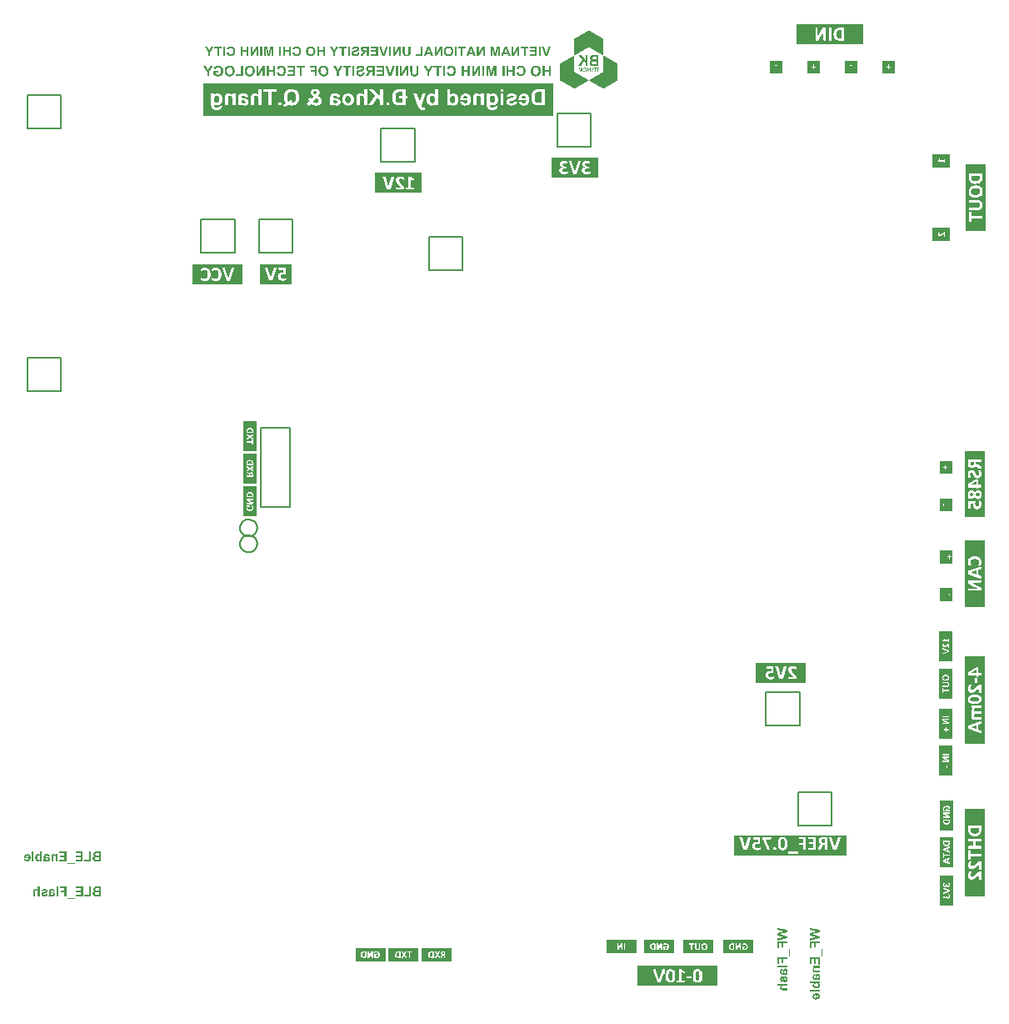
<source format=gbr>
G04*
G04 #@! TF.GenerationSoftware,Altium Limited,Altium Designer,25.1.2 (22)*
G04*
G04 Layer_Color=32896*
%FSLAX44Y44*%
%MOMM*%
G71*
G04*
G04 #@! TF.SameCoordinates,54FBF0B5-E2CF-4F3E-8A6F-997AE4EABEE6*
G04*
G04*
G04 #@! TF.FilePolarity,Positive*
G04*
G01*
G75*
%ADD12C,0.1520*%
%ADD15C,0.1524*%
%ADD17C,0.1270*%
G36*
X329023Y970923D02*
X328931D01*
Y970832D01*
X328885D01*
Y970740D01*
X328840D01*
Y970694D01*
X328794D01*
Y970603D01*
X328748D01*
Y970557D01*
X328702D01*
Y970465D01*
X328657D01*
Y970419D01*
X328611D01*
Y970328D01*
X328565D01*
Y970236D01*
X328519D01*
Y970191D01*
X328473D01*
Y970099D01*
X328428D01*
Y970053D01*
X328382D01*
Y969962D01*
X328336D01*
Y969916D01*
X328290D01*
Y969824D01*
X328245D01*
Y969733D01*
X328199D01*
Y969687D01*
X328153D01*
Y969595D01*
X328107D01*
Y969549D01*
X328061D01*
Y969458D01*
X328016D01*
Y969412D01*
X327970D01*
Y969366D01*
X327924D01*
Y969229D01*
X327878D01*
Y969183D01*
X327832D01*
Y969092D01*
X327787D01*
Y969046D01*
X327741D01*
Y968954D01*
X327695D01*
Y968863D01*
X327649D01*
Y968817D01*
X327603D01*
Y968725D01*
X327558D01*
Y968680D01*
X327512D01*
Y968588D01*
X327466D01*
Y968542D01*
X327420D01*
Y968496D01*
X327375D01*
Y968359D01*
X327329D01*
Y968313D01*
X327283D01*
Y968222D01*
X327237D01*
Y968176D01*
X327192D01*
Y968084D01*
X327146D01*
Y967993D01*
X327100D01*
Y967947D01*
X327054D01*
Y967856D01*
X327008D01*
Y967810D01*
X326963D01*
Y967718D01*
X326917D01*
Y967672D01*
X326871D01*
Y967627D01*
X326825D01*
Y967489D01*
X326779D01*
Y967443D01*
X326734D01*
Y967352D01*
X326688D01*
Y967306D01*
X326642D01*
Y967260D01*
X326596D01*
Y967123D01*
X326505D01*
Y966986D01*
X326459D01*
Y966940D01*
X326413D01*
Y966848D01*
X326367D01*
Y966803D01*
X326322D01*
Y966757D01*
X326276D01*
Y966619D01*
X326230D01*
Y966574D01*
X326184D01*
Y966528D01*
X326138D01*
Y966436D01*
X326093D01*
Y966391D01*
X326047D01*
Y966299D01*
X326001D01*
Y966253D01*
X325955D01*
Y966116D01*
X325910D01*
Y966070D01*
X325864D01*
Y966024D01*
X325818D01*
Y965933D01*
X325772D01*
Y965887D01*
X325726D01*
Y965750D01*
X325681D01*
Y965704D01*
X325635D01*
Y965658D01*
X325589D01*
Y965566D01*
X325543D01*
Y965521D01*
X325498D01*
Y965429D01*
X325452D01*
Y965383D01*
X325406D01*
Y961217D01*
X323483D01*
Y961263D01*
X323437D01*
Y961309D01*
X323483D01*
Y965338D01*
X323437D01*
Y965383D01*
X323391D01*
Y965475D01*
X323346D01*
Y965566D01*
X323300D01*
Y965612D01*
X323254D01*
Y965704D01*
X323208D01*
Y965750D01*
X323163D01*
Y965841D01*
X323117D01*
Y965887D01*
X323071D01*
Y965978D01*
X323025D01*
Y966070D01*
X322980D01*
Y966116D01*
X322934D01*
Y966207D01*
X322888D01*
Y966253D01*
X322842D01*
Y966345D01*
X322796D01*
Y966436D01*
X322751D01*
Y966482D01*
X322705D01*
Y966574D01*
X322659D01*
Y966619D01*
X322613D01*
Y966711D01*
X322567D01*
Y966803D01*
X322522D01*
Y966848D01*
X322476D01*
Y966940D01*
X322430D01*
Y966986D01*
X322384D01*
Y967077D01*
X322338D01*
Y967123D01*
X322293D01*
Y967215D01*
X322247D01*
Y967306D01*
X322201D01*
Y967352D01*
X322155D01*
Y967443D01*
X322110D01*
Y967489D01*
X322064D01*
Y967581D01*
X322018D01*
Y967627D01*
X321972D01*
Y967718D01*
X321926D01*
Y967810D01*
X321881D01*
Y967856D01*
X321835D01*
Y967947D01*
X321789D01*
Y967993D01*
X321743D01*
Y968084D01*
X321698D01*
Y968176D01*
X321652D01*
Y968222D01*
X321606D01*
Y968313D01*
X321560D01*
Y968359D01*
X321514D01*
Y968451D01*
X321469D01*
Y968542D01*
X321423D01*
Y968588D01*
X321377D01*
Y968680D01*
X321331D01*
Y968725D01*
X321286D01*
Y968817D01*
X321240D01*
Y968863D01*
X321194D01*
Y968909D01*
X321148D01*
Y969046D01*
X321102D01*
Y969092D01*
X321057D01*
Y969183D01*
X321011D01*
Y969229D01*
X320965D01*
Y969321D01*
X320919D01*
Y969366D01*
X320873D01*
Y969412D01*
X320828D01*
Y969549D01*
X320782D01*
Y969595D01*
X320736D01*
Y969687D01*
X320690D01*
Y969733D01*
X320644D01*
Y969824D01*
X320599D01*
Y969916D01*
X320553D01*
Y969962D01*
X320507D01*
Y970053D01*
X320461D01*
Y970099D01*
X320416D01*
Y970191D01*
X320370D01*
Y970236D01*
X320324D01*
Y970328D01*
X320278D01*
Y970419D01*
X320233D01*
Y970465D01*
X320187D01*
Y970557D01*
X320141D01*
Y970603D01*
X320095D01*
Y970694D01*
X320049D01*
Y970740D01*
X320004D01*
Y970832D01*
X319958D01*
Y970923D01*
X319866D01*
Y971015D01*
X322110D01*
Y970969D01*
X322155D01*
Y970923D01*
X322201D01*
Y970786D01*
X322247D01*
Y970740D01*
X322293D01*
Y970694D01*
X322338D01*
Y970557D01*
X322384D01*
Y970511D01*
X322430D01*
Y970419D01*
X322476D01*
Y970374D01*
X322522D01*
Y970282D01*
X322567D01*
Y970191D01*
X322613D01*
Y970145D01*
X322659D01*
Y970007D01*
X322705D01*
Y969962D01*
X322751D01*
Y969870D01*
X322796D01*
Y969824D01*
X322842D01*
Y969733D01*
X322888D01*
Y969641D01*
X322934D01*
Y969595D01*
X322980D01*
Y969458D01*
X323025D01*
Y969412D01*
X323071D01*
Y969321D01*
X323117D01*
Y969229D01*
X323163D01*
Y969183D01*
X323208D01*
Y969092D01*
X323254D01*
Y969046D01*
X323300D01*
Y968909D01*
X323346D01*
Y968863D01*
X323391D01*
Y968771D01*
X323437D01*
Y968680D01*
X323483D01*
Y968634D01*
X323529D01*
Y968542D01*
X323575D01*
Y968496D01*
X323620D01*
Y968359D01*
X323666D01*
Y968313D01*
X323712D01*
Y968268D01*
X323758D01*
Y968130D01*
X323803D01*
Y968084D01*
X323849D01*
Y967947D01*
X323895D01*
Y967901D01*
X323941D01*
Y967856D01*
X323987D01*
Y967718D01*
X324033D01*
Y967672D01*
X324078D01*
Y967581D01*
X324124D01*
Y967535D01*
X324170D01*
Y967443D01*
X324216D01*
Y967352D01*
X324261D01*
Y967306D01*
X324307D01*
Y967215D01*
X324353D01*
Y967169D01*
X324445D01*
Y967260D01*
X324490D01*
Y967306D01*
X324536D01*
Y967352D01*
X324582D01*
Y967489D01*
X324628D01*
Y967535D01*
X324673D01*
Y967627D01*
X324719D01*
Y967672D01*
X324765D01*
Y967764D01*
X324811D01*
Y967856D01*
X324857D01*
Y967901D01*
X324902D01*
Y967993D01*
X324948D01*
Y968084D01*
X324994D01*
Y968176D01*
X325040D01*
Y968222D01*
X325085D01*
Y968313D01*
X325131D01*
Y968405D01*
X325177D01*
Y968451D01*
X325223D01*
Y968542D01*
X325269D01*
Y968588D01*
X325314D01*
Y968680D01*
X325360D01*
Y968771D01*
X325406D01*
Y968817D01*
X325452D01*
Y968954D01*
X325498D01*
Y969000D01*
X325543D01*
Y969046D01*
X325589D01*
Y969137D01*
X325635D01*
Y969229D01*
X325681D01*
Y969321D01*
X325726D01*
Y969366D01*
X325772D01*
Y969458D01*
X325818D01*
Y969549D01*
X325864D01*
Y969595D01*
X325910D01*
Y969687D01*
X325955D01*
Y969733D01*
X326001D01*
Y969870D01*
X326047D01*
Y969916D01*
X326093D01*
Y970007D01*
X326138D01*
Y970053D01*
X326184D01*
Y970145D01*
X326230D01*
Y970236D01*
X326276D01*
Y970282D01*
X326322D01*
Y970374D01*
X326367D01*
Y970465D01*
X326413D01*
Y970511D01*
X326459D01*
Y970603D01*
X326505D01*
Y970648D01*
X326550D01*
Y970786D01*
X326596D01*
Y970832D01*
X326642D01*
Y970923D01*
X326688D01*
Y971015D01*
X329023D01*
Y970923D01*
D02*
G37*
G36*
X314967Y961217D02*
X312999D01*
Y965566D01*
X312953D01*
Y965612D01*
X309062D01*
Y965566D01*
X309016D01*
Y961217D01*
X307093D01*
Y961263D01*
X307047D01*
Y961309D01*
X307093D01*
Y970923D01*
X307047D01*
Y970969D01*
X307093D01*
Y971015D01*
X309016D01*
Y967215D01*
X309062D01*
Y967169D01*
X312907D01*
Y967215D01*
X312999D01*
Y971015D01*
X314967D01*
Y961217D01*
D02*
G37*
G36*
X280356Y965338D02*
Y965292D01*
Y961217D01*
X278387D01*
Y965566D01*
X278341D01*
Y965612D01*
X274450D01*
Y965566D01*
X274404D01*
Y961217D01*
X272481D01*
Y961263D01*
X272435D01*
Y961309D01*
X272481D01*
Y970923D01*
X272435D01*
Y970969D01*
X272481D01*
Y971015D01*
X274404D01*
Y967215D01*
X274450D01*
Y967169D01*
X278295D01*
Y967215D01*
X278387D01*
Y971015D01*
X280356D01*
Y965338D01*
D02*
G37*
G36*
X237274Y965017D02*
Y964971D01*
Y961217D01*
X235305D01*
Y961354D01*
X235351D01*
Y965521D01*
X235305D01*
Y965566D01*
X235259D01*
Y965612D01*
X231368D01*
Y965566D01*
X231322D01*
Y961217D01*
X229399D01*
Y971015D01*
X231322D01*
Y967215D01*
X231368D01*
Y967169D01*
X235259D01*
Y967215D01*
X235305D01*
Y967260D01*
X235351D01*
Y970877D01*
X235305D01*
Y971015D01*
X237274D01*
Y965017D01*
D02*
G37*
G36*
X202113Y970923D02*
X202021D01*
Y970832D01*
X201975D01*
Y970740D01*
X201929D01*
Y970694D01*
X201884D01*
Y970603D01*
X201838D01*
Y970557D01*
X201792D01*
Y970465D01*
X201746D01*
Y970419D01*
X201700D01*
Y970328D01*
X201655D01*
Y970236D01*
X201609D01*
Y970191D01*
X201563D01*
Y970099D01*
X201517D01*
Y970053D01*
X201472D01*
Y969962D01*
X201426D01*
Y969916D01*
X201380D01*
Y969824D01*
X201334D01*
Y969733D01*
X201289D01*
Y969687D01*
X201243D01*
Y969595D01*
X201197D01*
Y969549D01*
X201151D01*
Y969458D01*
X201105D01*
Y969412D01*
X201059D01*
Y969366D01*
X201014D01*
Y969229D01*
X200968D01*
Y969183D01*
X200922D01*
Y969092D01*
X200876D01*
Y969046D01*
X200831D01*
Y968954D01*
X200785D01*
Y968863D01*
X200739D01*
Y968817D01*
X200693D01*
Y968725D01*
X200648D01*
Y968680D01*
X200602D01*
Y968588D01*
X200556D01*
Y968542D01*
X200510D01*
Y968496D01*
X200464D01*
Y968359D01*
X200419D01*
Y968313D01*
X200373D01*
Y968222D01*
X200327D01*
Y968176D01*
X200281D01*
Y968084D01*
X200236D01*
Y967993D01*
X200190D01*
Y967947D01*
X200144D01*
Y967856D01*
X200098D01*
Y967810D01*
X200052D01*
Y967718D01*
X200007D01*
Y967672D01*
X199961D01*
Y967627D01*
X199915D01*
Y967489D01*
X199869D01*
Y967443D01*
X199823D01*
Y967352D01*
X199778D01*
Y967306D01*
X199732D01*
Y967260D01*
X199686D01*
Y967123D01*
X199594D01*
Y966986D01*
X199549D01*
Y966940D01*
X199503D01*
Y966848D01*
X199457D01*
Y966803D01*
X199411D01*
Y966757D01*
X199366D01*
Y966619D01*
X199320D01*
Y966574D01*
X199274D01*
Y966528D01*
X199228D01*
Y966436D01*
X199182D01*
Y966391D01*
X199137D01*
Y966299D01*
X199091D01*
Y966253D01*
X199045D01*
Y966116D01*
X198999D01*
Y966070D01*
X198953D01*
Y966024D01*
X198908D01*
Y965933D01*
X198862D01*
Y965887D01*
X198816D01*
Y965750D01*
X198770D01*
Y965704D01*
X198725D01*
Y965658D01*
X198679D01*
Y965566D01*
X198633D01*
Y965521D01*
X198587D01*
Y965429D01*
X198542D01*
Y965383D01*
X198496D01*
Y961217D01*
X196573D01*
Y961263D01*
X196527D01*
Y961309D01*
X196573D01*
Y965338D01*
X196527D01*
Y965383D01*
X196481D01*
Y965475D01*
X196436D01*
Y965566D01*
X196390D01*
Y965612D01*
X196344D01*
Y965704D01*
X196298D01*
Y965750D01*
X196252D01*
Y965841D01*
X196207D01*
Y965887D01*
X196161D01*
Y965978D01*
X196115D01*
Y966070D01*
X196069D01*
Y966116D01*
X196023D01*
Y966207D01*
X195978D01*
Y966253D01*
X195932D01*
Y966345D01*
X195886D01*
Y966436D01*
X195840D01*
Y966482D01*
X195795D01*
Y966574D01*
X195749D01*
Y966619D01*
X195703D01*
Y966711D01*
X195657D01*
Y966803D01*
X195611D01*
Y966848D01*
X195566D01*
Y966940D01*
X195520D01*
Y966986D01*
X195474D01*
Y967077D01*
X195428D01*
Y967123D01*
X195382D01*
Y967215D01*
X195337D01*
Y967306D01*
X195291D01*
Y967352D01*
X195245D01*
Y967443D01*
X195199D01*
Y967489D01*
X195154D01*
Y967581D01*
X195108D01*
Y967627D01*
X195062D01*
Y967718D01*
X195016D01*
Y967810D01*
X194970D01*
Y967856D01*
X194925D01*
Y967947D01*
X194879D01*
Y967993D01*
X194833D01*
Y968084D01*
X194787D01*
Y968176D01*
X194741D01*
Y968222D01*
X194696D01*
Y968313D01*
X194650D01*
Y968359D01*
X194604D01*
Y968451D01*
X194558D01*
Y968542D01*
X194513D01*
Y968588D01*
X194467D01*
Y968680D01*
X194421D01*
Y968725D01*
X194375D01*
Y968817D01*
X194329D01*
Y968863D01*
X194284D01*
Y968909D01*
X194238D01*
Y969046D01*
X194192D01*
Y969092D01*
X194146D01*
Y969183D01*
X194101D01*
Y969229D01*
X194055D01*
Y969321D01*
X194009D01*
Y969366D01*
X193963D01*
Y969412D01*
X193917D01*
Y969549D01*
X193872D01*
Y969595D01*
X193826D01*
Y969687D01*
X193780D01*
Y969733D01*
X193734D01*
Y969824D01*
X193689D01*
Y969916D01*
X193643D01*
Y969962D01*
X193597D01*
Y970053D01*
X193551D01*
Y970099D01*
X193505D01*
Y970191D01*
X193460D01*
Y970236D01*
X193414D01*
Y970328D01*
X193368D01*
Y970419D01*
X193322D01*
Y970465D01*
X193276D01*
Y970557D01*
X193231D01*
Y970603D01*
X193185D01*
Y970694D01*
X193139D01*
Y970740D01*
X193093D01*
Y970832D01*
X193048D01*
Y970923D01*
X192956D01*
Y971015D01*
X195199D01*
Y970969D01*
X195245D01*
Y970923D01*
X195291D01*
Y970786D01*
X195337D01*
Y970740D01*
X195382D01*
Y970694D01*
X195428D01*
Y970557D01*
X195474D01*
Y970511D01*
X195520D01*
Y970419D01*
X195566D01*
Y970374D01*
X195611D01*
Y970282D01*
X195657D01*
Y970191D01*
X195703D01*
Y970145D01*
X195749D01*
Y970007D01*
X195795D01*
Y969962D01*
X195840D01*
Y969870D01*
X195886D01*
Y969824D01*
X195932D01*
Y969733D01*
X195978D01*
Y969641D01*
X196023D01*
Y969595D01*
X196069D01*
Y969458D01*
X196115D01*
Y969412D01*
X196161D01*
Y969321D01*
X196207D01*
Y969229D01*
X196252D01*
Y969183D01*
X196298D01*
Y969092D01*
X196344D01*
Y969046D01*
X196390D01*
Y968909D01*
X196436D01*
Y968863D01*
X196481D01*
Y968771D01*
X196527D01*
Y968680D01*
X196573D01*
Y968634D01*
X196619D01*
Y968542D01*
X196664D01*
Y968496D01*
X196710D01*
Y968359D01*
X196756D01*
Y968313D01*
X196802D01*
Y968268D01*
X196847D01*
Y968130D01*
X196893D01*
Y968084D01*
X196939D01*
Y967947D01*
X196985D01*
Y967901D01*
X197031D01*
Y967856D01*
X197076D01*
Y967718D01*
X197122D01*
Y967672D01*
X197168D01*
Y967581D01*
X197214D01*
Y967535D01*
X197260D01*
Y967443D01*
X197305D01*
Y967352D01*
X197351D01*
Y967306D01*
X197397D01*
Y967215D01*
X197443D01*
Y967169D01*
X197534D01*
Y967260D01*
X197580D01*
Y967306D01*
X197626D01*
Y967352D01*
X197672D01*
Y967489D01*
X197717D01*
Y967535D01*
X197763D01*
Y967627D01*
X197809D01*
Y967672D01*
X197855D01*
Y967764D01*
X197901D01*
Y967856D01*
X197946D01*
Y967901D01*
X197992D01*
Y967993D01*
X198038D01*
Y968084D01*
X198084D01*
Y968176D01*
X198129D01*
Y968222D01*
X198175D01*
Y968313D01*
X198221D01*
Y968405D01*
X198267D01*
Y968451D01*
X198313D01*
Y968542D01*
X198358D01*
Y968588D01*
X198404D01*
Y968680D01*
X198450D01*
Y968771D01*
X198496D01*
Y968817D01*
X198542D01*
Y968954D01*
X198587D01*
Y969000D01*
X198633D01*
Y969046D01*
X198679D01*
Y969137D01*
X198725D01*
Y969229D01*
X198770D01*
Y969321D01*
X198816D01*
Y969366D01*
X198862D01*
Y969458D01*
X198908D01*
Y969549D01*
X198953D01*
Y969595D01*
X198999D01*
Y969687D01*
X199045D01*
Y969733D01*
X199091D01*
Y969870D01*
X199137D01*
Y969916D01*
X199182D01*
Y970007D01*
X199228D01*
Y970053D01*
X199274D01*
Y970145D01*
X199320D01*
Y970236D01*
X199366D01*
Y970282D01*
X199411D01*
Y970374D01*
X199457D01*
Y970465D01*
X199503D01*
Y970511D01*
X199549D01*
Y970603D01*
X199594D01*
Y970648D01*
X199640D01*
Y970786D01*
X199686D01*
Y970832D01*
X199732D01*
Y970923D01*
X199778D01*
Y971015D01*
X202113D01*
Y970923D01*
D02*
G37*
G36*
X512704Y961217D02*
X510918D01*
Y961263D01*
X510873D01*
Y961309D01*
X510918D01*
Y965383D01*
Y965429D01*
Y967489D01*
X510873D01*
Y967535D01*
X510827D01*
Y967489D01*
X510781D01*
Y967443D01*
X510735D01*
Y967398D01*
X510689D01*
Y967352D01*
X510644D01*
Y967215D01*
X510598D01*
Y967169D01*
X510552D01*
Y967077D01*
X510506D01*
Y967031D01*
X510461D01*
Y966940D01*
X510415D01*
Y966894D01*
X510369D01*
Y966848D01*
X510323D01*
Y966711D01*
X510277D01*
Y966665D01*
X510232D01*
Y966574D01*
X510186D01*
Y966528D01*
X510140D01*
Y966436D01*
X510094D01*
Y966345D01*
X510048D01*
Y966299D01*
X510003D01*
Y966207D01*
X509957D01*
Y966162D01*
X509911D01*
Y966070D01*
X509865D01*
Y965978D01*
X509820D01*
Y965933D01*
X509774D01*
Y965841D01*
X509728D01*
Y965795D01*
X509682D01*
Y965704D01*
X509636D01*
Y965612D01*
X509591D01*
Y965566D01*
X509545D01*
Y965475D01*
X509499D01*
Y965429D01*
X509453D01*
Y965338D01*
X509408D01*
Y965246D01*
X509362D01*
Y965200D01*
X509316D01*
Y965109D01*
X509270D01*
Y965063D01*
X509224D01*
Y964926D01*
X509133D01*
Y964834D01*
X509087D01*
Y964742D01*
X509041D01*
Y964697D01*
X508996D01*
Y964559D01*
X508904D01*
Y964422D01*
X508858D01*
Y964376D01*
X508812D01*
Y964330D01*
X508767D01*
Y964239D01*
X508721D01*
Y964193D01*
X508675D01*
Y964056D01*
X508629D01*
Y964010D01*
X508583D01*
Y963918D01*
X508538D01*
Y963873D01*
X508492D01*
Y963781D01*
X508446D01*
Y963689D01*
X508400D01*
Y963643D01*
X508354D01*
Y963552D01*
X508309D01*
Y963506D01*
X508263D01*
Y963415D01*
X508217D01*
Y963323D01*
X508171D01*
Y963277D01*
X508126D01*
Y963186D01*
X508080D01*
Y963140D01*
X508034D01*
Y963048D01*
X507988D01*
Y962957D01*
X507943D01*
Y962911D01*
X507897D01*
Y962820D01*
X507851D01*
Y962774D01*
X507805D01*
Y962636D01*
X507759D01*
Y962590D01*
X507714D01*
Y962545D01*
X507668D01*
Y962453D01*
X507622D01*
Y962407D01*
X507576D01*
Y962316D01*
X507530D01*
Y962224D01*
X507485D01*
Y962133D01*
X507439D01*
Y962087D01*
X507393D01*
Y962041D01*
X507347D01*
Y961904D01*
X507301D01*
Y961858D01*
X507256D01*
Y961767D01*
X507210D01*
Y961721D01*
X507164D01*
Y961675D01*
X507118D01*
Y961583D01*
X507073D01*
Y961492D01*
X507027D01*
Y961400D01*
X506981D01*
Y961354D01*
X506935D01*
Y961263D01*
X506889D01*
Y961217D01*
X504875D01*
Y971015D01*
X506706D01*
Y964605D01*
X506752D01*
Y964559D01*
X506844D01*
Y964651D01*
X506889D01*
Y964742D01*
X506935D01*
Y964788D01*
X506981D01*
Y964880D01*
X507027D01*
Y964926D01*
X507073D01*
Y965017D01*
X507118D01*
Y965109D01*
X507164D01*
Y965154D01*
X507210D01*
Y965246D01*
X507256D01*
Y965292D01*
X507301D01*
Y965429D01*
X507347D01*
Y965475D01*
X507393D01*
Y965566D01*
X507439D01*
Y965612D01*
X507485D01*
Y965704D01*
X507530D01*
Y965795D01*
X507576D01*
Y965841D01*
X507622D01*
Y965933D01*
X507668D01*
Y965978D01*
X507714D01*
Y966070D01*
X507759D01*
Y966162D01*
X507805D01*
Y966207D01*
X507851D01*
Y966299D01*
X507897D01*
Y966345D01*
X507943D01*
Y966436D01*
X507988D01*
Y966528D01*
X508034D01*
Y966574D01*
X508080D01*
Y966665D01*
X508126D01*
Y966711D01*
X508171D01*
Y966803D01*
X508217D01*
Y966894D01*
X508263D01*
Y966940D01*
X508309D01*
Y967031D01*
X508354D01*
Y967077D01*
X508400D01*
Y967215D01*
X508446D01*
Y967260D01*
X508492D01*
Y967352D01*
X508538D01*
Y967398D01*
X508583D01*
Y967443D01*
X508629D01*
Y967581D01*
X508675D01*
Y967627D01*
X508721D01*
Y967718D01*
X508767D01*
Y967764D01*
X508812D01*
Y967856D01*
X508858D01*
Y967947D01*
X508904D01*
Y967993D01*
X508950D01*
Y968084D01*
X508996D01*
Y968130D01*
X509041D01*
Y968268D01*
X509087D01*
Y968313D01*
X509133D01*
Y968359D01*
X509179D01*
Y968451D01*
X509224D01*
Y968496D01*
X509270D01*
Y968634D01*
X509316D01*
Y968680D01*
X509362D01*
Y968725D01*
X509408D01*
Y968817D01*
X509453D01*
Y968863D01*
X509499D01*
Y969000D01*
X509545D01*
Y969046D01*
X509591D01*
Y969137D01*
X509636D01*
Y969183D01*
X509682D01*
Y969229D01*
X509728D01*
Y969366D01*
X509774D01*
Y969412D01*
X509820D01*
Y969504D01*
X509865D01*
Y969549D01*
X509911D01*
Y969641D01*
X509957D01*
Y969733D01*
X510003D01*
Y969779D01*
X510048D01*
Y969870D01*
X510094D01*
Y969916D01*
X510140D01*
Y970007D01*
X510186D01*
Y970099D01*
X510232D01*
Y970145D01*
X510277D01*
Y970236D01*
X510323D01*
Y970282D01*
X510369D01*
Y970419D01*
X510415D01*
Y970465D01*
X510461D01*
Y970511D01*
X510506D01*
Y970603D01*
X510552D01*
Y970648D01*
X510598D01*
Y970786D01*
X510644D01*
Y970832D01*
X510689D01*
Y970923D01*
X510735D01*
Y970969D01*
X510781D01*
Y971015D01*
X512704D01*
Y961217D01*
D02*
G37*
G36*
X477314D02*
X475528D01*
Y967489D01*
X475482D01*
Y967535D01*
X475437D01*
Y967489D01*
X475391D01*
Y967443D01*
X475345D01*
Y967398D01*
X475299D01*
Y967352D01*
X475253D01*
Y967215D01*
X475208D01*
Y967169D01*
X475162D01*
Y967077D01*
X475116D01*
Y967031D01*
X475070D01*
Y966940D01*
X475025D01*
Y966848D01*
X474979D01*
Y966803D01*
X474933D01*
Y966711D01*
X474887D01*
Y966665D01*
X474841D01*
Y966574D01*
X474796D01*
Y966482D01*
X474750D01*
Y966436D01*
X474704D01*
Y966345D01*
X474658D01*
Y966299D01*
X474613D01*
Y966207D01*
X474567D01*
Y966162D01*
X474521D01*
Y966070D01*
X474475D01*
Y965978D01*
X474429D01*
Y965933D01*
X474384D01*
Y965841D01*
X474338D01*
Y965795D01*
X474292D01*
Y965658D01*
X474246D01*
Y965612D01*
X474200D01*
Y965566D01*
X474155D01*
Y965475D01*
X474109D01*
Y965429D01*
X474063D01*
Y965292D01*
X474017D01*
Y965246D01*
X473971D01*
Y965154D01*
X473926D01*
Y965109D01*
X473880D01*
Y965017D01*
X473834D01*
Y964926D01*
X473788D01*
Y964880D01*
X473743D01*
Y964788D01*
X473697D01*
Y964742D01*
X473651D01*
Y964651D01*
X473605D01*
Y964559D01*
X473559D01*
Y964513D01*
X473514D01*
Y964422D01*
X473468D01*
Y964376D01*
X473422D01*
Y964285D01*
X473376D01*
Y964193D01*
X473331D01*
Y964147D01*
X473285D01*
Y964056D01*
X473239D01*
Y964010D01*
X473193D01*
Y963918D01*
X473147D01*
Y963827D01*
X473102D01*
Y963781D01*
X473056D01*
Y963689D01*
X473010D01*
Y963643D01*
X472964D01*
Y963552D01*
X472919D01*
Y963506D01*
X472873D01*
Y963415D01*
X472827D01*
Y963323D01*
X472781D01*
Y963277D01*
X472735D01*
Y963186D01*
X472690D01*
Y963140D01*
X472644D01*
Y963003D01*
X472598D01*
Y962957D01*
X472552D01*
Y962865D01*
X472506D01*
Y962820D01*
X472461D01*
Y962774D01*
X472415D01*
Y962636D01*
X472369D01*
Y962590D01*
X472323D01*
Y962499D01*
X472278D01*
Y962407D01*
X472232D01*
Y962362D01*
X472186D01*
Y962270D01*
X472140D01*
Y962224D01*
X472094D01*
Y962133D01*
X472049D01*
Y962087D01*
X472003D01*
Y961995D01*
X471957D01*
Y961904D01*
X471911D01*
Y961858D01*
X471866D01*
Y961767D01*
X471820D01*
Y961721D01*
X471774D01*
Y961629D01*
X471728D01*
Y961537D01*
X471682D01*
Y961492D01*
X471637D01*
Y961400D01*
X471591D01*
Y961354D01*
X471545D01*
Y961217D01*
X469485D01*
Y961354D01*
X469531D01*
Y970877D01*
X469485D01*
Y971015D01*
X471316D01*
Y964605D01*
X471362D01*
Y964559D01*
X471454D01*
Y964651D01*
X471499D01*
Y964697D01*
X471545D01*
Y964788D01*
X471591D01*
Y964880D01*
X471637D01*
Y964926D01*
X471682D01*
Y965017D01*
X471728D01*
Y965063D01*
X471774D01*
Y965154D01*
X471820D01*
Y965200D01*
Y965246D01*
X471866D01*
Y965292D01*
X471911D01*
Y965383D01*
X471957D01*
Y965429D01*
X472003D01*
Y965521D01*
X472049D01*
Y965612D01*
X472094D01*
Y965658D01*
X472140D01*
Y965750D01*
X472186D01*
Y965795D01*
X472232D01*
Y965933D01*
X472278D01*
Y965978D01*
X472323D01*
Y966024D01*
X472369D01*
Y966116D01*
X472415D01*
Y966162D01*
X472461D01*
Y966299D01*
X472506D01*
Y966345D01*
X472552D01*
Y966436D01*
X472598D01*
Y966482D01*
X472644D01*
Y966574D01*
X472690D01*
Y966665D01*
X472735D01*
Y966711D01*
X472781D01*
Y966803D01*
X472827D01*
Y966848D01*
X472873D01*
Y966940D01*
X472919D01*
Y967031D01*
X472964D01*
Y967077D01*
X473010D01*
Y967169D01*
X473056D01*
Y967215D01*
X473102D01*
Y967306D01*
X473147D01*
Y967398D01*
X473193D01*
Y967443D01*
X473239D01*
Y967535D01*
X473285D01*
Y967581D01*
X473331D01*
Y967672D01*
X473376D01*
Y967764D01*
X473422D01*
Y967810D01*
X473468D01*
Y967947D01*
X473514D01*
Y967993D01*
X473559D01*
Y968084D01*
X473605D01*
Y968130D01*
X473651D01*
Y968222D01*
X473697D01*
Y968313D01*
X473788D01*
Y968451D01*
X473834D01*
Y968496D01*
X473880D01*
Y968588D01*
X473926D01*
Y968680D01*
X473971D01*
Y968725D01*
X474017D01*
Y968817D01*
X474063D01*
Y968863D01*
X474109D01*
Y968954D01*
X474155D01*
Y969046D01*
X474200D01*
Y969092D01*
X474246D01*
Y969183D01*
X474292D01*
Y969229D01*
X474338D01*
Y969366D01*
X474384D01*
Y969412D01*
X474429D01*
Y969458D01*
X474475D01*
Y969549D01*
X474521D01*
Y969595D01*
X474567D01*
Y969733D01*
X474658D01*
Y969870D01*
X474704D01*
Y969916D01*
X474750D01*
Y970007D01*
X474796D01*
Y970099D01*
X474841D01*
Y970145D01*
X474887D01*
Y970236D01*
X474933D01*
Y970282D01*
X474979D01*
Y970374D01*
X475025D01*
Y970465D01*
X475070D01*
Y970511D01*
X475116D01*
Y970603D01*
X475162D01*
Y970648D01*
X475208D01*
Y970740D01*
X475253D01*
Y970832D01*
X475299D01*
Y970877D01*
X475345D01*
Y970969D01*
X475391D01*
Y971015D01*
X477314D01*
Y961217D01*
D02*
G37*
G36*
X434232Y970969D02*
X434278D01*
Y970923D01*
X434232D01*
Y961309D01*
X434278D01*
Y961263D01*
X434232D01*
Y961217D01*
X432446D01*
Y967489D01*
X432401D01*
Y967535D01*
X432355D01*
Y967489D01*
X432309D01*
Y967443D01*
X432263D01*
Y967398D01*
X432217D01*
Y967306D01*
X432172D01*
Y967215D01*
X432126D01*
Y967169D01*
X432080D01*
Y967077D01*
X432034D01*
Y967031D01*
X431989D01*
Y966894D01*
X431943D01*
Y966848D01*
X431897D01*
Y966803D01*
X431851D01*
Y966711D01*
X431805D01*
Y966665D01*
X431760D01*
Y966528D01*
X431714D01*
Y966482D01*
X431668D01*
Y966391D01*
X431622D01*
Y966345D01*
X431577D01*
Y966299D01*
X431531D01*
Y966207D01*
X431485D01*
Y966116D01*
X431439D01*
Y966024D01*
X431393D01*
Y965978D01*
X431348D01*
Y965887D01*
X431302D01*
Y965795D01*
X431256D01*
Y965750D01*
X431210D01*
Y965658D01*
X431165D01*
Y965612D01*
X431119D01*
Y965521D01*
X431073D01*
Y965475D01*
X431027D01*
Y965383D01*
X430981D01*
Y965292D01*
X430936D01*
Y965246D01*
X430890D01*
Y965154D01*
X430844D01*
Y965109D01*
X430798D01*
Y965017D01*
X430752D01*
Y964926D01*
X430707D01*
Y964880D01*
X430661D01*
Y964788D01*
X430615D01*
Y964697D01*
X430569D01*
Y964605D01*
X430523D01*
Y964559D01*
X430478D01*
Y964513D01*
X430432D01*
Y964376D01*
X430386D01*
Y964330D01*
X430340D01*
Y964239D01*
X430295D01*
Y964193D01*
X430249D01*
Y964147D01*
X430203D01*
Y964056D01*
X430157D01*
Y964010D01*
X430112D01*
Y963873D01*
X430066D01*
Y963827D01*
X430020D01*
Y963735D01*
X429974D01*
Y963689D01*
X429928D01*
Y963643D01*
X429883D01*
Y963506D01*
X429837D01*
Y963460D01*
X429791D01*
Y963369D01*
X429745D01*
Y963323D01*
X429699D01*
Y963232D01*
X429654D01*
Y963140D01*
X429608D01*
Y963094D01*
X429562D01*
Y963003D01*
X429516D01*
Y962957D01*
X429470D01*
Y962865D01*
X429425D01*
Y962820D01*
X429379D01*
Y962728D01*
X429333D01*
Y962636D01*
X429287D01*
Y962590D01*
X429242D01*
Y962499D01*
X429196D01*
Y962407D01*
X429150D01*
Y962362D01*
X429104D01*
Y962270D01*
X429058D01*
Y962224D01*
X429013D01*
Y962087D01*
X428967D01*
Y962041D01*
X428921D01*
Y961995D01*
X428875D01*
Y961904D01*
X428830D01*
Y961858D01*
X428784D01*
Y961767D01*
X428738D01*
Y961721D01*
X428692D01*
Y961583D01*
X428646D01*
Y961537D01*
X428601D01*
Y961446D01*
X428555D01*
Y961400D01*
X428509D01*
Y961354D01*
X428463D01*
Y961217D01*
X426449D01*
Y971015D01*
X428234D01*
Y970969D01*
X428280D01*
Y970923D01*
X428234D01*
Y970740D01*
Y970694D01*
Y964605D01*
X428280D01*
Y964559D01*
X428372D01*
Y964605D01*
X428418D01*
Y964697D01*
X428463D01*
Y964742D01*
X428509D01*
Y964880D01*
X428555D01*
Y964926D01*
X428601D01*
Y964971D01*
X428646D01*
Y965063D01*
X428692D01*
Y965109D01*
X428738D01*
Y965246D01*
X428784D01*
Y965292D01*
X428830D01*
Y965383D01*
X428875D01*
Y965429D01*
X428921D01*
Y965475D01*
X428967D01*
Y965612D01*
X429013D01*
Y965658D01*
X429058D01*
Y965750D01*
X429104D01*
Y965795D01*
X429150D01*
Y965887D01*
X429196D01*
Y965978D01*
X429242D01*
Y966024D01*
X429287D01*
Y966116D01*
X429333D01*
Y966162D01*
X429379D01*
Y966253D01*
X429425D01*
Y966345D01*
X429470D01*
Y966391D01*
X429516D01*
Y966482D01*
X429562D01*
Y966528D01*
X429608D01*
Y966665D01*
X429654D01*
Y966711D01*
X429699D01*
Y966757D01*
X429745D01*
Y966848D01*
X429791D01*
Y966894D01*
X429837D01*
Y967031D01*
X429883D01*
Y967077D01*
X429928D01*
Y967169D01*
X429974D01*
Y967215D01*
X430020D01*
Y967306D01*
X430066D01*
Y967398D01*
X430112D01*
Y967443D01*
X430157D01*
Y967535D01*
X430203D01*
Y967581D01*
X430249D01*
Y967672D01*
X430295D01*
Y967764D01*
X430340D01*
Y967810D01*
X430386D01*
Y967901D01*
X430432D01*
Y967947D01*
X430478D01*
Y968039D01*
X430523D01*
Y968130D01*
X430569D01*
Y968176D01*
X430615D01*
Y968268D01*
X430661D01*
Y968313D01*
X430707D01*
Y968451D01*
X430752D01*
Y968496D01*
X430798D01*
Y968588D01*
X430844D01*
Y968634D01*
X430890D01*
Y968680D01*
X430936D01*
Y968817D01*
X430981D01*
Y968863D01*
X431027D01*
Y968954D01*
X431073D01*
Y969000D01*
X431119D01*
Y969092D01*
X431165D01*
Y969183D01*
X431210D01*
Y969229D01*
X431256D01*
Y969321D01*
X431302D01*
Y969366D01*
X431348D01*
Y969458D01*
X431393D01*
Y969549D01*
X431439D01*
Y969595D01*
X431485D01*
Y969687D01*
X431531D01*
Y969733D01*
X431577D01*
Y969824D01*
X431622D01*
Y969916D01*
X431668D01*
Y969962D01*
X431714D01*
Y970053D01*
X431760D01*
Y970099D01*
X431805D01*
Y970236D01*
X431851D01*
Y970282D01*
X431897D01*
Y970328D01*
X431943D01*
Y970419D01*
X431989D01*
Y970465D01*
X432034D01*
Y970603D01*
X432080D01*
Y970648D01*
X432126D01*
Y970740D01*
X432172D01*
Y970786D01*
X432217D01*
Y970877D01*
X432263D01*
Y970969D01*
X432309D01*
Y971015D01*
X434232D01*
Y970969D01*
D02*
G37*
G36*
X391928D02*
X391974D01*
Y970923D01*
X391928D01*
Y961309D01*
X391974D01*
Y961263D01*
X391928D01*
Y961217D01*
X390143D01*
Y967489D01*
X390097D01*
Y967535D01*
X390051D01*
Y967489D01*
X390006D01*
Y967443D01*
X389960D01*
Y967398D01*
X389914D01*
Y967306D01*
X389868D01*
Y967215D01*
X389823D01*
Y967169D01*
X389777D01*
Y967077D01*
X389731D01*
Y967031D01*
X389685D01*
Y966894D01*
X389639D01*
Y966848D01*
X389594D01*
Y966803D01*
X389548D01*
Y966711D01*
X389502D01*
Y966665D01*
X389456D01*
Y966528D01*
X389411D01*
Y966482D01*
X389365D01*
Y966391D01*
X389319D01*
Y966345D01*
X389273D01*
Y966299D01*
X389227D01*
Y966207D01*
X389182D01*
Y966116D01*
X389136D01*
Y966024D01*
X389090D01*
Y965978D01*
X389044D01*
Y965887D01*
X388998D01*
Y965795D01*
X388953D01*
Y965750D01*
X388907D01*
Y965658D01*
X388861D01*
Y965612D01*
X388815D01*
Y965521D01*
X388769D01*
Y965475D01*
X388724D01*
Y965383D01*
X388678D01*
Y965292D01*
X388632D01*
Y965246D01*
X388586D01*
Y965154D01*
X388541D01*
Y965109D01*
X388495D01*
Y965017D01*
X388449D01*
Y964926D01*
X388403D01*
Y964880D01*
X388358D01*
Y964788D01*
X388312D01*
Y964697D01*
X388266D01*
Y964605D01*
X388220D01*
Y964559D01*
X388174D01*
Y964513D01*
X388129D01*
Y964376D01*
X388083D01*
Y964330D01*
X388037D01*
Y964239D01*
X387991D01*
Y964193D01*
X387945D01*
Y964147D01*
X387900D01*
Y964056D01*
X387854D01*
Y964010D01*
X387808D01*
Y963873D01*
X387762D01*
Y963827D01*
X387716D01*
Y963735D01*
X387671D01*
Y963689D01*
X387625D01*
Y963643D01*
X387579D01*
Y963506D01*
X387533D01*
Y963460D01*
X387488D01*
Y963369D01*
X387442D01*
Y963323D01*
X387396D01*
Y963232D01*
X387350D01*
Y963140D01*
X387304D01*
Y963094D01*
X387259D01*
Y963003D01*
X387213D01*
Y962957D01*
X387167D01*
Y962865D01*
X387121D01*
Y962820D01*
X387076D01*
Y962728D01*
X387030D01*
Y962636D01*
X386984D01*
Y962590D01*
X386938D01*
Y962499D01*
X386892D01*
Y962407D01*
X386847D01*
Y962362D01*
X386801D01*
Y962270D01*
X386755D01*
Y962224D01*
X386709D01*
Y962087D01*
X386664D01*
Y962041D01*
X386618D01*
Y961995D01*
X386572D01*
Y961904D01*
X386526D01*
Y961858D01*
X386480D01*
Y961767D01*
X386435D01*
Y961721D01*
X386389D01*
Y961583D01*
X386343D01*
Y961537D01*
X386297D01*
Y961446D01*
X386251D01*
Y961400D01*
X386206D01*
Y961354D01*
X386160D01*
Y961217D01*
X384145D01*
Y971015D01*
X385931D01*
Y970969D01*
X385977D01*
Y970923D01*
X385931D01*
Y964605D01*
X385977D01*
Y964559D01*
X386068D01*
Y964605D01*
X386114D01*
Y964697D01*
X386160D01*
Y964742D01*
X386206D01*
Y964880D01*
X386251D01*
Y964926D01*
X386297D01*
Y964971D01*
X386343D01*
Y965063D01*
X386389D01*
Y965109D01*
X386435D01*
Y965246D01*
X386480D01*
Y965292D01*
X386526D01*
Y965338D01*
Y965383D01*
X386572D01*
Y965429D01*
X386618D01*
Y965475D01*
X386664D01*
Y965612D01*
X386709D01*
Y965658D01*
X386755D01*
Y965750D01*
X386801D01*
Y965795D01*
X386847D01*
Y965887D01*
X386892D01*
Y965978D01*
X386938D01*
Y966024D01*
X386984D01*
Y966116D01*
X387030D01*
Y966162D01*
X387076D01*
Y966253D01*
X387121D01*
Y966345D01*
X387167D01*
Y966391D01*
X387213D01*
Y966482D01*
X387259D01*
Y966528D01*
X387304D01*
Y966665D01*
X387350D01*
Y966711D01*
X387396D01*
Y966757D01*
X387442D01*
Y966848D01*
X387488D01*
Y966894D01*
X387533D01*
Y967031D01*
X387579D01*
Y967077D01*
X387625D01*
Y967169D01*
X387671D01*
Y967215D01*
X387716D01*
Y967306D01*
X387762D01*
Y967398D01*
X387808D01*
Y967443D01*
X387854D01*
Y967535D01*
X387900D01*
Y967581D01*
X387945D01*
Y967672D01*
X387991D01*
Y967764D01*
X388037D01*
Y967810D01*
X388083D01*
Y967901D01*
X388129D01*
Y967947D01*
X388174D01*
Y968039D01*
X388220D01*
Y968130D01*
X388266D01*
Y968176D01*
X388312D01*
Y968268D01*
X388358D01*
Y968313D01*
X388403D01*
Y968451D01*
X388449D01*
Y968496D01*
X388495D01*
Y968588D01*
X388541D01*
Y968634D01*
X388586D01*
Y968680D01*
X388632D01*
Y968817D01*
X388678D01*
Y968863D01*
X388724D01*
Y968954D01*
X388769D01*
Y969000D01*
X388815D01*
Y969092D01*
X388861D01*
Y969183D01*
X388907D01*
Y969229D01*
X388953D01*
Y969321D01*
X388998D01*
Y969366D01*
X389044D01*
Y969458D01*
X389090D01*
Y969549D01*
X389136D01*
Y969595D01*
X389182D01*
Y969687D01*
X389227D01*
Y969733D01*
X389273D01*
Y969824D01*
X389319D01*
Y969916D01*
X389365D01*
Y969962D01*
X389411D01*
Y970053D01*
X389456D01*
Y970099D01*
X389502D01*
Y970236D01*
X389548D01*
Y970282D01*
X389594D01*
Y970328D01*
X389639D01*
Y970419D01*
X389685D01*
Y970465D01*
X389731D01*
Y970603D01*
X389777D01*
Y970648D01*
X389823D01*
Y970740D01*
X389868D01*
Y970786D01*
X389914D01*
Y970877D01*
X389960D01*
Y970969D01*
X390006D01*
Y971015D01*
X391928D01*
Y970969D01*
D02*
G37*
G36*
X247255Y970877D02*
X247209D01*
Y961354D01*
X247255D01*
Y961217D01*
X245423D01*
Y967352D01*
X245469D01*
Y967398D01*
X245423D01*
Y967535D01*
X245377D01*
Y967489D01*
X245286D01*
Y967443D01*
X245240D01*
Y967398D01*
X245194D01*
Y967260D01*
X245149D01*
Y967215D01*
X245103D01*
Y967123D01*
X245057D01*
Y967031D01*
X245011D01*
Y966986D01*
X244965D01*
Y966894D01*
X244920D01*
Y966848D01*
X244874D01*
Y966757D01*
X244828D01*
Y966665D01*
X244782D01*
Y966619D01*
X244736D01*
Y966528D01*
X244691D01*
Y966482D01*
X244645D01*
Y966391D01*
X244599D01*
Y966345D01*
X244553D01*
Y966253D01*
X244508D01*
Y966162D01*
X244462D01*
Y966116D01*
X244416D01*
Y966024D01*
X244370D01*
Y965978D01*
X244324D01*
Y965887D01*
X244279D01*
Y965795D01*
X244233D01*
Y965750D01*
X244187D01*
Y965658D01*
X244141D01*
Y965612D01*
X244095D01*
Y965521D01*
X244050D01*
Y965429D01*
X244004D01*
Y965383D01*
X243958D01*
Y965292D01*
X243912D01*
Y965246D01*
X243867D01*
Y965154D01*
X243821D01*
Y965109D01*
X243775D01*
Y964971D01*
X243729D01*
Y964926D01*
X243683D01*
Y964880D01*
X243638D01*
Y964742D01*
X243592D01*
Y964697D01*
X243546D01*
Y964605D01*
X243500D01*
Y964559D01*
X243454D01*
Y964468D01*
X243409D01*
Y964376D01*
X243363D01*
Y964330D01*
X243317D01*
Y964239D01*
X243271D01*
Y964193D01*
X243226D01*
Y964101D01*
X243180D01*
Y964010D01*
X243134D01*
Y963964D01*
X243088D01*
Y963873D01*
X243043D01*
Y963827D01*
X242997D01*
Y963735D01*
X242951D01*
Y963689D01*
X242905D01*
Y963598D01*
X242859D01*
Y963506D01*
X242814D01*
Y963460D01*
X242768D01*
Y963369D01*
X242722D01*
Y963323D01*
X242676D01*
Y963232D01*
X242630D01*
Y963140D01*
X242585D01*
Y963094D01*
X242539D01*
Y963003D01*
X242493D01*
Y962957D01*
X242447D01*
Y962820D01*
X242402D01*
Y962774D01*
X242356D01*
Y962682D01*
X242310D01*
Y962636D01*
X242264D01*
Y962590D01*
X242218D01*
Y962453D01*
X242173D01*
Y962407D01*
X242127D01*
Y962362D01*
X242081D01*
Y962270D01*
X242035D01*
Y962178D01*
X241989D01*
Y962087D01*
X241944D01*
Y962041D01*
X241898D01*
Y961950D01*
X241852D01*
Y961904D01*
X241806D01*
Y961812D01*
X241761D01*
Y961721D01*
X241715D01*
Y961675D01*
X241669D01*
Y961583D01*
X241623D01*
Y961537D01*
X241577D01*
Y961446D01*
X241532D01*
Y961400D01*
X241486D01*
Y961309D01*
X241440D01*
Y961217D01*
X239426D01*
Y971015D01*
X241257D01*
Y970877D01*
X241211D01*
Y964926D01*
X241257D01*
Y964880D01*
X241211D01*
Y964651D01*
X241257D01*
Y964559D01*
X241348D01*
Y964605D01*
X241394D01*
Y964697D01*
X241440D01*
Y964742D01*
X241486D01*
Y964834D01*
X241532D01*
Y964926D01*
X241577D01*
Y964971D01*
X241623D01*
Y965063D01*
X241669D01*
Y965109D01*
X241715D01*
Y965200D01*
X241761D01*
Y965292D01*
X241806D01*
Y965338D01*
X241852D01*
Y965429D01*
X241898D01*
Y965475D01*
X241944D01*
Y965612D01*
X241989D01*
Y965658D01*
X242035D01*
Y965704D01*
X242081D01*
Y965795D01*
X242127D01*
Y965841D01*
X242173D01*
Y965978D01*
X242218D01*
Y966024D01*
X242264D01*
Y966116D01*
X242310D01*
Y966162D01*
X242356D01*
Y966253D01*
X242402D01*
Y966345D01*
X242447D01*
Y966391D01*
X242493D01*
Y966482D01*
X242539D01*
Y966528D01*
X242585D01*
Y966619D01*
X242630D01*
Y966711D01*
X242676D01*
Y966757D01*
X242722D01*
Y966848D01*
X242768D01*
Y966894D01*
X242814D01*
Y966986D01*
X242859D01*
Y967077D01*
X242905D01*
Y967123D01*
X242951D01*
Y967215D01*
X242997D01*
Y967260D01*
X243043D01*
Y967398D01*
X243088D01*
Y967443D01*
X243134D01*
Y967535D01*
X243180D01*
Y967581D01*
X243226D01*
Y967627D01*
X243271D01*
Y967764D01*
X243317D01*
Y967810D01*
X243363D01*
Y967901D01*
X243409D01*
Y967947D01*
X243454D01*
Y968039D01*
X243500D01*
Y968130D01*
X243546D01*
Y968176D01*
X243592D01*
Y968268D01*
X243638D01*
Y968313D01*
X243683D01*
Y968405D01*
X243729D01*
Y968496D01*
X243775D01*
Y968542D01*
X243821D01*
Y968634D01*
X243867D01*
Y968680D01*
X243912D01*
Y968817D01*
X243958D01*
Y968863D01*
X244004D01*
Y968909D01*
X244050D01*
Y969000D01*
X244095D01*
Y969046D01*
X244141D01*
Y969183D01*
X244187D01*
Y969229D01*
X244233D01*
Y969321D01*
X244279D01*
Y969366D01*
X244324D01*
Y969412D01*
X244370D01*
Y969549D01*
X244416D01*
Y969595D01*
X244462D01*
Y969687D01*
X244508D01*
Y969733D01*
X244553D01*
Y969824D01*
X244599D01*
Y969916D01*
X244645D01*
Y969962D01*
X244691D01*
Y970053D01*
X244736D01*
Y970099D01*
X244782D01*
Y970191D01*
X244828D01*
Y970282D01*
X244874D01*
Y970328D01*
X244920D01*
Y970419D01*
X244965D01*
Y970465D01*
X245011D01*
Y970557D01*
X245057D01*
Y970648D01*
X245103D01*
Y970694D01*
X245149D01*
Y970786D01*
X245194D01*
Y970832D01*
X245240D01*
Y970923D01*
X245286D01*
Y971015D01*
X247255D01*
Y970877D01*
D02*
G37*
G36*
X492743Y961217D02*
X490911D01*
Y961354D01*
X490957D01*
Y963323D01*
Y963369D01*
Y964559D01*
X490911D01*
Y964605D01*
X490957D01*
Y964742D01*
X490911D01*
Y968725D01*
X490774D01*
Y968542D01*
X490728D01*
Y968405D01*
X490682D01*
Y968268D01*
X490636D01*
Y967993D01*
X490591D01*
Y967856D01*
X490545D01*
Y967581D01*
X490499D01*
Y967489D01*
X490453D01*
Y967260D01*
X490408D01*
Y967077D01*
X490362D01*
Y966940D01*
X490316D01*
Y966665D01*
X490270D01*
Y966574D01*
X490224D01*
Y966253D01*
X490179D01*
Y966162D01*
X490133D01*
Y965978D01*
X490087D01*
Y965750D01*
X490041D01*
Y965658D01*
X489996D01*
Y965338D01*
X489950D01*
Y965246D01*
X489904D01*
Y965017D01*
X489858D01*
Y964880D01*
X489812D01*
Y964697D01*
X489767D01*
Y964422D01*
X489721D01*
Y964330D01*
X489675D01*
Y964056D01*
X489629D01*
Y963964D01*
X489584D01*
Y963781D01*
X489538D01*
Y963552D01*
X489492D01*
Y963415D01*
X489446D01*
Y963140D01*
X489400D01*
Y963003D01*
X489355D01*
Y962774D01*
X489309D01*
Y962590D01*
X489263D01*
Y962499D01*
X489217D01*
Y962224D01*
X489171D01*
Y962133D01*
X489126D01*
Y961812D01*
X489080D01*
Y961721D01*
X489034D01*
Y961537D01*
X488988D01*
Y961263D01*
X488943D01*
Y961217D01*
X487065D01*
Y961263D01*
X487020D01*
Y961400D01*
X486974D01*
Y961721D01*
X486928D01*
Y961812D01*
X486882D01*
Y962041D01*
X486837D01*
Y962224D01*
X486791D01*
Y962316D01*
X486745D01*
Y962590D01*
X486699D01*
Y962682D01*
X486653D01*
Y962957D01*
X486608D01*
Y963094D01*
X486562D01*
Y963232D01*
X486516D01*
Y963552D01*
X486470D01*
Y963643D01*
X486424D01*
Y963918D01*
X486379D01*
Y964010D01*
X486333D01*
Y964239D01*
X486287D01*
Y964422D01*
X486241D01*
Y964559D01*
X486196D01*
Y964834D01*
X486150D01*
Y964926D01*
X486104D01*
Y965200D01*
X486058D01*
Y965338D01*
X486012D01*
Y965475D01*
X485967D01*
Y965750D01*
X485921D01*
Y965841D01*
X485875D01*
Y966162D01*
X485829D01*
Y966253D01*
X485784D01*
Y966482D01*
X485738D01*
Y966665D01*
X485692D01*
Y966757D01*
X485646D01*
Y967077D01*
X485600D01*
Y967169D01*
X485555D01*
Y967443D01*
X485509D01*
Y967581D01*
X485463D01*
Y967718D01*
X485417D01*
Y967993D01*
X485372D01*
Y968084D01*
X485326D01*
Y968405D01*
X485280D01*
Y968496D01*
X485234D01*
Y968588D01*
X485188D01*
Y968725D01*
X485097D01*
Y968680D01*
X485051D01*
Y968222D01*
X485097D01*
Y967810D01*
X485051D01*
Y961217D01*
X483220D01*
Y971015D01*
X486196D01*
Y970969D01*
X486241D01*
Y970740D01*
X486287D01*
Y970557D01*
X486333D01*
Y970419D01*
X486379D01*
Y970191D01*
X486424D01*
Y970099D01*
X486470D01*
Y969824D01*
X486516D01*
Y969687D01*
X486562D01*
Y969549D01*
X486608D01*
Y969321D01*
X486653D01*
Y969229D01*
X486699D01*
Y968954D01*
X486745D01*
Y968863D01*
X486791D01*
Y968634D01*
X486837D01*
Y968451D01*
X486882D01*
Y968359D01*
X486928D01*
Y968084D01*
X486974D01*
Y967993D01*
X487020D01*
Y967764D01*
X487065D01*
Y967627D01*
X487111D01*
Y967489D01*
X487157D01*
Y967260D01*
X487203D01*
Y967123D01*
X487249D01*
Y966894D01*
X487294D01*
Y966757D01*
X487340D01*
Y966574D01*
X487386D01*
Y966391D01*
X487432D01*
Y966299D01*
X487477D01*
Y965978D01*
X487523D01*
Y965887D01*
X487569D01*
Y965658D01*
X487615D01*
Y965521D01*
X487661D01*
Y965383D01*
X487706D01*
Y965154D01*
X487752D01*
Y965063D01*
X487798D01*
Y964788D01*
X487844D01*
Y964697D01*
X487890D01*
Y964468D01*
X487935D01*
Y964422D01*
X488073D01*
Y964651D01*
X488119D01*
Y964742D01*
X488164D01*
Y965017D01*
X488210D01*
Y965154D01*
X488256D01*
Y965246D01*
X488302D01*
Y965521D01*
X488347D01*
Y965612D01*
X488393D01*
Y965887D01*
X488439D01*
Y965978D01*
X488485D01*
Y966116D01*
X488531D01*
Y966345D01*
X488576D01*
Y966436D01*
X488622D01*
Y966711D01*
X488668D01*
Y966803D01*
X488714D01*
Y967077D01*
X488759D01*
Y967215D01*
X488805D01*
Y967306D01*
X488851D01*
Y967581D01*
X488897D01*
Y967627D01*
X488943D01*
Y967947D01*
X488988D01*
Y968039D01*
X489034D01*
Y968222D01*
X489080D01*
Y968405D01*
X489126D01*
Y968496D01*
X489171D01*
Y968771D01*
X489217D01*
Y968909D01*
X489263D01*
Y969137D01*
X489309D01*
Y969275D01*
X489355D01*
Y969366D01*
X489400D01*
Y969641D01*
X489446D01*
Y969733D01*
X489492D01*
Y970007D01*
X489538D01*
Y970099D01*
X489584D01*
Y970282D01*
X489629D01*
Y970465D01*
X489675D01*
Y970603D01*
X489721D01*
Y970832D01*
X489767D01*
Y970969D01*
X489812D01*
Y971015D01*
X492743D01*
Y961217D01*
D02*
G37*
G36*
X262683Y970877D02*
X262638D01*
Y961354D01*
X262683D01*
Y961217D01*
X260852D01*
Y961629D01*
Y961675D01*
Y968680D01*
X260806D01*
Y968725D01*
X260715D01*
Y968680D01*
X260669D01*
Y968496D01*
X260623D01*
Y968359D01*
X260577D01*
Y968084D01*
X260532D01*
Y967947D01*
X260486D01*
Y967764D01*
X260440D01*
Y967535D01*
X260394D01*
Y967443D01*
X260348D01*
Y967169D01*
X260303D01*
Y967031D01*
X260257D01*
Y966803D01*
X260211D01*
Y966665D01*
X260165D01*
Y966528D01*
X260119D01*
Y966207D01*
X260074D01*
Y966116D01*
X260028D01*
Y965841D01*
X259982D01*
Y965704D01*
X259936D01*
Y965566D01*
X259891D01*
Y965338D01*
X259845D01*
Y965200D01*
X259799D01*
Y964926D01*
X259753D01*
Y964834D01*
X259708D01*
Y964513D01*
X259662D01*
Y964422D01*
X259616D01*
Y964285D01*
X259570D01*
Y964010D01*
X259524D01*
Y963918D01*
X259479D01*
Y963598D01*
X259433D01*
Y963506D01*
X259387D01*
Y963323D01*
X259341D01*
Y963048D01*
X259295D01*
Y962957D01*
X259250D01*
Y962682D01*
X259204D01*
Y962590D01*
X259158D01*
Y962316D01*
X259112D01*
Y962178D01*
X259067D01*
Y962041D01*
X259021D01*
Y961767D01*
X258975D01*
Y961675D01*
X258929D01*
Y961354D01*
X258883D01*
Y961217D01*
X256961D01*
Y961354D01*
X256915D01*
Y961492D01*
X256869D01*
Y961767D01*
X256823D01*
Y961858D01*
X256777D01*
Y962133D01*
X256732D01*
Y962224D01*
X256686D01*
Y962453D01*
X256640D01*
Y962636D01*
X256594D01*
Y962774D01*
X256548D01*
Y963048D01*
X256503D01*
Y963140D01*
X256457D01*
Y963460D01*
X256411D01*
Y963552D01*
X256365D01*
Y963735D01*
X256320D01*
Y963964D01*
X256274D01*
Y964056D01*
X256228D01*
Y964376D01*
X256182D01*
Y964468D01*
X256136D01*
Y964697D01*
X256091D01*
Y964880D01*
X256045D01*
Y964971D01*
X255999D01*
Y965292D01*
X255953D01*
Y965383D01*
X255907D01*
Y965658D01*
X255862D01*
Y965795D01*
X255816D01*
Y965933D01*
X255770D01*
Y966207D01*
X255724D01*
Y966299D01*
X255679D01*
Y966574D01*
X255633D01*
Y966711D01*
X255587D01*
Y966894D01*
X255541D01*
Y967077D01*
X255495D01*
Y967215D01*
X255450D01*
Y967489D01*
X255404D01*
Y967627D01*
X255358D01*
Y967901D01*
X255312D01*
Y968039D01*
X255266D01*
Y968176D01*
X255221D01*
Y968451D01*
X255175D01*
Y968496D01*
X255129D01*
Y968680D01*
X255083D01*
Y968725D01*
X254992D01*
Y968588D01*
X254946D01*
Y968542D01*
X254992D01*
Y967672D01*
X254946D01*
Y961217D01*
X253160D01*
Y961263D01*
X253115D01*
Y961309D01*
X253160D01*
Y970923D01*
X253115D01*
Y970969D01*
X253160D01*
Y971015D01*
X256091D01*
Y970969D01*
X256136D01*
Y970877D01*
X256182D01*
Y970603D01*
X256228D01*
Y970511D01*
X256274D01*
Y970236D01*
X256320D01*
Y970099D01*
X256365D01*
Y969962D01*
X256411D01*
Y969733D01*
X256457D01*
Y969641D01*
X256503D01*
Y969366D01*
X256548D01*
Y969275D01*
X256594D01*
Y969046D01*
X256640D01*
Y968863D01*
X256686D01*
Y968771D01*
X256732D01*
Y968496D01*
X256777D01*
Y968405D01*
X256823D01*
Y968176D01*
X256869D01*
Y968039D01*
X256915D01*
Y967901D01*
X256961D01*
Y967627D01*
X257006D01*
Y967535D01*
X257052D01*
Y967306D01*
X257098D01*
Y967169D01*
X257144D01*
Y966940D01*
X257189D01*
Y966803D01*
X257235D01*
Y966711D01*
X257281D01*
Y966391D01*
X257327D01*
Y966345D01*
X257372D01*
Y966070D01*
X257418D01*
Y965933D01*
X257464D01*
Y965795D01*
X257510D01*
Y965566D01*
X257556D01*
Y965475D01*
X257601D01*
Y965200D01*
X257647D01*
Y965109D01*
X257693D01*
Y964880D01*
X257739D01*
Y964742D01*
X257785D01*
Y964605D01*
X257830D01*
Y964422D01*
X257968D01*
Y964559D01*
X258013D01*
Y964742D01*
X258059D01*
Y964834D01*
X258105D01*
Y965109D01*
X258151D01*
Y965200D01*
X258197D01*
Y965475D01*
X258242D01*
Y965566D01*
X258288D01*
Y965704D01*
X258334D01*
Y965933D01*
X258380D01*
Y966024D01*
X258426D01*
Y966299D01*
X258471D01*
Y966391D01*
X258517D01*
Y966665D01*
X258563D01*
Y966757D01*
X258609D01*
Y966894D01*
X258654D01*
Y967169D01*
X258700D01*
Y967260D01*
X258746D01*
Y967535D01*
X258792D01*
Y967627D01*
X258838D01*
Y967764D01*
X258883D01*
Y967993D01*
X258929D01*
Y968084D01*
X258975D01*
Y968359D01*
X259021D01*
Y968496D01*
X259067D01*
Y968725D01*
X259112D01*
Y968863D01*
X259158D01*
Y968954D01*
X259204D01*
Y969229D01*
X259250D01*
Y969321D01*
X259295D01*
Y969595D01*
X259341D01*
Y969687D01*
X259387D01*
Y969824D01*
X259433D01*
Y970053D01*
X259479D01*
Y970145D01*
X259524D01*
Y970419D01*
X259570D01*
Y970557D01*
X259616D01*
Y970786D01*
X259662D01*
Y970923D01*
X259708D01*
Y971015D01*
X262683D01*
Y970877D01*
D02*
G37*
G36*
X544477Y970923D02*
X544431D01*
Y970877D01*
X544386D01*
Y970648D01*
X544340D01*
Y970557D01*
X544294D01*
Y970419D01*
X544248D01*
Y970282D01*
X544202D01*
Y970191D01*
X544157D01*
Y970007D01*
X544111D01*
Y969962D01*
X544065D01*
Y969733D01*
X544019D01*
Y969641D01*
X543974D01*
Y969549D01*
X543928D01*
Y969366D01*
X543882D01*
Y969321D01*
X543836D01*
Y969092D01*
X543791D01*
Y969046D01*
X543745D01*
Y968863D01*
X543699D01*
Y968725D01*
X543653D01*
Y968634D01*
X543607D01*
Y968451D01*
X543562D01*
Y968405D01*
X543516D01*
Y968176D01*
X543470D01*
Y968130D01*
X543424D01*
Y967993D01*
X543378D01*
Y967856D01*
X543333D01*
Y967764D01*
X543287D01*
Y967581D01*
X543241D01*
Y967489D01*
X543195D01*
Y967306D01*
X543149D01*
Y967215D01*
X543104D01*
Y967123D01*
X543058D01*
Y966894D01*
X543012D01*
Y966848D01*
X542966D01*
Y966665D01*
X542921D01*
Y966574D01*
X542875D01*
Y966436D01*
X542829D01*
Y966299D01*
X542783D01*
Y966207D01*
X542738D01*
Y966024D01*
X542692D01*
Y965933D01*
X542646D01*
Y965795D01*
X542600D01*
Y965658D01*
X542554D01*
Y965566D01*
X542509D01*
Y965383D01*
X542463D01*
Y965292D01*
X542417D01*
Y965109D01*
X542371D01*
Y965017D01*
X542325D01*
Y964880D01*
X542280D01*
Y964788D01*
X542234D01*
Y964697D01*
X542188D01*
Y964468D01*
X542142D01*
Y964422D01*
X542096D01*
Y964239D01*
X542051D01*
Y964101D01*
X542005D01*
Y964010D01*
X541959D01*
Y963827D01*
X541913D01*
Y963781D01*
X541868D01*
Y963598D01*
X541822D01*
Y963506D01*
X541776D01*
Y963369D01*
X541730D01*
Y963232D01*
X541684D01*
Y963140D01*
X541639D01*
Y962911D01*
X541593D01*
Y962865D01*
X541547D01*
Y962682D01*
X541501D01*
Y962590D01*
X541456D01*
Y962453D01*
X541410D01*
Y962316D01*
X541364D01*
Y962224D01*
X541318D01*
Y961995D01*
X541272D01*
Y961950D01*
X541227D01*
Y961812D01*
X541181D01*
Y961629D01*
X541135D01*
Y961583D01*
X541089D01*
Y961400D01*
X541044D01*
Y961309D01*
X540998D01*
Y961217D01*
X538846D01*
Y961263D01*
X538800D01*
Y961400D01*
X538754D01*
Y961492D01*
X538709D01*
Y961675D01*
X538663D01*
Y961721D01*
X538617D01*
Y961950D01*
X538571D01*
Y962041D01*
X538525D01*
Y962178D01*
X538480D01*
Y962316D01*
X538434D01*
Y962362D01*
X538388D01*
Y962590D01*
X538342D01*
Y962636D01*
X538297D01*
Y962820D01*
X538251D01*
Y962911D01*
X538205D01*
Y963048D01*
X538159D01*
Y963186D01*
X538113D01*
Y963277D01*
X538068D01*
Y963506D01*
X538022D01*
Y963552D01*
X537976D01*
Y963689D01*
X537930D01*
Y963873D01*
X537884D01*
Y963918D01*
X537839D01*
Y964010D01*
Y964056D01*
Y964147D01*
X537793D01*
Y964193D01*
X537747D01*
Y964376D01*
X537701D01*
Y964468D01*
X537656D01*
Y964605D01*
X537610D01*
Y964742D01*
X537564D01*
Y964834D01*
X537518D01*
Y965017D01*
X537472D01*
Y965109D01*
X537427D01*
Y965246D01*
X537381D01*
Y965383D01*
X537335D01*
Y965475D01*
X537289D01*
Y965658D01*
X537243D01*
Y965750D01*
X537198D01*
Y965933D01*
X537152D01*
Y966024D01*
X537106D01*
Y966116D01*
X537060D01*
Y966299D01*
X537015D01*
Y966391D01*
X536969D01*
Y966574D01*
X536923D01*
Y966665D01*
X536877D01*
Y966803D01*
X536832D01*
Y966940D01*
X536786D01*
Y967031D01*
X536740D01*
Y967215D01*
X536694D01*
Y967260D01*
X536648D01*
Y967489D01*
X536603D01*
Y967535D01*
X536557D01*
Y967672D01*
X536511D01*
Y967856D01*
X536465D01*
Y967901D01*
X536419D01*
Y968130D01*
X536374D01*
Y968176D01*
X536328D01*
Y968359D01*
X536282D01*
Y968451D01*
X536236D01*
Y968542D01*
X536190D01*
Y968771D01*
X536145D01*
Y968817D01*
X536099D01*
Y969000D01*
X536053D01*
Y969092D01*
X536007D01*
Y969229D01*
X535962D01*
Y969366D01*
X535916D01*
Y969458D01*
X535870D01*
Y969641D01*
X535824D01*
Y969733D01*
X535779D01*
Y969870D01*
X535733D01*
Y970007D01*
X535687D01*
Y970099D01*
X535641D01*
Y970328D01*
X535595D01*
Y970374D01*
X535550D01*
Y970557D01*
X535504D01*
Y970648D01*
X535458D01*
Y970740D01*
X535412D01*
Y970923D01*
X535366D01*
Y970969D01*
X535321D01*
Y971015D01*
X537427D01*
Y970969D01*
X537472D01*
Y970740D01*
X537518D01*
Y970694D01*
X537564D01*
Y970465D01*
X537610D01*
Y970374D01*
X537656D01*
Y970236D01*
X537701D01*
Y970053D01*
X537747D01*
Y969962D01*
X537793D01*
Y969733D01*
X537839D01*
Y969641D01*
X537884D01*
Y969504D01*
X537930D01*
Y969366D01*
X537976D01*
Y969275D01*
X538022D01*
Y969046D01*
X538068D01*
Y969000D01*
X538113D01*
Y968771D01*
X538159D01*
Y968680D01*
X538205D01*
Y968588D01*
X538251D01*
Y968405D01*
X538297D01*
Y968313D01*
X538342D01*
Y968084D01*
X538388D01*
Y967993D01*
X538434D01*
Y967810D01*
X538480D01*
Y967672D01*
X538525D01*
Y967627D01*
X538571D01*
Y967398D01*
X538617D01*
Y967306D01*
X538663D01*
Y967123D01*
X538709D01*
Y967031D01*
X538754D01*
Y966894D01*
X538800D01*
Y966711D01*
X538846D01*
Y966665D01*
X538892D01*
Y966436D01*
X538937D01*
Y966345D01*
X538983D01*
Y966207D01*
X539029D01*
Y966024D01*
X539075D01*
Y965978D01*
X539121D01*
Y965750D01*
X539166D01*
Y965658D01*
X539212D01*
Y965429D01*
X539258D01*
Y965338D01*
X539304D01*
Y965200D01*
X539350D01*
Y965063D01*
X539395D01*
Y964971D01*
X539441D01*
Y964742D01*
X539487D01*
Y964697D01*
X539533D01*
Y964513D01*
X539578D01*
Y964376D01*
X539624D01*
Y964285D01*
X539670D01*
Y964101D01*
X539716D01*
Y964010D01*
X539762D01*
Y963827D01*
X539807D01*
Y963781D01*
X539899D01*
Y963827D01*
X539945D01*
Y963964D01*
X539991D01*
Y964056D01*
X540036D01*
Y964239D01*
X540082D01*
Y964330D01*
X540128D01*
Y964468D01*
X540174D01*
Y964651D01*
X540219D01*
Y964742D01*
X540265D01*
Y964926D01*
X540311D01*
Y965017D01*
X540357D01*
Y965200D01*
X540403D01*
Y965292D01*
X540448D01*
Y965383D01*
X540494D01*
Y965566D01*
X540540D01*
Y965658D01*
X540586D01*
Y965887D01*
X540631D01*
Y965978D01*
X540677D01*
Y966116D01*
X540723D01*
Y966253D01*
X540769D01*
Y966299D01*
X540815D01*
Y966528D01*
X540860D01*
Y966619D01*
X540906D01*
Y966803D01*
X540952D01*
Y966894D01*
X540998D01*
Y967031D01*
X541044D01*
Y967215D01*
X541089D01*
Y967306D01*
X541135D01*
Y967489D01*
X541181D01*
Y967581D01*
X541227D01*
Y967672D01*
X541272D01*
Y967856D01*
X541318D01*
Y967947D01*
X541364D01*
Y968176D01*
X541410D01*
Y968222D01*
X541456D01*
Y968405D01*
X541501D01*
Y968542D01*
X541547D01*
Y968634D01*
X541593D01*
Y968817D01*
X541639D01*
Y968863D01*
X541684D01*
Y969092D01*
X541730D01*
Y969183D01*
X541776D01*
Y969321D01*
X541822D01*
Y969504D01*
X541868D01*
Y969549D01*
X541913D01*
Y969779D01*
X541959D01*
Y969870D01*
X542005D01*
Y970053D01*
X542051D01*
Y970145D01*
X542096D01*
Y970236D01*
X542142D01*
Y970419D01*
X542188D01*
Y970511D01*
X542234D01*
Y970694D01*
X542280D01*
Y970786D01*
X542325D01*
Y970969D01*
X542371D01*
Y971015D01*
X544477D01*
Y970923D01*
D02*
G37*
G36*
X379109D02*
X379063D01*
Y970877D01*
X379018D01*
Y970648D01*
X378972D01*
Y970557D01*
X378926D01*
Y970419D01*
X378880D01*
Y970282D01*
X378835D01*
Y970191D01*
X378789D01*
Y970007D01*
X378743D01*
Y969962D01*
X378697D01*
Y969733D01*
X378652D01*
Y969641D01*
X378606D01*
Y969549D01*
X378560D01*
Y969366D01*
X378514D01*
Y969321D01*
X378468D01*
Y969092D01*
X378423D01*
Y969046D01*
X378377D01*
Y968863D01*
X378331D01*
Y968725D01*
X378285D01*
Y968634D01*
X378240D01*
Y968451D01*
X378194D01*
Y968405D01*
X378148D01*
Y968176D01*
X378102D01*
Y968130D01*
X378056D01*
Y967993D01*
X378010D01*
Y967856D01*
X377965D01*
Y967764D01*
X377919D01*
Y967581D01*
X377873D01*
Y967489D01*
X377827D01*
Y967306D01*
X377782D01*
Y967215D01*
X377736D01*
Y967123D01*
X377690D01*
Y966894D01*
X377644D01*
Y966848D01*
X377598D01*
Y966665D01*
X377553D01*
Y966574D01*
X377507D01*
Y966528D01*
Y966436D01*
X377461D01*
Y966299D01*
X377415D01*
Y966207D01*
X377370D01*
Y966024D01*
X377324D01*
Y965933D01*
X377278D01*
Y965795D01*
X377232D01*
Y965658D01*
X377186D01*
Y965566D01*
X377141D01*
Y965383D01*
X377095D01*
Y965292D01*
X377049D01*
Y965109D01*
X377003D01*
Y965017D01*
X376958D01*
Y964880D01*
X376912D01*
Y964788D01*
X376866D01*
Y964697D01*
X376820D01*
Y964468D01*
X376774D01*
Y964422D01*
X376729D01*
Y964239D01*
X376683D01*
Y964101D01*
X376637D01*
Y964010D01*
X376591D01*
Y963827D01*
X376545D01*
Y963781D01*
X376500D01*
Y963598D01*
X376454D01*
Y963506D01*
X376408D01*
Y963369D01*
X376362D01*
Y963232D01*
X376317D01*
Y963140D01*
X376271D01*
Y962911D01*
X376225D01*
Y962865D01*
X376179D01*
Y962682D01*
X376133D01*
Y962590D01*
X376088D01*
Y962453D01*
X376042D01*
Y962316D01*
X375996D01*
Y962224D01*
X375950D01*
Y961995D01*
X375905D01*
Y961950D01*
X375859D01*
Y961812D01*
X375813D01*
Y961629D01*
X375767D01*
Y961583D01*
X375721D01*
Y961400D01*
X375676D01*
Y961309D01*
X375630D01*
Y961217D01*
X373478D01*
Y961263D01*
X373432D01*
Y961400D01*
X373386D01*
Y961492D01*
X373341D01*
Y961675D01*
X373295D01*
Y961721D01*
X373249D01*
Y961950D01*
X373203D01*
Y962041D01*
X373158D01*
Y962178D01*
X373112D01*
Y962316D01*
X373066D01*
Y962362D01*
X373020D01*
Y962590D01*
X372974D01*
Y962636D01*
X372929D01*
Y962820D01*
X372883D01*
Y962911D01*
X372837D01*
Y963048D01*
X372791D01*
Y963186D01*
X372746D01*
Y963277D01*
X372700D01*
Y963506D01*
X372654D01*
Y963552D01*
X372608D01*
Y963689D01*
X372562D01*
Y963873D01*
X372517D01*
Y963918D01*
X372471D01*
Y964147D01*
X372425D01*
Y964193D01*
X372379D01*
Y964376D01*
X372333D01*
Y964468D01*
X372288D01*
Y964605D01*
X372242D01*
Y964742D01*
X372196D01*
Y964834D01*
X372150D01*
Y965017D01*
X372104D01*
Y965109D01*
X372059D01*
Y965246D01*
X372013D01*
Y965383D01*
X371967D01*
Y965475D01*
X371921D01*
Y965658D01*
X371876D01*
Y965750D01*
X371830D01*
Y965933D01*
X371784D01*
Y966024D01*
X371738D01*
Y966116D01*
X371693D01*
Y966299D01*
X371647D01*
Y966391D01*
X371601D01*
Y966574D01*
X371555D01*
Y966665D01*
X371509D01*
Y966803D01*
X371464D01*
Y966940D01*
X371418D01*
Y967031D01*
X371372D01*
Y967215D01*
X371326D01*
Y967260D01*
X371280D01*
Y967489D01*
X371235D01*
Y967535D01*
X371189D01*
Y967672D01*
X371143D01*
Y967856D01*
X371097D01*
Y967901D01*
X371051D01*
Y968130D01*
X371006D01*
Y968176D01*
X370960D01*
Y968359D01*
X370914D01*
Y968451D01*
X370868D01*
Y968542D01*
X370823D01*
Y968771D01*
X370777D01*
Y968817D01*
X370731D01*
Y969000D01*
X370685D01*
Y969092D01*
X370639D01*
Y969229D01*
X370594D01*
Y969366D01*
X370548D01*
Y969458D01*
X370502D01*
Y969641D01*
X370456D01*
Y969733D01*
X370411D01*
Y969870D01*
X370365D01*
Y970007D01*
X370319D01*
Y970099D01*
X370273D01*
Y970328D01*
X370227D01*
Y970374D01*
X370182D01*
Y970557D01*
X370136D01*
Y970648D01*
X370090D01*
Y970740D01*
X370044D01*
Y970923D01*
X369999D01*
Y970969D01*
X369953D01*
Y971015D01*
X372059D01*
Y970969D01*
X372104D01*
Y970740D01*
X372150D01*
Y970694D01*
X372196D01*
Y970465D01*
X372242D01*
Y970374D01*
X372288D01*
Y970236D01*
X372333D01*
Y970053D01*
X372379D01*
Y969962D01*
X372425D01*
Y969733D01*
X372471D01*
Y969641D01*
X372517D01*
Y969504D01*
X372562D01*
Y969366D01*
X372608D01*
Y969275D01*
X372654D01*
Y969046D01*
X372700D01*
Y969000D01*
X372746D01*
Y968771D01*
X372791D01*
Y968680D01*
X372837D01*
Y968588D01*
X372883D01*
Y968405D01*
X372929D01*
Y968313D01*
X372974D01*
Y968084D01*
X373020D01*
Y967993D01*
X373066D01*
Y967810D01*
X373112D01*
Y967672D01*
X373158D01*
Y967627D01*
X373203D01*
Y967398D01*
X373249D01*
Y967306D01*
X373295D01*
Y967123D01*
X373341D01*
Y967031D01*
X373386D01*
Y966894D01*
X373432D01*
Y966711D01*
X373478D01*
Y966665D01*
X373524D01*
Y966436D01*
X373570D01*
Y966345D01*
X373615D01*
Y966207D01*
X373661D01*
Y966024D01*
X373707D01*
Y965978D01*
X373753D01*
Y965750D01*
X373798D01*
Y965658D01*
X373844D01*
Y965429D01*
X373890D01*
Y965338D01*
X373936D01*
Y965200D01*
X373982D01*
Y965063D01*
X374027D01*
Y964971D01*
X374073D01*
Y964742D01*
X374119D01*
Y964697D01*
X374165D01*
Y964513D01*
X374211D01*
Y964376D01*
X374256D01*
Y964285D01*
X374302D01*
Y964101D01*
X374348D01*
Y964010D01*
X374394D01*
Y963827D01*
X374440D01*
Y963781D01*
X374531D01*
Y963827D01*
X374577D01*
Y963964D01*
X374623D01*
Y964056D01*
X374668D01*
Y964239D01*
X374714D01*
Y964330D01*
X374760D01*
Y964468D01*
X374806D01*
Y964651D01*
X374851D01*
Y964742D01*
X374897D01*
Y964926D01*
X374943D01*
Y965017D01*
X374989D01*
Y965200D01*
X375035D01*
Y965292D01*
X375080D01*
Y965383D01*
X375126D01*
Y965566D01*
X375172D01*
Y965658D01*
X375218D01*
Y965887D01*
X375264D01*
Y965978D01*
X375309D01*
Y966116D01*
X375355D01*
Y966253D01*
X375401D01*
Y966299D01*
X375447D01*
Y966528D01*
X375493D01*
Y966619D01*
X375538D01*
Y966803D01*
X375584D01*
Y966894D01*
X375630D01*
Y967031D01*
X375676D01*
Y967215D01*
X375721D01*
Y967306D01*
X375767D01*
Y967489D01*
X375813D01*
Y967581D01*
X375859D01*
Y967672D01*
X375905D01*
Y967856D01*
X375950D01*
Y967947D01*
X375996D01*
Y968176D01*
X376042D01*
Y968222D01*
X376088D01*
Y968405D01*
X376133D01*
Y968542D01*
X376179D01*
Y968634D01*
X376225D01*
Y968817D01*
X376271D01*
Y968863D01*
X376317D01*
Y969092D01*
X376362D01*
Y969183D01*
X376408D01*
Y969321D01*
X376454D01*
Y969504D01*
X376500D01*
Y969549D01*
X376545D01*
Y969779D01*
X376591D01*
Y969870D01*
X376637D01*
Y970053D01*
X376683D01*
Y970145D01*
X376729D01*
Y970236D01*
X376774D01*
Y970419D01*
X376820D01*
Y970511D01*
X376866D01*
Y970694D01*
X376912D01*
Y970786D01*
X376958D01*
Y970969D01*
X377003D01*
Y971015D01*
X379109D01*
Y970923D01*
D02*
G37*
G36*
X286628Y971106D02*
X286857D01*
Y971060D01*
X287086D01*
Y971015D01*
X287360D01*
Y970969D01*
X287498D01*
Y970923D01*
X287727D01*
Y970877D01*
X287818D01*
Y970832D01*
X287955D01*
Y970786D01*
X288047D01*
Y970740D01*
X288139D01*
Y970694D01*
X288276D01*
Y970648D01*
X288322D01*
Y970603D01*
X288459D01*
Y970557D01*
X288505D01*
Y970511D01*
X288596D01*
Y970465D01*
X288688D01*
Y970419D01*
X288734D01*
Y970374D01*
X288825D01*
Y970328D01*
X288871D01*
Y970282D01*
X288917D01*
Y970236D01*
X288963D01*
Y970191D01*
X289054D01*
Y970145D01*
X289100D01*
Y970099D01*
X289146D01*
Y970053D01*
X289192D01*
Y970007D01*
X289237D01*
Y969962D01*
X289329D01*
Y969916D01*
X289375D01*
Y969824D01*
X289421D01*
Y969779D01*
X289466D01*
Y969733D01*
X289512D01*
Y969687D01*
X289558D01*
Y969641D01*
X289604D01*
Y969595D01*
X289650D01*
Y969504D01*
X289695D01*
Y969458D01*
X289741D01*
Y969412D01*
X289787D01*
Y969321D01*
X289833D01*
Y969275D01*
X289878D01*
Y969183D01*
X289924D01*
Y969092D01*
X289970D01*
Y969046D01*
X290016D01*
Y968954D01*
X290061D01*
Y968909D01*
X290107D01*
Y968771D01*
X290153D01*
Y968680D01*
X290199D01*
Y968634D01*
X290245D01*
Y968451D01*
X290291D01*
Y968405D01*
X290336D01*
Y968176D01*
X290382D01*
Y968084D01*
X290428D01*
Y967947D01*
X290474D01*
Y967718D01*
X290519D01*
Y967627D01*
X290565D01*
Y967169D01*
X290611D01*
Y967031D01*
X290657D01*
Y966986D01*
X290611D01*
Y966940D01*
X290657D01*
Y965292D01*
X290611D01*
Y965246D01*
X290657D01*
Y965200D01*
X290611D01*
Y965063D01*
X290565D01*
Y964651D01*
X290519D01*
Y964513D01*
X290474D01*
Y964285D01*
X290428D01*
Y964147D01*
X290382D01*
Y964056D01*
X290336D01*
Y963918D01*
X290291D01*
Y963827D01*
X290245D01*
Y963643D01*
X290199D01*
Y963598D01*
X290153D01*
Y963506D01*
X290107D01*
Y963415D01*
X290061D01*
Y963369D01*
X290016D01*
Y963232D01*
X289970D01*
Y963186D01*
X289924D01*
Y963094D01*
X289878D01*
Y963048D01*
X289833D01*
Y963003D01*
X289787D01*
Y962911D01*
X289741D01*
Y962865D01*
X289695D01*
Y962774D01*
X289650D01*
Y962728D01*
X289604D01*
Y962682D01*
X289558D01*
Y962636D01*
X289512D01*
Y962590D01*
X289466D01*
Y962545D01*
X289421D01*
Y962499D01*
X289375D01*
Y962407D01*
X289283D01*
Y962362D01*
X289237D01*
Y962316D01*
X289192D01*
Y962270D01*
X289146D01*
Y962224D01*
X289100D01*
Y962178D01*
X289054D01*
Y962133D01*
X289009D01*
Y962087D01*
X288917D01*
Y962041D01*
X288871D01*
Y961995D01*
X288780D01*
Y961950D01*
X288734D01*
Y961904D01*
X288688D01*
Y961858D01*
X288596D01*
Y961812D01*
X288551D01*
Y961767D01*
X288413D01*
Y961721D01*
X288368D01*
Y961675D01*
X288276D01*
Y961629D01*
X288139D01*
Y961583D01*
X288093D01*
Y961537D01*
X287910D01*
Y961492D01*
X287864D01*
Y961446D01*
X287727D01*
Y961400D01*
X287498D01*
Y961354D01*
X287406D01*
Y961309D01*
X287040D01*
Y961263D01*
X286765D01*
Y961217D01*
X285529D01*
Y961263D01*
X285300D01*
Y961309D01*
X284980D01*
Y961354D01*
X284842D01*
Y961400D01*
X284659D01*
Y961446D01*
X284522D01*
Y961492D01*
X284476D01*
Y961537D01*
X284293D01*
Y961583D01*
X284247D01*
Y961629D01*
X284110D01*
Y961675D01*
X284018D01*
Y961721D01*
X283972D01*
Y961767D01*
X283881D01*
Y961812D01*
X283835D01*
Y961858D01*
X283743D01*
Y961904D01*
X283698D01*
Y961950D01*
X283606D01*
Y961995D01*
X283560D01*
Y962041D01*
X283515D01*
Y962087D01*
X283423D01*
Y962133D01*
X283377D01*
Y962178D01*
X283332D01*
Y962224D01*
X283286D01*
Y962270D01*
X283240D01*
Y962316D01*
X283194D01*
Y962362D01*
X283148D01*
Y962407D01*
X283102D01*
Y962453D01*
X283057D01*
Y962545D01*
X283011D01*
Y962590D01*
X282965D01*
Y962636D01*
X282919D01*
Y962728D01*
X282874D01*
Y962774D01*
X282828D01*
Y962865D01*
X282782D01*
Y962911D01*
X282736D01*
Y962957D01*
X282691D01*
Y963048D01*
X282645D01*
Y963140D01*
X282599D01*
Y963232D01*
X282553D01*
Y963277D01*
X282507D01*
Y963415D01*
X282462D01*
Y963506D01*
X282416D01*
Y963598D01*
X282370D01*
Y963735D01*
X282324D01*
Y963827D01*
X282278D01*
Y964010D01*
X282233D01*
Y964101D01*
X282187D01*
Y964239D01*
X282141D01*
Y964468D01*
X282278D01*
Y964513D01*
X282370D01*
Y964559D01*
X282645D01*
Y964605D01*
X282691D01*
Y964651D01*
X282919D01*
Y964697D01*
X283057D01*
Y964742D01*
X283194D01*
Y964788D01*
X283423D01*
Y964834D01*
X283515D01*
Y964880D01*
X283789D01*
Y964926D01*
X283835D01*
Y964971D01*
X284018D01*
Y964834D01*
X284064D01*
Y964651D01*
X284110D01*
Y964513D01*
X284156D01*
Y964422D01*
X284201D01*
Y964285D01*
X284247D01*
Y964193D01*
X284293D01*
Y964056D01*
X284339D01*
Y964010D01*
X284384D01*
Y963918D01*
X284430D01*
Y963827D01*
X284476D01*
Y963781D01*
X284522D01*
Y963735D01*
X284568D01*
Y963689D01*
X284613D01*
Y963643D01*
X284659D01*
Y963552D01*
X284705D01*
Y963506D01*
X284751D01*
Y963460D01*
X284842D01*
Y963369D01*
X284934D01*
Y963323D01*
X284980D01*
Y963277D01*
X285025D01*
Y963232D01*
X285117D01*
Y963186D01*
X285163D01*
Y963140D01*
X285300D01*
Y963094D01*
X285346D01*
Y963048D01*
X285438D01*
Y963003D01*
X285666D01*
Y962957D01*
X285758D01*
Y962911D01*
X286719D01*
Y962957D01*
X286811D01*
Y963003D01*
X287040D01*
Y963048D01*
X287131D01*
Y963094D01*
X287223D01*
Y963140D01*
X287360D01*
Y963186D01*
X287406D01*
Y963232D01*
X287498D01*
Y963277D01*
X287544D01*
Y963323D01*
X287635D01*
Y963369D01*
X287681D01*
Y963415D01*
X287727D01*
Y963460D01*
X287818D01*
Y963506D01*
X287864D01*
Y963552D01*
X287910D01*
Y963598D01*
X287955D01*
Y963643D01*
X288001D01*
Y963735D01*
X288047D01*
Y963781D01*
X288093D01*
Y963873D01*
X288139D01*
Y963918D01*
X288184D01*
Y964010D01*
X288230D01*
Y964056D01*
X288276D01*
Y964147D01*
X288322D01*
Y964239D01*
X288368D01*
Y964330D01*
X288413D01*
Y964513D01*
X288459D01*
Y964605D01*
X288505D01*
Y964742D01*
X288551D01*
Y965017D01*
X288596D01*
Y965154D01*
X288642D01*
Y966070D01*
X288688D01*
Y966391D01*
X288642D01*
Y967169D01*
X288596D01*
Y967352D01*
X288551D01*
Y967627D01*
X288505D01*
Y967764D01*
X288459D01*
Y967856D01*
X288413D01*
Y968039D01*
X288368D01*
Y968084D01*
X288322D01*
Y968222D01*
X288276D01*
Y968268D01*
X288230D01*
Y968359D01*
X288184D01*
Y968451D01*
X288139D01*
Y968496D01*
X288093D01*
Y968542D01*
X288047D01*
Y968634D01*
X288001D01*
Y968680D01*
X287955D01*
Y968725D01*
X287910D01*
Y968771D01*
X287864D01*
Y968817D01*
X287818D01*
Y968863D01*
X287772D01*
Y968909D01*
X287681D01*
Y968954D01*
X287635D01*
Y969000D01*
X287544D01*
Y969092D01*
X287406D01*
Y969137D01*
X287360D01*
Y969183D01*
X287269D01*
Y969229D01*
X287131D01*
Y969275D01*
X287086D01*
Y969321D01*
X286857D01*
Y969366D01*
X286765D01*
Y969412D01*
X286445D01*
Y969458D01*
X286399D01*
Y969412D01*
X285987D01*
Y969458D01*
X285941D01*
Y969412D01*
X285621D01*
Y969366D01*
X285529D01*
Y969321D01*
X285300D01*
Y969275D01*
X285254D01*
Y969229D01*
X285117D01*
Y969183D01*
X285071D01*
Y969137D01*
X284980D01*
Y969092D01*
X284888D01*
Y969046D01*
X284842D01*
Y969000D01*
X284797D01*
Y968954D01*
X284751D01*
Y968909D01*
X284705D01*
Y968863D01*
X284659D01*
Y968817D01*
X284613D01*
Y968771D01*
X284568D01*
Y968725D01*
X284522D01*
Y968680D01*
X284476D01*
Y968634D01*
X284430D01*
Y968588D01*
X284384D01*
Y968496D01*
X284339D01*
Y968451D01*
X284293D01*
Y968313D01*
X284247D01*
Y968268D01*
X284201D01*
Y968130D01*
X284156D01*
Y968039D01*
X284110D01*
Y967856D01*
X284064D01*
Y967810D01*
X284018D01*
Y967764D01*
X283972D01*
Y967810D01*
X283835D01*
Y967856D01*
X283606D01*
Y967901D01*
X283240D01*
Y967947D01*
X283057D01*
Y967993D01*
X282645D01*
Y968039D01*
X282507D01*
Y968084D01*
X282233D01*
Y968130D01*
X282141D01*
Y968268D01*
X282187D01*
Y968359D01*
X282233D01*
Y968451D01*
X282278D01*
Y968680D01*
X282324D01*
Y968725D01*
X282370D01*
Y968909D01*
X282416D01*
Y968954D01*
X282462D01*
Y969046D01*
X282507D01*
Y969183D01*
X282553D01*
Y969229D01*
X282599D01*
Y969366D01*
X282645D01*
Y969412D01*
X282691D01*
Y969504D01*
X282736D01*
Y969549D01*
X282782D01*
Y969641D01*
X282828D01*
Y969687D01*
X282874D01*
Y969733D01*
X282919D01*
Y969824D01*
X282965D01*
Y969870D01*
X283011D01*
Y969916D01*
X283057D01*
Y969962D01*
X283102D01*
Y970007D01*
X283148D01*
Y970053D01*
X283194D01*
Y970099D01*
X283240D01*
Y970145D01*
X283286D01*
Y970191D01*
X283332D01*
Y970236D01*
X283423D01*
Y970282D01*
X283469D01*
Y970374D01*
X283560D01*
Y970419D01*
X283652D01*
Y970465D01*
X283743D01*
Y970511D01*
X283789D01*
Y970557D01*
X283835D01*
Y970603D01*
X283972D01*
Y970694D01*
X284110D01*
Y970740D01*
X284201D01*
Y970786D01*
X284293D01*
Y970832D01*
X284430D01*
Y970877D01*
X284522D01*
Y970923D01*
X284751D01*
Y970969D01*
X284842D01*
Y971015D01*
X285071D01*
Y971060D01*
X285346D01*
Y971106D01*
X285529D01*
Y971152D01*
X286628D01*
Y971106D01*
D02*
G37*
G36*
X219693D02*
X219922D01*
Y971060D01*
X220197D01*
Y971015D01*
X220471D01*
Y970969D01*
X220563D01*
Y970923D01*
X220838D01*
Y970877D01*
X220884D01*
Y970832D01*
X221021D01*
Y970786D01*
X221158D01*
Y970740D01*
X221204D01*
Y970694D01*
X221341D01*
Y970648D01*
X221387D01*
Y970603D01*
X221525D01*
Y970557D01*
X221616D01*
Y970511D01*
X221662D01*
Y970465D01*
X221753D01*
Y970419D01*
X221799D01*
Y970374D01*
X221891D01*
Y970328D01*
X221937D01*
Y970282D01*
X221982D01*
Y970236D01*
X222074D01*
Y970191D01*
X222120D01*
Y970145D01*
X222211D01*
Y970053D01*
X222257D01*
Y970007D01*
X222349D01*
Y969962D01*
X222394D01*
Y969916D01*
X222440D01*
Y969870D01*
X222486D01*
Y969824D01*
X222532D01*
Y969779D01*
X222577D01*
Y969687D01*
X222669D01*
Y969595D01*
X222715D01*
Y969549D01*
X222761D01*
Y969458D01*
X222806D01*
Y969412D01*
X222852D01*
Y969366D01*
X222898D01*
Y969275D01*
X222944D01*
Y969229D01*
X222990D01*
Y969137D01*
X223035D01*
Y969092D01*
X223081D01*
Y969000D01*
X223127D01*
Y968909D01*
X223173D01*
Y968863D01*
X223218D01*
Y968725D01*
X223264D01*
Y968680D01*
X223310D01*
Y968496D01*
X223356D01*
Y968405D01*
X223402D01*
Y968313D01*
X223447D01*
Y968130D01*
X223493D01*
Y968039D01*
X223539D01*
Y967764D01*
X223585D01*
Y967672D01*
X223631D01*
Y967352D01*
X223676D01*
Y967077D01*
X223722D01*
Y966848D01*
X223768D01*
Y965383D01*
X223722D01*
Y965154D01*
X223676D01*
Y964880D01*
X223631D01*
Y964605D01*
X223585D01*
Y964468D01*
X223539D01*
Y964193D01*
X223493D01*
Y964147D01*
X223447D01*
Y963964D01*
X223402D01*
Y963873D01*
X223356D01*
Y963781D01*
X223310D01*
Y963643D01*
X223264D01*
Y963552D01*
X223218D01*
Y963460D01*
X223173D01*
Y963369D01*
X223127D01*
Y963323D01*
X223081D01*
Y963186D01*
X223035D01*
Y963140D01*
X222990D01*
Y963048D01*
X222944D01*
Y963003D01*
X222898D01*
Y962957D01*
X222852D01*
Y962865D01*
X222806D01*
Y962820D01*
X222761D01*
Y962774D01*
X222715D01*
Y962728D01*
X222669D01*
Y962636D01*
X222623D01*
Y962590D01*
X222577D01*
Y962545D01*
X222532D01*
Y962499D01*
X222486D01*
Y962453D01*
X222440D01*
Y962407D01*
X222394D01*
Y962362D01*
X222349D01*
Y962316D01*
X222303D01*
Y962270D01*
X222257D01*
Y962224D01*
X222211D01*
Y962178D01*
X222120D01*
Y962133D01*
X222074D01*
Y962087D01*
X222028D01*
Y962041D01*
X221937D01*
Y961995D01*
X221891D01*
Y961950D01*
X221799D01*
Y961904D01*
X221753D01*
Y961858D01*
X221662D01*
Y961812D01*
X221616D01*
Y961767D01*
X221525D01*
Y961721D01*
X221433D01*
Y961675D01*
X221387D01*
Y961629D01*
X221204D01*
Y961583D01*
X221158D01*
Y961537D01*
X221021D01*
Y961492D01*
X220929D01*
Y961446D01*
X220792D01*
Y961400D01*
X220563D01*
Y961354D01*
X220517D01*
Y961309D01*
X220151D01*
Y961263D01*
X219876D01*
Y961217D01*
X218640D01*
Y961263D01*
X218365D01*
Y961309D01*
X218045D01*
Y961354D01*
X217953D01*
Y961400D01*
X217724D01*
Y961446D01*
X217633D01*
Y961492D01*
X217541D01*
Y961537D01*
X217358D01*
Y961583D01*
X217313D01*
Y961629D01*
X217175D01*
Y961675D01*
X217129D01*
Y961721D01*
X217038D01*
Y961767D01*
X216946D01*
Y961812D01*
X216900D01*
Y961858D01*
X216809D01*
Y961904D01*
X216763D01*
Y961950D01*
X216672D01*
Y961995D01*
X216626D01*
Y962041D01*
X216580D01*
Y962087D01*
X216534D01*
Y962133D01*
X216488D01*
Y962178D01*
X216443D01*
Y962224D01*
X216397D01*
Y962270D01*
X216351D01*
Y962316D01*
X216305D01*
Y962362D01*
X216259D01*
Y962407D01*
X216214D01*
Y962453D01*
X216168D01*
Y962499D01*
X216122D01*
Y962545D01*
X216076D01*
Y962590D01*
X216031D01*
Y962682D01*
X215985D01*
Y962728D01*
X215939D01*
Y962774D01*
X215893D01*
Y962865D01*
X215847D01*
Y962911D01*
X215802D01*
Y963003D01*
X215756D01*
Y963094D01*
X215710D01*
Y963186D01*
X215664D01*
Y963277D01*
X215618D01*
Y963323D01*
X215573D01*
Y963460D01*
X215527D01*
Y963552D01*
X215481D01*
Y963643D01*
X215435D01*
Y963781D01*
X215390D01*
Y963873D01*
X215344D01*
Y964056D01*
X215298D01*
Y964147D01*
X215252D01*
Y964330D01*
X215207D01*
Y964422D01*
X215252D01*
Y964468D01*
X215344D01*
Y964513D01*
X215435D01*
Y964559D01*
X215710D01*
Y964605D01*
X215802D01*
Y964651D01*
X216031D01*
Y964697D01*
X216168D01*
Y964742D01*
X216259D01*
Y964788D01*
X216488D01*
Y964834D01*
X216580D01*
Y964880D01*
X216855D01*
Y964926D01*
X216946D01*
Y964971D01*
X217084D01*
Y964880D01*
X217129D01*
Y964742D01*
X217175D01*
Y964559D01*
X217221D01*
Y964468D01*
X217267D01*
Y964285D01*
X217313D01*
Y964239D01*
X217358D01*
Y964147D01*
X217404D01*
Y964056D01*
X217450D01*
Y963964D01*
X217496D01*
Y963873D01*
X217541D01*
Y963827D01*
X217587D01*
Y963735D01*
X217633D01*
Y963689D01*
X217679D01*
Y963643D01*
X217724D01*
Y963598D01*
X217770D01*
Y963552D01*
X217816D01*
Y963460D01*
X217908D01*
Y963415D01*
X217953D01*
Y963369D01*
X217999D01*
Y963323D01*
X218045D01*
Y963277D01*
X218091D01*
Y963232D01*
X218228D01*
Y963186D01*
X218274D01*
Y963140D01*
X218365D01*
Y963094D01*
X218457D01*
Y963048D01*
X218549D01*
Y963003D01*
X218732D01*
Y962957D01*
X218869D01*
Y962911D01*
X219785D01*
Y962957D01*
X219922D01*
Y963003D01*
X220151D01*
Y963048D01*
X220243D01*
Y963094D01*
X220288D01*
Y963140D01*
X220426D01*
Y963186D01*
X220471D01*
Y963232D01*
X220609D01*
Y963277D01*
X220655D01*
Y963323D01*
X220700D01*
Y963369D01*
X220792D01*
Y963415D01*
X220838D01*
Y963460D01*
X220884D01*
Y963506D01*
X220929D01*
Y963552D01*
X220975D01*
Y963598D01*
X221021D01*
Y963643D01*
X221067D01*
Y963689D01*
X221112D01*
Y963735D01*
X221158D01*
Y963827D01*
X221204D01*
Y963873D01*
X221250D01*
Y963964D01*
X221296D01*
Y964056D01*
X221341D01*
Y964101D01*
X221387D01*
Y964239D01*
X221433D01*
Y964285D01*
X221479D01*
Y964422D01*
X221525D01*
Y964605D01*
X221570D01*
Y964697D01*
X221616D01*
Y964971D01*
X221662D01*
Y965109D01*
X221708D01*
Y965612D01*
X221753D01*
Y965841D01*
X221708D01*
Y965933D01*
X221753D01*
Y966528D01*
X221708D01*
Y966619D01*
X221753D01*
Y966757D01*
X221708D01*
Y967260D01*
X221662D01*
Y967398D01*
X221616D01*
Y967672D01*
X221570D01*
Y967764D01*
X221525D01*
Y967947D01*
X221479D01*
Y968039D01*
X221433D01*
Y968130D01*
X221387D01*
Y968268D01*
X221341D01*
Y968313D01*
X221296D01*
Y968405D01*
X221250D01*
Y968451D01*
X221204D01*
Y968496D01*
X221158D01*
Y968588D01*
X221112D01*
Y968634D01*
X221067D01*
Y968680D01*
X221021D01*
Y968725D01*
X220975D01*
Y968771D01*
X220929D01*
Y968817D01*
X220884D01*
Y968863D01*
X220838D01*
Y968909D01*
X220792D01*
Y968954D01*
X220746D01*
Y969000D01*
X220655D01*
Y969046D01*
X220609D01*
Y969092D01*
X220517D01*
Y969137D01*
X220426D01*
Y969183D01*
X220380D01*
Y969229D01*
X220243D01*
Y969275D01*
X220151D01*
Y969321D01*
X219922D01*
Y969366D01*
X219830D01*
Y969412D01*
X219556D01*
Y969458D01*
X219464D01*
Y969412D01*
X219098D01*
Y969458D01*
X219006D01*
Y969412D01*
X218686D01*
Y969366D01*
X218594D01*
Y969321D01*
X218411D01*
Y969275D01*
X218320D01*
Y969229D01*
X218228D01*
Y969183D01*
X218137D01*
Y969137D01*
X218045D01*
Y969092D01*
X217999D01*
Y969046D01*
X217953D01*
Y969000D01*
X217862D01*
Y968954D01*
X217816D01*
Y968909D01*
X217770D01*
Y968863D01*
X217724D01*
Y968817D01*
X217679D01*
Y968771D01*
X217633D01*
Y968725D01*
X217587D01*
Y968680D01*
X217541D01*
Y968634D01*
X217496D01*
Y968542D01*
X217450D01*
Y968496D01*
X217404D01*
Y968405D01*
X217358D01*
Y968313D01*
X217313D01*
Y968222D01*
X217267D01*
Y968084D01*
X217221D01*
Y968039D01*
X217175D01*
Y967810D01*
X217129D01*
Y967764D01*
X217084D01*
Y967810D01*
X216946D01*
Y967856D01*
X216717D01*
Y967901D01*
X216305D01*
Y967947D01*
X216122D01*
Y967993D01*
X215710D01*
Y968039D01*
X215573D01*
Y968084D01*
X215298D01*
Y968130D01*
X215252D01*
Y968313D01*
X215298D01*
Y968405D01*
X215344D01*
Y968634D01*
X215390D01*
Y968725D01*
X215435D01*
Y968817D01*
X215481D01*
Y968954D01*
X215527D01*
Y969000D01*
X215573D01*
Y969183D01*
X215618D01*
Y969229D01*
X215664D01*
Y969321D01*
X215710D01*
Y969412D01*
X215756D01*
Y969458D01*
X215802D01*
Y969549D01*
X215847D01*
Y969595D01*
X215893D01*
Y969687D01*
X215939D01*
Y969733D01*
X215985D01*
Y969779D01*
X216031D01*
Y969824D01*
X216076D01*
Y969870D01*
X216122D01*
Y969962D01*
X216214D01*
Y970053D01*
X216305D01*
Y970099D01*
X216351D01*
Y970145D01*
X216397D01*
Y970191D01*
X216443D01*
Y970236D01*
X216488D01*
Y970282D01*
X216534D01*
Y970328D01*
X216580D01*
Y970374D01*
X216672D01*
Y970419D01*
X216717D01*
Y970465D01*
X216809D01*
Y970511D01*
X216855D01*
Y970557D01*
X216900D01*
Y970603D01*
X217038D01*
Y970648D01*
X217084D01*
Y970694D01*
X217175D01*
Y970740D01*
X217267D01*
Y970786D01*
X217404D01*
Y970832D01*
X217541D01*
Y970877D01*
X217587D01*
Y970923D01*
X217816D01*
Y970969D01*
X217908D01*
Y971015D01*
X218182D01*
Y971060D01*
X218411D01*
Y971106D01*
X218640D01*
Y971152D01*
X219693D01*
Y971106D01*
D02*
G37*
G36*
X530422Y969092D02*
Y969046D01*
Y961217D01*
X522914D01*
Y962774D01*
X522959D01*
Y962820D01*
X523005D01*
Y962774D01*
X528407D01*
Y962820D01*
X528453D01*
Y962865D01*
X528499D01*
Y965521D01*
X528453D01*
Y965566D01*
X528407D01*
Y965612D01*
X523509D01*
Y965658D01*
X523463D01*
Y965704D01*
X523509D01*
Y967077D01*
X523463D01*
Y967123D01*
X523509D01*
Y967169D01*
X528407D01*
Y967215D01*
X528453D01*
Y967260D01*
X528499D01*
Y969366D01*
X528453D01*
Y969412D01*
X528407D01*
Y969458D01*
X523097D01*
Y969595D01*
X523142D01*
Y970877D01*
X523097D01*
Y971015D01*
X530422D01*
Y969092D01*
D02*
G37*
G36*
X368900Y961217D02*
X361391D01*
Y962774D01*
X361437D01*
Y962820D01*
X361483D01*
Y962774D01*
X366885D01*
Y962820D01*
X366931D01*
Y962865D01*
X366977D01*
Y965521D01*
X366931D01*
Y965566D01*
X366885D01*
Y965612D01*
X361987D01*
Y965658D01*
X361941D01*
Y965704D01*
X361987D01*
Y967077D01*
X361941D01*
Y967123D01*
X361987D01*
Y967169D01*
X366885D01*
Y967215D01*
X366931D01*
Y967260D01*
X366977D01*
Y969366D01*
X366931D01*
Y969412D01*
X366885D01*
Y969458D01*
X361575D01*
Y969595D01*
X361620D01*
Y970877D01*
X361575D01*
Y971015D01*
X368900D01*
Y961217D01*
D02*
G37*
G36*
X402001Y970877D02*
X401955D01*
Y964971D01*
X402001D01*
Y964880D01*
X401955D01*
Y964376D01*
X401909D01*
Y964056D01*
X401863D01*
Y963552D01*
X401818D01*
Y963460D01*
X401772D01*
Y963186D01*
X401726D01*
Y963094D01*
X401680D01*
Y962957D01*
X401634D01*
Y962820D01*
X401589D01*
Y962774D01*
X401543D01*
Y962636D01*
X401497D01*
Y962590D01*
X401451D01*
Y962499D01*
X401406D01*
Y962453D01*
X401360D01*
Y962407D01*
X401314D01*
Y962316D01*
X401268D01*
Y962270D01*
X401222D01*
Y962224D01*
X401177D01*
Y962133D01*
X401131D01*
Y962087D01*
X401085D01*
Y962041D01*
X401039D01*
Y961995D01*
X400994D01*
Y961950D01*
X400902D01*
Y961904D01*
X400856D01*
Y961858D01*
X400810D01*
Y961812D01*
X400765D01*
Y961767D01*
X400673D01*
Y961721D01*
X400582D01*
Y961675D01*
X400536D01*
Y961629D01*
X400444D01*
Y961583D01*
X400398D01*
Y961537D01*
X400261D01*
Y961492D01*
X400215D01*
Y961446D01*
X400124D01*
Y961400D01*
X399986D01*
Y961354D01*
X399895D01*
Y961309D01*
X399666D01*
Y961263D01*
X399574D01*
Y961217D01*
X399254D01*
Y961171D01*
X398933D01*
Y961125D01*
X398704D01*
Y961080D01*
X397285D01*
Y961125D01*
X397010D01*
Y961171D01*
X396782D01*
Y961217D01*
X396507D01*
Y961263D01*
X396370D01*
Y961309D01*
X396141D01*
Y961354D01*
X396095D01*
Y961400D01*
X395957D01*
Y961446D01*
X395866D01*
Y961492D01*
X395774D01*
Y961537D01*
X395637D01*
Y961583D01*
X395591D01*
Y961629D01*
X395500D01*
Y961675D01*
X395454D01*
Y961721D01*
X395362D01*
Y961767D01*
X395317D01*
Y961812D01*
X395271D01*
Y961858D01*
X395179D01*
Y961904D01*
X395133D01*
Y961950D01*
X395088D01*
Y961995D01*
X394996D01*
Y962087D01*
X394904D01*
Y962178D01*
X394859D01*
Y962224D01*
X394813D01*
Y962270D01*
Y962316D01*
X394767D01*
Y962362D01*
X394721D01*
Y962407D01*
X394675D01*
Y962499D01*
X394630D01*
Y962545D01*
X394584D01*
Y962682D01*
X394538D01*
Y962728D01*
X394492D01*
Y962820D01*
X394447D01*
Y963003D01*
X394401D01*
Y963048D01*
X394355D01*
Y963277D01*
X394309D01*
Y963460D01*
X394263D01*
Y963643D01*
X394218D01*
Y964239D01*
X394172D01*
Y964697D01*
X394126D01*
Y971015D01*
X396095D01*
Y970877D01*
X396049D01*
Y964605D01*
X396095D01*
Y964285D01*
X396141D01*
Y963873D01*
X396186D01*
Y963735D01*
X396232D01*
Y963643D01*
X396278D01*
Y963506D01*
X396324D01*
Y963460D01*
X396370D01*
Y963369D01*
X396415D01*
Y963323D01*
X396461D01*
Y963277D01*
X396507D01*
Y963186D01*
X396553D01*
Y963140D01*
X396598D01*
Y963094D01*
X396644D01*
Y963048D01*
X396736D01*
Y963003D01*
X396782D01*
Y962957D01*
X396827D01*
Y962911D01*
X396965D01*
Y962865D01*
X397056D01*
Y962820D01*
X397148D01*
Y962774D01*
X397331D01*
Y962728D01*
X397468D01*
Y962682D01*
X398475D01*
Y962728D01*
X398659D01*
Y962774D01*
X398796D01*
Y962820D01*
X398979D01*
Y962865D01*
X399025D01*
Y962911D01*
X399162D01*
Y962957D01*
X399208D01*
Y963003D01*
X399300D01*
Y963048D01*
X399345D01*
Y963094D01*
X399391D01*
Y963140D01*
X399483D01*
Y963232D01*
X399529D01*
Y963277D01*
X399620D01*
Y963369D01*
X399666D01*
Y963415D01*
X399712D01*
Y963506D01*
X399757D01*
Y963598D01*
X399803D01*
Y963643D01*
X399849D01*
Y963781D01*
X399895D01*
Y963873D01*
X399941D01*
Y964147D01*
X399986D01*
Y964468D01*
X400032D01*
Y965383D01*
X400078D01*
Y970877D01*
X400032D01*
Y971015D01*
X402001D01*
Y970877D01*
D02*
G37*
G36*
X583347Y987268D02*
X583393D01*
Y987222D01*
X583484D01*
Y987176D01*
X583576D01*
Y987130D01*
X583622D01*
Y987084D01*
X583713D01*
Y987039D01*
X583759D01*
Y986993D01*
X583896D01*
Y986947D01*
X583942D01*
Y986901D01*
X584034D01*
Y986855D01*
X584125D01*
Y986810D01*
X584171D01*
Y986764D01*
X584263D01*
Y986718D01*
X584354D01*
Y986672D01*
X584400D01*
Y986627D01*
X584492D01*
Y986581D01*
X584583D01*
Y986535D01*
X584675D01*
Y986489D01*
X584720D01*
Y986443D01*
X584812D01*
Y986398D01*
X584904D01*
Y986352D01*
X584949D01*
Y986306D01*
X585087D01*
Y986260D01*
X585132D01*
Y986215D01*
X585224D01*
Y986169D01*
X585316D01*
Y986123D01*
X585361D01*
Y986077D01*
X585453D01*
Y986031D01*
X585499D01*
Y985986D01*
X585636D01*
Y985940D01*
X585682D01*
Y985894D01*
X585773D01*
Y985848D01*
X585865D01*
Y985803D01*
X585911D01*
Y985757D01*
X586002D01*
Y985711D01*
X586094D01*
Y985665D01*
X586185D01*
Y985619D01*
X586231D01*
Y985574D01*
X586323D01*
Y985528D01*
X586414D01*
Y985482D01*
X586460D01*
Y985436D01*
X586598D01*
Y985390D01*
X586643D01*
Y985345D01*
X586735D01*
Y985299D01*
X586826D01*
Y985253D01*
X586872D01*
Y985207D01*
X586964D01*
Y985162D01*
X587010D01*
Y985116D01*
X587147D01*
Y985070D01*
X587193D01*
Y985024D01*
X587284D01*
Y984978D01*
X587376D01*
Y984933D01*
X587422D01*
Y984887D01*
X587513D01*
Y984841D01*
X587605D01*
Y984795D01*
X587696D01*
Y984750D01*
X587742D01*
Y984704D01*
X587834D01*
Y984658D01*
X587925D01*
Y984612D01*
X587971D01*
Y984566D01*
X588063D01*
Y984521D01*
X588154D01*
Y984475D01*
X588246D01*
Y984429D01*
X588337D01*
Y984383D01*
X588383D01*
Y984337D01*
X588475D01*
Y984292D01*
X588566D01*
Y984246D01*
X588658D01*
Y984200D01*
X588703D01*
Y984154D01*
X588795D01*
Y984109D01*
X588887D01*
Y984063D01*
X588932D01*
Y984017D01*
X589024D01*
Y983971D01*
X589116D01*
Y983925D01*
X589207D01*
Y983880D01*
X589253D01*
Y983834D01*
X589344D01*
Y983788D01*
X589436D01*
Y983742D01*
X589482D01*
Y983697D01*
X589573D01*
Y983651D01*
X589665D01*
Y983605D01*
X589757D01*
Y983559D01*
X589802D01*
Y983513D01*
X589894D01*
Y983468D01*
X589986D01*
Y983422D01*
X590031D01*
Y983376D01*
X590123D01*
Y983330D01*
X590214D01*
Y983284D01*
X590306D01*
Y983239D01*
X590397D01*
Y983193D01*
X590443D01*
Y983147D01*
X590535D01*
Y983101D01*
X590626D01*
Y983055D01*
X590672D01*
Y983010D01*
X590764D01*
Y982964D01*
X590810D01*
Y982918D01*
X590947D01*
Y982872D01*
X590993D01*
Y982827D01*
X591084D01*
Y982781D01*
X591176D01*
Y982735D01*
X591222D01*
Y982689D01*
X591359D01*
Y982643D01*
X591405D01*
Y982598D01*
X591496D01*
Y982552D01*
X591542D01*
Y982506D01*
X591634D01*
Y982460D01*
X591725D01*
Y982414D01*
X591771D01*
Y982369D01*
X591908D01*
Y982323D01*
X591954D01*
Y982277D01*
X592046D01*
Y982231D01*
X592137D01*
Y982186D01*
X592183D01*
Y982140D01*
X592275D01*
Y982094D01*
X592366D01*
Y982048D01*
X592458D01*
Y982002D01*
X592504D01*
Y981957D01*
X592595D01*
Y981911D01*
X592687D01*
Y981865D01*
X592732D01*
Y981819D01*
X592824D01*
Y981774D01*
X592916D01*
Y981728D01*
X593007D01*
Y981682D01*
X593053D01*
Y981636D01*
X593144D01*
Y981590D01*
X593236D01*
Y981545D01*
X593282D01*
Y981499D01*
X593419D01*
Y981453D01*
X593465D01*
Y981407D01*
X593557D01*
Y981361D01*
X593648D01*
Y981316D01*
X593694D01*
Y981270D01*
X593785D01*
Y981224D01*
X593877D01*
Y981178D01*
X593969D01*
Y981133D01*
X594014D01*
Y981087D01*
X594106D01*
Y981041D01*
X594198D01*
Y980995D01*
X594243D01*
Y980949D01*
X594335D01*
Y980904D01*
X594426D01*
Y980858D01*
X594472D01*
Y980812D01*
X594609D01*
Y980766D01*
X594655D01*
Y980721D01*
X594747D01*
Y980675D01*
X594793D01*
Y980629D01*
X594884D01*
Y980583D01*
X594976D01*
Y980537D01*
X595022D01*
Y980492D01*
X595159D01*
Y980446D01*
X595205D01*
Y980400D01*
X595296D01*
Y980354D01*
X595388D01*
Y980309D01*
X595434D01*
Y980263D01*
X595525D01*
Y980217D01*
X595617D01*
Y980171D01*
X595708D01*
Y980125D01*
X595754D01*
Y980080D01*
X595846D01*
Y980034D01*
X595937D01*
Y979988D01*
X595983D01*
Y979942D01*
X596120D01*
Y979896D01*
X596166D01*
Y979851D01*
X596258D01*
Y979805D01*
X596349D01*
Y979759D01*
X596395D01*
Y979713D01*
X596487D01*
Y979668D01*
X596532D01*
Y979622D01*
X596670D01*
Y979576D01*
X596716D01*
Y979530D01*
X596807D01*
Y979484D01*
X596899D01*
Y979439D01*
X596944D01*
Y979393D01*
X597036D01*
Y979347D01*
X597128D01*
Y979301D01*
X597219D01*
Y979256D01*
X597265D01*
Y979210D01*
X597356D01*
Y979164D01*
X597448D01*
Y979118D01*
X597494D01*
Y979072D01*
X597585D01*
Y979027D01*
X597677D01*
Y978981D01*
X597769D01*
Y978935D01*
X597814D01*
Y978889D01*
X597906D01*
Y964880D01*
Y964834D01*
Y961950D01*
X597814D01*
Y961995D01*
X597769D01*
Y962041D01*
X597677D01*
Y962087D01*
X597585D01*
Y962133D01*
X597540D01*
Y962178D01*
X597402D01*
Y962224D01*
X597356D01*
Y962270D01*
X597265D01*
Y962316D01*
X597219D01*
Y962362D01*
X597128D01*
Y962407D01*
X597036D01*
Y962453D01*
X596990D01*
Y962499D01*
X596899D01*
Y962545D01*
X596807D01*
Y962590D01*
X596716D01*
Y962636D01*
X596624D01*
Y962682D01*
X596578D01*
Y962728D01*
X596487D01*
Y962774D01*
X596441D01*
Y962820D01*
X596303D01*
Y962865D01*
X596258D01*
Y962911D01*
X596166D01*
Y962957D01*
X596075D01*
Y963003D01*
X596029D01*
Y963048D01*
X595937D01*
Y963094D01*
X595846D01*
Y963140D01*
X595754D01*
Y963186D01*
X595708D01*
Y963232D01*
X595617D01*
Y963277D01*
X595525D01*
Y963323D01*
X595479D01*
Y963369D01*
X595388D01*
Y963415D01*
X595296D01*
Y963460D01*
X595205D01*
Y963506D01*
X595159D01*
Y963552D01*
X595067D01*
Y963598D01*
X594976D01*
Y963643D01*
X594930D01*
Y963689D01*
X594793D01*
Y963735D01*
X594747D01*
Y963781D01*
X594655D01*
Y963827D01*
X594564D01*
Y963873D01*
X594518D01*
Y963918D01*
X594426D01*
Y963964D01*
X594335D01*
Y964010D01*
X594289D01*
Y964056D01*
X594198D01*
Y964101D01*
X594106D01*
Y964147D01*
X594014D01*
Y964193D01*
X593969D01*
Y964239D01*
X593877D01*
Y964285D01*
X593785D01*
Y964330D01*
X593740D01*
Y964376D01*
X593602D01*
Y964422D01*
X593557D01*
Y964468D01*
X593465D01*
Y964513D01*
X593419D01*
Y964559D01*
X593328D01*
Y964605D01*
X593236D01*
Y964651D01*
X593190D01*
Y964697D01*
X593053D01*
Y964742D01*
X593007D01*
Y964788D01*
X592916D01*
Y964834D01*
X592824D01*
Y964880D01*
X592778D01*
Y964926D01*
X592687D01*
Y964971D01*
X592641D01*
Y965017D01*
X592504D01*
Y965063D01*
X592458D01*
Y965109D01*
X592366D01*
Y965154D01*
X592275D01*
Y965200D01*
X592229D01*
Y965246D01*
X592091D01*
Y965292D01*
X592046D01*
Y965338D01*
X591954D01*
Y965383D01*
X591908D01*
Y965429D01*
X591817D01*
Y965475D01*
X591725D01*
Y965521D01*
X591679D01*
Y965566D01*
X591542D01*
Y965612D01*
X591496D01*
Y965658D01*
X591405D01*
Y965704D01*
X591313D01*
Y965750D01*
X591267D01*
Y965795D01*
X591176D01*
Y965841D01*
X591084D01*
Y965887D01*
X590993D01*
Y965933D01*
X590947D01*
Y965978D01*
X590855D01*
Y966024D01*
X590764D01*
Y966070D01*
X590718D01*
Y966116D01*
X590581D01*
Y966162D01*
X590535D01*
Y966207D01*
X590443D01*
Y966253D01*
X590352D01*
Y966299D01*
X590306D01*
Y966345D01*
X590214D01*
Y966391D01*
X590169D01*
Y966436D01*
X590031D01*
Y966482D01*
X589986D01*
Y966528D01*
X589940D01*
Y966574D01*
X589802D01*
Y966619D01*
X589757D01*
Y966665D01*
X589665D01*
Y966711D01*
X589573D01*
Y966757D01*
X589482D01*
Y966803D01*
X589436D01*
Y966848D01*
X589344D01*
Y966894D01*
X589253D01*
Y966940D01*
X589207D01*
Y966986D01*
X589116D01*
Y967031D01*
X589024D01*
Y967077D01*
X588932D01*
Y967123D01*
X588841D01*
Y967169D01*
X588795D01*
Y967215D01*
X588703D01*
Y967260D01*
X588658D01*
Y967306D01*
X588566D01*
Y967352D01*
X588475D01*
Y967398D01*
X588429D01*
Y967443D01*
X588292D01*
Y967489D01*
X588246D01*
Y967535D01*
X588154D01*
Y967581D01*
X588063D01*
Y967627D01*
X588017D01*
Y967672D01*
X587925D01*
Y967718D01*
X587834D01*
Y967764D01*
X587742D01*
Y967810D01*
X587696D01*
Y967856D01*
X587605D01*
Y967901D01*
X587513D01*
Y967947D01*
X587467D01*
Y967993D01*
X587376D01*
Y968039D01*
X587284D01*
Y968084D01*
X587193D01*
Y968130D01*
X587147D01*
Y968176D01*
X587055D01*
Y968222D01*
X586964D01*
Y968268D01*
X586918D01*
Y968313D01*
X586781D01*
Y968359D01*
X586735D01*
Y968405D01*
X586643D01*
Y968451D01*
X586552D01*
Y968496D01*
X586506D01*
Y968542D01*
X586414D01*
Y968588D01*
X586323D01*
Y968634D01*
X586231D01*
Y968680D01*
X586185D01*
Y968725D01*
X586094D01*
Y968771D01*
X586002D01*
Y968817D01*
X585957D01*
Y968863D01*
X585865D01*
Y968909D01*
X585773D01*
Y968954D01*
X585682D01*
Y969000D01*
X585636D01*
Y969046D01*
X585545D01*
Y969092D01*
X585453D01*
Y969137D01*
X585407D01*
Y969183D01*
X585316D01*
Y969229D01*
X585224D01*
Y969275D01*
X585132D01*
Y969321D01*
X585041D01*
Y969366D01*
X584995D01*
Y969412D01*
X584904D01*
Y969458D01*
X584812D01*
Y969504D01*
X584766D01*
Y969549D01*
X584675D01*
Y969595D01*
X584583D01*
Y969641D01*
X584492D01*
Y969687D01*
X584446D01*
Y969733D01*
X584354D01*
Y969779D01*
X584263D01*
Y969824D01*
X584217D01*
Y969870D01*
X584080D01*
Y969916D01*
X584034D01*
Y969962D01*
X583942D01*
Y970007D01*
X583896D01*
Y970053D01*
X583805D01*
Y970099D01*
X583713D01*
Y970145D01*
X583667D01*
Y970191D01*
X583530D01*
Y970236D01*
X583484D01*
Y970282D01*
X583393D01*
Y970328D01*
X583301D01*
Y970374D01*
X583255D01*
Y970419D01*
X583164D01*
Y970374D01*
X583118D01*
Y970328D01*
X583026D01*
Y970282D01*
X582981D01*
Y970236D01*
X582889D01*
Y970191D01*
X582798D01*
Y970145D01*
X582752D01*
Y970099D01*
X582614D01*
Y970053D01*
X582569D01*
Y970007D01*
X582477D01*
Y969962D01*
X582385D01*
Y969916D01*
X582340D01*
Y969870D01*
X582248D01*
Y969824D01*
X582157D01*
Y969779D01*
X582065D01*
Y969733D01*
X582019D01*
Y969687D01*
X581928D01*
Y969641D01*
X581836D01*
Y969595D01*
X581790D01*
Y969549D01*
X581653D01*
Y969504D01*
X581607D01*
Y969458D01*
X581516D01*
Y969412D01*
X581470D01*
Y969366D01*
X581378D01*
Y969321D01*
X581287D01*
Y969275D01*
X581241D01*
Y969229D01*
X581104D01*
Y969183D01*
X581058D01*
Y969137D01*
X580966D01*
Y969092D01*
X580875D01*
Y969046D01*
X580829D01*
Y969000D01*
X580737D01*
Y968954D01*
X580691D01*
Y968909D01*
X580554D01*
Y968863D01*
X580508D01*
Y968817D01*
X580463D01*
Y968771D01*
X580325D01*
Y968725D01*
X580280D01*
Y968680D01*
X580142D01*
Y968634D01*
X580096D01*
Y968588D01*
X580051D01*
Y968542D01*
X579913D01*
Y968496D01*
X579867D01*
Y968451D01*
X579776D01*
Y968405D01*
X579730D01*
Y968359D01*
X579638D01*
Y968313D01*
X579547D01*
Y968268D01*
X579455D01*
Y968222D01*
X579364D01*
Y968176D01*
X579318D01*
Y968130D01*
X579226D01*
Y968084D01*
X579135D01*
Y968039D01*
X579089D01*
Y967993D01*
X578997D01*
Y967947D01*
X578952D01*
Y967901D01*
X578814D01*
Y967856D01*
X578769D01*
Y967810D01*
X578677D01*
Y967764D01*
X578586D01*
Y967718D01*
X578540D01*
Y967672D01*
X578402D01*
Y967627D01*
X578357D01*
Y967581D01*
X578265D01*
Y967535D01*
X578219D01*
Y967489D01*
X578128D01*
Y967443D01*
X578036D01*
Y967398D01*
X577990D01*
Y967352D01*
X577853D01*
Y967306D01*
X577807D01*
Y967260D01*
X577716D01*
Y967215D01*
X577624D01*
Y967169D01*
X577578D01*
Y967123D01*
X577487D01*
Y967077D01*
X577395D01*
Y967031D01*
X577304D01*
Y966986D01*
X577258D01*
Y966940D01*
X577166D01*
Y966894D01*
X577075D01*
Y966848D01*
X577029D01*
Y966803D01*
X576937D01*
Y966757D01*
X576846D01*
Y966711D01*
X576754D01*
Y966665D01*
X576708D01*
Y966619D01*
X576617D01*
Y966574D01*
X576525D01*
Y966528D01*
X576479D01*
Y966482D01*
X576342D01*
Y966436D01*
X576296D01*
Y966391D01*
X576251D01*
Y966345D01*
X576159D01*
Y966299D01*
X576068D01*
Y966253D01*
X575976D01*
Y966207D01*
X575930D01*
Y966162D01*
X575839D01*
Y966116D01*
X575747D01*
Y966070D01*
X575701D01*
Y966024D01*
X575564D01*
Y965978D01*
X575518D01*
Y965933D01*
X575426D01*
Y965887D01*
X575335D01*
Y965841D01*
X575289D01*
Y965795D01*
X575198D01*
Y965750D01*
X575106D01*
Y965704D01*
X575014D01*
Y965658D01*
X574969D01*
Y965612D01*
X574877D01*
Y965566D01*
X574785D01*
Y965521D01*
X574740D01*
Y965475D01*
X574602D01*
Y965429D01*
X574557D01*
Y965383D01*
X574465D01*
Y965338D01*
X574374D01*
Y965292D01*
X574328D01*
Y965246D01*
X574236D01*
Y965200D01*
X574190D01*
Y965154D01*
X574053D01*
Y965109D01*
X574007D01*
Y965063D01*
X573916D01*
Y965017D01*
X573824D01*
Y964971D01*
X573778D01*
Y964926D01*
X573641D01*
Y964834D01*
X573504D01*
Y964788D01*
X573458D01*
Y964742D01*
X573366D01*
Y964697D01*
X573275D01*
Y964651D01*
X573229D01*
Y964605D01*
X573092D01*
Y964559D01*
X573046D01*
Y964513D01*
X572954D01*
Y964468D01*
X572863D01*
Y964422D01*
X572817D01*
Y964376D01*
X572725D01*
Y964330D01*
X572679D01*
Y964285D01*
X572542D01*
Y964239D01*
X572496D01*
Y964193D01*
X572405D01*
Y964147D01*
X572313D01*
Y964101D01*
X572267D01*
Y964056D01*
X572130D01*
Y964010D01*
X572084D01*
Y963964D01*
X571993D01*
Y963918D01*
X571947D01*
Y963873D01*
X571855D01*
Y963827D01*
X571764D01*
Y963781D01*
X571718D01*
Y963735D01*
X571581D01*
Y963689D01*
X571535D01*
Y963643D01*
X571489D01*
Y963598D01*
X571352D01*
Y963552D01*
X571306D01*
Y963506D01*
X571214D01*
Y963460D01*
X571169D01*
Y963415D01*
X571031D01*
Y963369D01*
X570985D01*
Y963323D01*
X570894D01*
Y963277D01*
X570802D01*
Y963232D01*
X570757D01*
Y963186D01*
X570665D01*
Y963140D01*
X570574D01*
Y963094D01*
X570528D01*
Y963048D01*
X570436D01*
Y963003D01*
X570390D01*
Y962957D01*
X570253D01*
Y962911D01*
X570207D01*
Y962865D01*
X570116D01*
Y962820D01*
X570024D01*
Y962774D01*
X569978D01*
Y962728D01*
X569841D01*
Y962682D01*
X569795D01*
Y962636D01*
X569704D01*
Y962590D01*
X569658D01*
Y962545D01*
X569566D01*
Y962499D01*
X569475D01*
Y962453D01*
X569429D01*
Y962407D01*
X569292D01*
Y962362D01*
X569246D01*
Y962316D01*
X569154D01*
Y962270D01*
X569063D01*
Y962224D01*
X569017D01*
Y962178D01*
X568925D01*
Y962133D01*
X568880D01*
Y962087D01*
X568742D01*
Y962041D01*
X568696D01*
Y961995D01*
X568651D01*
Y961950D01*
X568605D01*
Y978844D01*
X568651D01*
Y978889D01*
X568742D01*
Y978935D01*
X568834D01*
Y978981D01*
X568880D01*
Y979027D01*
X568971D01*
Y979072D01*
X569063D01*
Y979118D01*
X569108D01*
Y979164D01*
X569246D01*
Y979210D01*
X569292D01*
Y979256D01*
X569383D01*
Y979301D01*
X569475D01*
Y979347D01*
X569520D01*
Y979393D01*
X569612D01*
Y979439D01*
X569658D01*
Y979484D01*
X569795D01*
Y979530D01*
X569841D01*
Y979576D01*
X569933D01*
Y979622D01*
X570024D01*
Y979668D01*
X570070D01*
Y979713D01*
X570207D01*
Y979759D01*
X570253D01*
Y979805D01*
X570345D01*
Y979851D01*
X570436D01*
Y979896D01*
X570482D01*
Y979942D01*
X570574D01*
Y979988D01*
X570665D01*
Y980034D01*
X570757D01*
Y980080D01*
X570802D01*
Y980125D01*
X570894D01*
Y980171D01*
X570985D01*
Y980217D01*
X571031D01*
Y980263D01*
X571123D01*
Y980309D01*
X571169D01*
Y980354D01*
X571306D01*
Y980400D01*
X571352D01*
Y980446D01*
X571443D01*
Y980492D01*
X571535D01*
Y980537D01*
X571581D01*
Y980583D01*
X571718D01*
Y980629D01*
X571764D01*
Y980675D01*
X571855D01*
Y980721D01*
X571901D01*
Y980766D01*
X571993D01*
Y980812D01*
X572084D01*
Y980858D01*
X572130D01*
Y980904D01*
X572222D01*
Y980949D01*
X572313D01*
Y980995D01*
X572405D01*
Y981041D01*
X572496D01*
Y981087D01*
X572542D01*
Y981133D01*
X572634D01*
Y981178D01*
X572725D01*
Y981224D01*
X572817D01*
Y981270D01*
X572863D01*
Y981316D01*
X572954D01*
Y981361D01*
X573046D01*
Y981407D01*
X573092D01*
Y981453D01*
X573183D01*
Y981499D01*
X573275D01*
Y981545D01*
X573321D01*
Y981590D01*
X573412D01*
Y981636D01*
X573504D01*
Y981682D01*
X573595D01*
Y981728D01*
X573641D01*
Y981774D01*
X573732D01*
Y981819D01*
X573824D01*
Y981865D01*
X573870D01*
Y981911D01*
X574007D01*
Y981957D01*
X574053D01*
Y982002D01*
X574145D01*
Y982048D01*
X574190D01*
Y982094D01*
X574282D01*
Y982140D01*
X574374D01*
Y982186D01*
X574419D01*
Y982231D01*
X574557D01*
Y982277D01*
X574602D01*
Y982323D01*
X574694D01*
Y982369D01*
X574785D01*
Y982414D01*
X574831D01*
Y982460D01*
X574969D01*
Y982506D01*
X575014D01*
Y982552D01*
X575106D01*
Y982598D01*
X575152D01*
Y982643D01*
X575243D01*
Y982689D01*
X575335D01*
Y982735D01*
X575381D01*
Y982781D01*
X575518D01*
Y982827D01*
X575564D01*
Y982872D01*
X575655D01*
Y982918D01*
X575747D01*
Y982964D01*
X575793D01*
Y983010D01*
X575884D01*
Y983055D01*
X575976D01*
Y983101D01*
X576068D01*
Y983147D01*
X576113D01*
Y983193D01*
X576205D01*
Y983239D01*
X576296D01*
Y983284D01*
X576342D01*
Y983330D01*
X576479D01*
Y983376D01*
X576525D01*
Y983422D01*
X576617D01*
Y983468D01*
X576708D01*
Y983513D01*
X576754D01*
Y983559D01*
X576846D01*
Y983605D01*
X576892D01*
Y983651D01*
X577029D01*
Y983697D01*
X577075D01*
Y983742D01*
X577121D01*
Y983788D01*
X577258D01*
Y983834D01*
X577304D01*
Y983880D01*
X577395D01*
Y983925D01*
X577487D01*
Y983971D01*
X577533D01*
Y984017D01*
X577624D01*
Y984063D01*
X577716D01*
Y984109D01*
X577807D01*
Y984154D01*
X577853D01*
Y984200D01*
X577944D01*
Y984246D01*
X578036D01*
Y984292D01*
X578082D01*
Y984337D01*
X578219D01*
Y984383D01*
X578265D01*
Y984429D01*
X578357D01*
Y984475D01*
X578402D01*
Y984521D01*
X578494D01*
Y984566D01*
X578586D01*
Y984612D01*
X578631D01*
Y984658D01*
X578769D01*
Y984704D01*
X578814D01*
Y984750D01*
X578906D01*
Y984795D01*
X578997D01*
Y984841D01*
X579043D01*
Y984887D01*
X579135D01*
Y984933D01*
X579181D01*
Y984978D01*
X579318D01*
Y985024D01*
X579364D01*
Y985070D01*
X579455D01*
Y985116D01*
X579547D01*
Y985162D01*
X579593D01*
Y985207D01*
X579684D01*
Y985253D01*
X579730D01*
Y985299D01*
X579867D01*
Y985345D01*
X579913D01*
Y985390D01*
X580005D01*
Y985436D01*
X580096D01*
Y985482D01*
X580142D01*
Y985528D01*
X580280D01*
Y985574D01*
X580325D01*
Y985619D01*
X580417D01*
Y985665D01*
X580508D01*
Y985711D01*
X580554D01*
Y985757D01*
X580646D01*
Y985803D01*
X580691D01*
Y985848D01*
X580829D01*
Y985894D01*
X580875D01*
Y985940D01*
X580966D01*
Y985986D01*
X581058D01*
Y986031D01*
X581104D01*
Y986077D01*
X581195D01*
Y986123D01*
X581287D01*
Y986169D01*
X581378D01*
Y986215D01*
X581424D01*
Y986260D01*
X581470D01*
Y986306D01*
X581607D01*
Y986352D01*
X581653D01*
Y986398D01*
X581744D01*
Y986443D01*
X581836D01*
Y986489D01*
X581928D01*
Y986535D01*
X582019D01*
Y986581D01*
X582065D01*
Y986627D01*
X582157D01*
Y986672D01*
X582202D01*
Y986718D01*
X582294D01*
Y986764D01*
X582385D01*
Y986810D01*
X582431D01*
Y986855D01*
X582569D01*
Y986901D01*
X582614D01*
Y986947D01*
X582706D01*
Y986993D01*
X582798D01*
Y987039D01*
X582843D01*
Y987084D01*
X582935D01*
Y987130D01*
X583026D01*
Y987176D01*
X583164D01*
Y987268D01*
X583210D01*
Y987313D01*
X583347D01*
Y987268D01*
D02*
G37*
G36*
X534313Y961217D02*
X532345D01*
Y969137D01*
Y969183D01*
Y971015D01*
X534313D01*
Y961217D01*
D02*
G37*
G36*
X521906Y970923D02*
Y970877D01*
X521861D01*
Y969549D01*
X521906D01*
Y969458D01*
X519022D01*
Y969412D01*
X518976D01*
Y961217D01*
X517007D01*
Y969412D01*
X516962D01*
Y969458D01*
X514077D01*
Y971015D01*
X521906D01*
Y970923D01*
D02*
G37*
G36*
X499885Y970832D02*
X499930D01*
Y970786D01*
X499976D01*
Y970603D01*
X500022D01*
Y970511D01*
X500068D01*
Y970419D01*
X500114D01*
Y970236D01*
X500159D01*
Y970191D01*
X500205D01*
Y970007D01*
X500251D01*
Y969962D01*
X500297D01*
Y969824D01*
X500342D01*
Y969687D01*
X500388D01*
Y969641D01*
X500434D01*
Y969412D01*
X500480D01*
Y969366D01*
X500526D01*
Y969229D01*
X500571D01*
Y969137D01*
X500617D01*
Y969046D01*
X500663D01*
Y968863D01*
X500709D01*
Y968817D01*
X500755D01*
Y968634D01*
X500800D01*
Y968542D01*
X500846D01*
Y968451D01*
X500892D01*
Y968313D01*
X500938D01*
Y968222D01*
X500984D01*
Y968039D01*
X501029D01*
Y967993D01*
X501075D01*
Y967856D01*
X501121D01*
Y967718D01*
X501167D01*
Y967627D01*
X501212D01*
Y967489D01*
X501258D01*
Y967398D01*
X501304D01*
Y967260D01*
X501350D01*
Y967169D01*
X501395D01*
Y967123D01*
Y967077D01*
X501441D01*
Y966894D01*
X501487D01*
Y966848D01*
X501533D01*
Y966665D01*
X501579D01*
Y966574D01*
X501624D01*
Y966436D01*
X501670D01*
Y966345D01*
X501716D01*
Y966253D01*
X501762D01*
Y966070D01*
X501808D01*
Y966024D01*
X501853D01*
Y965841D01*
X501899D01*
Y965750D01*
X501945D01*
Y965658D01*
X501991D01*
Y965521D01*
X502037D01*
Y965429D01*
X502082D01*
Y965246D01*
X502128D01*
Y965200D01*
X502174D01*
Y965063D01*
X502220D01*
Y964971D01*
X502265D01*
Y964880D01*
X502311D01*
Y964697D01*
X502357D01*
Y964605D01*
X502403D01*
Y964468D01*
X502449D01*
Y964376D01*
X502494D01*
Y964285D01*
X502540D01*
Y964147D01*
X502586D01*
Y964056D01*
X502632D01*
Y963873D01*
X502677D01*
Y963827D01*
X502723D01*
Y963643D01*
X502769D01*
Y963552D01*
X502815D01*
Y963460D01*
X502861D01*
Y963277D01*
X502906D01*
Y963232D01*
X502952D01*
Y963048D01*
X502998D01*
Y962957D01*
X503044D01*
Y962865D01*
X503089D01*
Y962728D01*
X503135D01*
Y962682D01*
X503181D01*
Y962453D01*
X503227D01*
Y962407D01*
X503273D01*
Y962270D01*
X503318D01*
Y962178D01*
X503364D01*
Y962087D01*
X503410D01*
Y961904D01*
X503456D01*
Y961812D01*
X503502D01*
Y961675D01*
X503547D01*
Y961583D01*
X503593D01*
Y961492D01*
X503639D01*
Y961354D01*
X503685D01*
Y961309D01*
X503730D01*
Y961217D01*
X501624D01*
Y961309D01*
X501579D01*
Y961492D01*
X501533D01*
Y961537D01*
X501487D01*
Y961721D01*
X501441D01*
Y961812D01*
X501395D01*
Y961950D01*
X501350D01*
Y962087D01*
X501304D01*
Y962178D01*
X501258D01*
Y962362D01*
X501212D01*
Y962453D01*
X501167D01*
Y962590D01*
X501121D01*
Y962728D01*
X501075D01*
Y962774D01*
X501029D01*
Y962957D01*
X500984D01*
Y963048D01*
X500938D01*
Y963232D01*
X500892D01*
Y963323D01*
X500846D01*
Y963369D01*
X500800D01*
Y963415D01*
X496863D01*
Y963369D01*
X496817D01*
Y963277D01*
X496771D01*
Y963186D01*
X496726D01*
Y963094D01*
X496680D01*
Y962911D01*
X496634D01*
Y962865D01*
X496588D01*
Y962682D01*
X496543D01*
Y962636D01*
X496497D01*
Y962453D01*
X496451D01*
Y962362D01*
X496405D01*
Y962270D01*
X496359D01*
Y962087D01*
X496314D01*
Y962041D01*
X496268D01*
Y961858D01*
X496222D01*
Y961812D01*
X496176D01*
Y961675D01*
X496130D01*
Y961537D01*
X496085D01*
Y961446D01*
X496039D01*
Y961263D01*
X495993D01*
Y961217D01*
X493887D01*
Y961354D01*
X493933D01*
Y961446D01*
X493979D01*
Y961583D01*
X494025D01*
Y961721D01*
X494070D01*
Y961767D01*
X494116D01*
Y961950D01*
X494162D01*
Y961995D01*
X494208D01*
Y962178D01*
X494253D01*
Y962270D01*
X494299D01*
Y962316D01*
X494345D01*
Y962499D01*
X494391D01*
Y962545D01*
X494436D01*
Y962728D01*
X494482D01*
Y962820D01*
X494528D01*
Y962911D01*
X494574D01*
Y963048D01*
X494620D01*
Y963140D01*
X494665D01*
Y963277D01*
X494711D01*
Y963369D01*
X494757D01*
Y963506D01*
X494803D01*
Y963598D01*
X494849D01*
Y963689D01*
X494894D01*
Y963827D01*
X494940D01*
Y963918D01*
X494986D01*
Y964101D01*
X495032D01*
Y964147D01*
X495078D01*
Y964285D01*
X495123D01*
Y964376D01*
X495169D01*
Y964468D01*
X495215D01*
Y964651D01*
X495261D01*
Y964697D01*
X495306D01*
Y964880D01*
X495352D01*
Y964926D01*
X495398D01*
Y965017D01*
X495444D01*
Y965200D01*
X495490D01*
Y965246D01*
X495535D01*
Y965429D01*
X495581D01*
Y965521D01*
X495627D01*
Y965612D01*
X495673D01*
Y965750D01*
X495718D01*
Y965795D01*
X495764D01*
Y965978D01*
X495810D01*
Y966070D01*
X495856D01*
Y966207D01*
X495901D01*
Y966299D01*
X495947D01*
Y966391D01*
X495993D01*
Y966574D01*
X496039D01*
Y966619D01*
X496085D01*
Y966757D01*
X496130D01*
Y966848D01*
X496176D01*
Y966986D01*
X496222D01*
Y967123D01*
X496268D01*
Y967169D01*
X496314D01*
Y967352D01*
X496359D01*
Y967398D01*
X496405D01*
Y967535D01*
X496451D01*
Y967672D01*
X496497D01*
Y967718D01*
X496543D01*
Y967901D01*
X496588D01*
Y967947D01*
X496634D01*
Y968130D01*
X496680D01*
Y968222D01*
X496726D01*
Y968313D01*
X496771D01*
Y968451D01*
X496817D01*
Y968496D01*
X496863D01*
Y968680D01*
X496909D01*
Y968771D01*
X496955D01*
Y968909D01*
X497000D01*
Y969000D01*
X497046D01*
Y969092D01*
X497092D01*
Y969229D01*
X497138D01*
Y969321D01*
X497183D01*
Y969458D01*
X497229D01*
Y969549D01*
X497275D01*
Y969641D01*
X497321D01*
Y969779D01*
X497367D01*
Y969870D01*
X497412D01*
Y970053D01*
X497458D01*
Y970099D01*
X497504D01*
Y970236D01*
X497550D01*
Y970328D01*
X497595D01*
Y970419D01*
X497641D01*
Y970603D01*
X497687D01*
Y970648D01*
X497733D01*
Y970832D01*
X497779D01*
Y970877D01*
X497824D01*
Y971015D01*
X499885D01*
Y970832D01*
D02*
G37*
G36*
X464495Y970877D02*
X464540D01*
Y970786D01*
X464586D01*
Y970694D01*
X464632D01*
Y970511D01*
X464678D01*
Y970465D01*
X464723D01*
Y970282D01*
X464769D01*
Y970191D01*
X464815D01*
Y970053D01*
X464861D01*
Y969962D01*
X464907D01*
Y969870D01*
X464952D01*
Y969687D01*
X464998D01*
Y969641D01*
X465044D01*
Y969458D01*
X465090D01*
Y969366D01*
X465135D01*
Y969275D01*
X465181D01*
Y969137D01*
X465227D01*
Y969092D01*
X465273D01*
Y968863D01*
X465319D01*
Y968817D01*
X465364D01*
Y968680D01*
X465410D01*
Y968542D01*
X465456D01*
Y968496D01*
X465502D01*
Y968313D01*
X465547D01*
Y968222D01*
X465593D01*
Y968084D01*
X465639D01*
Y967993D01*
X465685D01*
Y967901D01*
X465731D01*
Y967718D01*
X465776D01*
Y967672D01*
X465822D01*
Y967489D01*
X465868D01*
Y967443D01*
X465914D01*
Y967260D01*
X465960D01*
Y967169D01*
X466005D01*
Y967077D01*
X466051D01*
Y966940D01*
X466097D01*
Y966848D01*
X466143D01*
Y966665D01*
X466188D01*
Y966574D01*
X466234D01*
Y966528D01*
X466280D01*
Y966345D01*
X466326D01*
Y966299D01*
X466372D01*
Y966116D01*
X466417D01*
Y966024D01*
X466463D01*
Y965887D01*
X466509D01*
Y965795D01*
X466555D01*
Y965750D01*
Y965704D01*
X466600D01*
Y965521D01*
X466646D01*
Y965475D01*
X466692D01*
Y965292D01*
X466738D01*
Y965200D01*
X466784D01*
Y965109D01*
X466829D01*
Y964971D01*
X466875D01*
Y964880D01*
X466921D01*
Y964697D01*
X466967D01*
Y964651D01*
X467012D01*
Y964468D01*
X467058D01*
Y964376D01*
X467104D01*
Y964330D01*
X467150D01*
Y964147D01*
X467196D01*
Y964056D01*
X467241D01*
Y963918D01*
X467287D01*
Y963827D01*
X467333D01*
Y963689D01*
X467379D01*
Y963552D01*
X467425D01*
Y963506D01*
X467470D01*
Y963323D01*
X467516D01*
Y963232D01*
X467562D01*
Y963094D01*
X467608D01*
Y963003D01*
X467654D01*
Y962911D01*
X467699D01*
Y962728D01*
X467745D01*
Y962682D01*
X467791D01*
Y962499D01*
X467837D01*
Y962407D01*
X467882D01*
Y962316D01*
X467928D01*
Y962178D01*
X467974D01*
Y962133D01*
X468020D01*
Y961904D01*
X468065D01*
Y961858D01*
X468111D01*
Y961721D01*
X468157D01*
Y961583D01*
X468203D01*
Y961537D01*
X468249D01*
Y961354D01*
X468294D01*
Y961309D01*
X468340D01*
Y961217D01*
X466280D01*
Y961263D01*
X466234D01*
Y961309D01*
X466188D01*
Y961492D01*
X466143D01*
Y961583D01*
X466097D01*
Y961767D01*
X466051D01*
Y961858D01*
X466005D01*
Y961995D01*
X465960D01*
Y962133D01*
X465914D01*
Y962224D01*
X465868D01*
Y962362D01*
X465822D01*
Y962453D01*
X465776D01*
Y962636D01*
X465731D01*
Y962728D01*
X465685D01*
Y962820D01*
X465639D01*
Y963003D01*
X465593D01*
Y963048D01*
X465547D01*
Y963232D01*
X465502D01*
Y963323D01*
X465456D01*
Y963369D01*
X465410D01*
Y963415D01*
X461473D01*
Y963369D01*
X461427D01*
Y963277D01*
X461381D01*
Y963186D01*
X461335D01*
Y963003D01*
X461290D01*
Y962911D01*
X461244D01*
Y962820D01*
X461198D01*
Y962682D01*
X461152D01*
Y962590D01*
X461106D01*
Y962407D01*
X461061D01*
Y962362D01*
X461015D01*
Y962224D01*
X460969D01*
Y962087D01*
X460923D01*
Y962041D01*
X460878D01*
Y961858D01*
X460832D01*
Y961767D01*
X460786D01*
Y961629D01*
X460740D01*
Y961492D01*
X460695D01*
Y961446D01*
X460649D01*
Y961263D01*
X460603D01*
Y961217D01*
X458497D01*
Y961354D01*
X458543D01*
Y961446D01*
X458588D01*
Y961537D01*
X458634D01*
Y961675D01*
X458680D01*
Y961767D01*
X458726D01*
Y961904D01*
X458772D01*
Y961995D01*
X458817D01*
Y962087D01*
X458863D01*
Y962270D01*
X458909D01*
Y962316D01*
X458955D01*
Y962499D01*
X459001D01*
Y962545D01*
X459046D01*
Y962682D01*
X459092D01*
Y962774D01*
X459138D01*
Y962865D01*
X459184D01*
Y963048D01*
X459229D01*
Y963094D01*
X459275D01*
Y963277D01*
X459321D01*
Y963369D01*
X459367D01*
Y963460D01*
X459413D01*
Y963598D01*
X459458D01*
Y963643D01*
X459504D01*
Y963827D01*
X459550D01*
Y963918D01*
X459596D01*
Y964056D01*
X459641D01*
Y964147D01*
X459687D01*
Y964239D01*
X459733D01*
Y964376D01*
X459779D01*
Y964468D01*
X459825D01*
Y964605D01*
X459870D01*
Y964697D01*
X459916D01*
Y964834D01*
X459962D01*
Y964926D01*
X460008D01*
Y965017D01*
X460053D01*
Y965200D01*
X460099D01*
Y965246D01*
X460145D01*
Y965429D01*
X460191D01*
Y965475D01*
X460237D01*
Y965566D01*
X460282D01*
Y965750D01*
X460328D01*
Y965795D01*
X460374D01*
Y965978D01*
X460420D01*
Y966070D01*
X460466D01*
Y966162D01*
X460511D01*
Y966299D01*
X460557D01*
Y966345D01*
X460603D01*
Y966528D01*
X460649D01*
Y966574D01*
X460695D01*
Y966757D01*
X460740D01*
Y966848D01*
X460786D01*
Y966940D01*
X460832D01*
Y967077D01*
X460878D01*
Y967123D01*
X460923D01*
Y967306D01*
X460969D01*
Y967398D01*
X461015D01*
Y967489D01*
X461061D01*
Y967627D01*
X461106D01*
Y967718D01*
X461152D01*
Y967856D01*
X461198D01*
Y967947D01*
X461244D01*
Y968084D01*
X461290D01*
Y968176D01*
X461335D01*
Y968268D01*
X461381D01*
Y968451D01*
X461427D01*
Y968496D01*
X461473D01*
Y968680D01*
X461519D01*
Y968725D01*
X461564D01*
Y968817D01*
X461610D01*
Y969000D01*
X461656D01*
Y969046D01*
X461702D01*
Y969229D01*
X461748D01*
Y969321D01*
X461793D01*
Y969412D01*
X461839D01*
Y969549D01*
X461885D01*
Y969595D01*
X461931D01*
Y969779D01*
X461976D01*
Y969870D01*
X462022D01*
Y970007D01*
X462068D01*
Y970099D01*
X462114D01*
Y970191D01*
X462160D01*
Y970328D01*
X462205D01*
Y970419D01*
X462251D01*
Y970557D01*
X462297D01*
Y970648D01*
X462343D01*
Y970786D01*
X462388D01*
Y970877D01*
X462434D01*
Y970969D01*
X462480D01*
Y971015D01*
X464495D01*
Y970877D01*
D02*
G37*
G36*
X458039Y969458D02*
X455201D01*
Y969412D01*
X455155D01*
Y969366D01*
X455109D01*
Y962865D01*
Y962820D01*
Y961309D01*
X455155D01*
Y961263D01*
X455109D01*
Y961217D01*
X453186D01*
Y961263D01*
X453140D01*
Y961309D01*
X453186D01*
Y969366D01*
X453140D01*
Y969412D01*
X453094D01*
Y969458D01*
X450256D01*
Y971015D01*
X458039D01*
Y969458D01*
D02*
G37*
G36*
X448928Y961217D02*
X446960D01*
Y961354D01*
X447005D01*
Y966619D01*
Y966665D01*
Y970877D01*
X446960D01*
Y971015D01*
X448928D01*
Y961217D01*
D02*
G37*
G36*
X421413Y970923D02*
X421459D01*
Y970786D01*
X421504D01*
Y970694D01*
X421550D01*
Y970511D01*
X421596D01*
Y970465D01*
X421642D01*
Y970282D01*
X421687D01*
Y970191D01*
X421733D01*
Y970145D01*
X421779D01*
Y969962D01*
X421825D01*
Y969916D01*
X421871D01*
Y969733D01*
X421916D01*
Y969641D01*
X421962D01*
Y969504D01*
X422008D01*
Y969412D01*
X422054D01*
Y969321D01*
X422099D01*
Y969137D01*
X422145D01*
Y969092D01*
X422191D01*
Y968909D01*
X422237D01*
Y968817D01*
X422283D01*
Y968725D01*
X422328D01*
Y968588D01*
X422374D01*
Y968496D01*
X422420D01*
Y968313D01*
X422466D01*
Y968268D01*
X422511D01*
Y968130D01*
X422557D01*
Y967993D01*
X422603D01*
Y967947D01*
X422649D01*
Y967764D01*
X422695D01*
Y967672D01*
X422741D01*
Y967535D01*
X422786D01*
Y967443D01*
X422832D01*
Y967306D01*
X422878D01*
Y967169D01*
X422924D01*
Y967123D01*
X422969D01*
Y966940D01*
X423015D01*
Y966894D01*
X423061D01*
Y966711D01*
X423107D01*
Y966619D01*
X423153D01*
Y966528D01*
X423198D01*
Y966345D01*
X423244D01*
Y966299D01*
X423290D01*
Y966116D01*
X423336D01*
Y966024D01*
X423381D01*
Y965978D01*
X423427D01*
Y965795D01*
X423473D01*
Y965704D01*
X423519D01*
Y965566D01*
X423564D01*
Y965475D01*
X423610D01*
Y965338D01*
X423656D01*
Y965200D01*
X423702D01*
Y965154D01*
X423748D01*
Y964971D01*
X423793D01*
Y964926D01*
X423839D01*
Y964742D01*
X423885D01*
Y964651D01*
X423931D01*
Y964559D01*
X423977D01*
Y964376D01*
X424022D01*
Y964330D01*
X424068D01*
Y964147D01*
X424114D01*
Y964101D01*
X424160D01*
Y963964D01*
X424206D01*
Y963827D01*
X424251D01*
Y963735D01*
X424297D01*
Y963552D01*
X424343D01*
Y963506D01*
X424389D01*
Y963323D01*
X424434D01*
Y963277D01*
X424480D01*
Y963140D01*
X424526D01*
Y963003D01*
X424572D01*
Y962957D01*
X424618D01*
Y962728D01*
X424663D01*
Y962682D01*
X424709D01*
Y962545D01*
X424755D01*
Y962407D01*
X424801D01*
Y962362D01*
X424846D01*
Y962178D01*
X424892D01*
Y962133D01*
X424938D01*
Y961950D01*
X424984D01*
Y961858D01*
X425030D01*
Y961767D01*
X425075D01*
Y961629D01*
X425121D01*
Y961537D01*
X425167D01*
Y961354D01*
X425213D01*
Y961309D01*
X425258D01*
Y961217D01*
X423198D01*
Y961263D01*
X423153D01*
Y961400D01*
X423107D01*
Y961537D01*
X423061D01*
Y961583D01*
X423015D01*
Y961767D01*
X422969D01*
Y961858D01*
X422924D01*
Y962041D01*
X422878D01*
Y962133D01*
X422832D01*
Y962224D01*
X422786D01*
Y962407D01*
X422741D01*
Y962453D01*
X422695D01*
Y962682D01*
X422649D01*
Y962728D01*
X422603D01*
Y962911D01*
X422557D01*
Y963003D01*
X422511D01*
Y963094D01*
X422466D01*
Y963277D01*
X422420D01*
Y963369D01*
X422328D01*
Y963415D01*
X418391D01*
Y963369D01*
X418345D01*
Y963232D01*
X418299D01*
Y963186D01*
X418254D01*
Y962957D01*
X418208D01*
Y962911D01*
X418162D01*
Y962820D01*
X418116D01*
Y962682D01*
X418071D01*
Y962590D01*
X418025D01*
Y962407D01*
X417979D01*
Y962362D01*
X417933D01*
Y962178D01*
X417887D01*
Y962087D01*
X417842D01*
Y961995D01*
X417796D01*
Y961812D01*
X417750D01*
Y961767D01*
X417704D01*
Y961583D01*
X417659D01*
Y961492D01*
X417613D01*
Y961400D01*
X417567D01*
Y961263D01*
X417521D01*
Y961217D01*
X415415D01*
Y961309D01*
X415461D01*
Y961446D01*
X415507D01*
Y961492D01*
X415552D01*
Y961675D01*
X415598D01*
Y961767D01*
X415644D01*
Y961904D01*
X415690D01*
Y961995D01*
X415736D01*
Y962041D01*
X415781D01*
Y962224D01*
X415827D01*
Y962316D01*
X415873D01*
Y962453D01*
X415919D01*
Y962545D01*
X415965D01*
Y962636D01*
X416010D01*
Y962774D01*
X416056D01*
Y962865D01*
X416102D01*
Y963048D01*
X416148D01*
Y963094D01*
X416194D01*
Y963232D01*
X416239D01*
Y963369D01*
X416285D01*
Y963415D01*
X416331D01*
Y963598D01*
X416377D01*
Y963643D01*
X416422D01*
Y963827D01*
X416468D01*
Y963873D01*
X416514D01*
Y964010D01*
X416560D01*
Y964147D01*
X416605D01*
Y964193D01*
X416651D01*
Y964376D01*
X416697D01*
Y964422D01*
X416743D01*
Y964559D01*
X416789D01*
Y964697D01*
X416834D01*
Y964788D01*
X416880D01*
Y964926D01*
X416926D01*
Y964971D01*
X416972D01*
Y965154D01*
X417018D01*
Y965246D01*
X417063D01*
Y965338D01*
X417109D01*
Y965475D01*
X417155D01*
Y965566D01*
X417201D01*
Y965704D01*
X417247D01*
Y965795D01*
X417292D01*
Y965933D01*
X417338D01*
Y966024D01*
X417384D01*
Y966116D01*
X417430D01*
Y966299D01*
X417475D01*
Y966345D01*
X417521D01*
Y966528D01*
X417567D01*
Y966574D01*
X417613D01*
Y966665D01*
X417659D01*
Y966848D01*
X417704D01*
Y966894D01*
X417750D01*
Y967077D01*
X417796D01*
Y967123D01*
X417842D01*
Y967306D01*
X417887D01*
Y967352D01*
X417933D01*
Y967443D01*
X417979D01*
Y967627D01*
X418025D01*
Y967672D01*
X418071D01*
Y967856D01*
X418116D01*
Y967901D01*
X418162D01*
Y968039D01*
X418208D01*
Y968176D01*
X418254D01*
Y968222D01*
X418299D01*
Y968405D01*
X418345D01*
Y968496D01*
X418391D01*
Y968634D01*
X418437D01*
Y968725D01*
X418483D01*
Y968817D01*
X418528D01*
Y968954D01*
X418574D01*
Y969046D01*
X418620D01*
Y969229D01*
X418666D01*
Y969275D01*
X418712D01*
Y969366D01*
X418757D01*
Y969549D01*
X418803D01*
Y969595D01*
X418849D01*
Y969779D01*
X418895D01*
Y969824D01*
X418941D01*
Y969962D01*
X418986D01*
Y970099D01*
X419032D01*
Y970145D01*
X419078D01*
Y970328D01*
X419124D01*
Y970374D01*
X419169D01*
Y970557D01*
X419215D01*
Y970648D01*
X419261D01*
Y970740D01*
X419307D01*
Y970877D01*
X419352D01*
Y970969D01*
X419398D01*
Y971015D01*
X421413D01*
Y970923D01*
D02*
G37*
G36*
X414225Y970877D02*
X414179D01*
Y966711D01*
Y966665D01*
Y961354D01*
X414225D01*
Y961217D01*
X407312D01*
Y962774D01*
X412210D01*
Y962820D01*
X412256D01*
Y971015D01*
X414225D01*
Y970877D01*
D02*
G37*
G36*
X381994Y970969D02*
X382039D01*
Y970923D01*
X381994D01*
Y961309D01*
X382039D01*
Y961263D01*
X381994D01*
Y961217D01*
X380071D01*
Y967123D01*
Y967169D01*
Y971015D01*
X381994D01*
Y970969D01*
D02*
G37*
G36*
X359697Y970877D02*
X359652D01*
Y961354D01*
X359697D01*
Y961217D01*
X357729D01*
Y965338D01*
X357683D01*
Y965383D01*
X356721D01*
Y965338D01*
X356493D01*
Y965292D01*
X356309D01*
Y965246D01*
X356172D01*
Y965200D01*
X356081D01*
Y965154D01*
X355989D01*
Y965109D01*
X355943D01*
Y965063D01*
X355897D01*
Y965017D01*
X355852D01*
Y964971D01*
X355806D01*
Y964926D01*
X355714D01*
Y964834D01*
X355623D01*
Y964742D01*
X355577D01*
Y964697D01*
X355531D01*
Y964651D01*
X355485D01*
Y964605D01*
X355439D01*
Y964559D01*
X355394D01*
Y964468D01*
X355348D01*
Y964422D01*
X355302D01*
Y964330D01*
X355256D01*
Y964285D01*
X355211D01*
Y964239D01*
X355165D01*
Y964147D01*
X355119D01*
Y964101D01*
X355073D01*
Y964010D01*
X355028D01*
Y963964D01*
X354982D01*
Y963873D01*
X354936D01*
Y963827D01*
X354890D01*
Y963781D01*
X354844D01*
Y963689D01*
X354799D01*
Y963643D01*
X354753D01*
Y963552D01*
X354707D01*
Y963460D01*
X354661D01*
Y963415D01*
X354616D01*
Y963323D01*
X354570D01*
Y963277D01*
X354524D01*
Y963186D01*
X354478D01*
Y963140D01*
X354432D01*
Y963094D01*
X354386D01*
Y963003D01*
X354341D01*
Y962957D01*
X354295D01*
Y962865D01*
X354249D01*
Y962820D01*
X354203D01*
Y962728D01*
X354158D01*
Y962636D01*
X354112D01*
Y962590D01*
X354066D01*
Y962499D01*
X354020D01*
Y962453D01*
X353974D01*
Y962362D01*
X353929D01*
Y962316D01*
X353883D01*
Y962270D01*
X353837D01*
Y962178D01*
X353791D01*
Y962133D01*
X353746D01*
Y962041D01*
X353700D01*
Y961995D01*
X353654D01*
Y961904D01*
X353608D01*
Y961812D01*
X353563D01*
Y961767D01*
X353517D01*
Y961675D01*
X353471D01*
Y961629D01*
X353425D01*
Y961537D01*
X353379D01*
Y961492D01*
X353334D01*
Y961446D01*
X353288D01*
Y961354D01*
X353242D01*
Y961263D01*
X353196D01*
Y961217D01*
X350816D01*
Y961263D01*
X350861D01*
Y961309D01*
X350907D01*
Y961354D01*
X350953D01*
Y961446D01*
X350999D01*
Y961492D01*
X351044D01*
Y961629D01*
X351090D01*
Y961675D01*
X351136D01*
Y961767D01*
X351182D01*
Y961812D01*
X351227D01*
Y961904D01*
X351273D01*
Y961995D01*
X351319D01*
Y962041D01*
X351365D01*
Y962133D01*
X351411D01*
Y962178D01*
X351456D01*
Y962270D01*
X351502D01*
Y962362D01*
X351548D01*
Y962407D01*
X351594D01*
Y962499D01*
X351640D01*
Y962545D01*
X351685D01*
Y962636D01*
X351731D01*
Y962728D01*
X351777D01*
Y962774D01*
X351823D01*
Y962865D01*
X351869D01*
Y962911D01*
X351914D01*
Y963003D01*
X351960D01*
Y963094D01*
X352006D01*
Y963140D01*
X352052D01*
Y963232D01*
X352097D01*
Y963277D01*
X352143D01*
Y963415D01*
X352189D01*
Y963460D01*
X352235D01*
Y963506D01*
X352281D01*
Y963598D01*
X352326D01*
Y963643D01*
X352372D01*
Y963781D01*
X352418D01*
Y963827D01*
X352464D01*
Y963873D01*
X352509D01*
Y963964D01*
X352555D01*
Y964010D01*
X352601D01*
Y964101D01*
X352647D01*
Y964147D01*
X352693D01*
Y964239D01*
X352738D01*
Y964285D01*
X352784D01*
Y964330D01*
X352830D01*
Y964422D01*
X352876D01*
Y964468D01*
X352921D01*
Y964513D01*
X352967D01*
Y964559D01*
X353013D01*
Y964651D01*
X353059D01*
Y964697D01*
X353105D01*
Y964742D01*
X353150D01*
Y964788D01*
X353196D01*
Y964834D01*
X353242D01*
Y964880D01*
X353288D01*
Y964926D01*
X353334D01*
Y964971D01*
X353379D01*
Y965017D01*
X353471D01*
Y965109D01*
X353563D01*
Y965154D01*
X353608D01*
Y965200D01*
X353700D01*
Y965246D01*
X353746D01*
Y965292D01*
X353791D01*
Y965338D01*
X353883D01*
Y965383D01*
X353929D01*
Y965429D01*
X354020D01*
Y965475D01*
X354066D01*
Y965566D01*
X354112D01*
Y965612D01*
X354066D01*
Y965658D01*
X353929D01*
Y965704D01*
X353654D01*
Y965750D01*
X353517D01*
Y965795D01*
X353334D01*
Y965841D01*
X353242D01*
Y965887D01*
X353150D01*
Y965933D01*
X352967D01*
Y965978D01*
X352921D01*
Y966024D01*
X352830D01*
Y966070D01*
X352784D01*
Y966116D01*
X352693D01*
Y966162D01*
X352601D01*
Y966207D01*
X352555D01*
Y966253D01*
X352509D01*
Y966299D01*
X352464D01*
Y966345D01*
X352372D01*
Y966391D01*
X352326D01*
Y966436D01*
X352281D01*
Y966482D01*
X352235D01*
Y966574D01*
X352189D01*
Y966619D01*
X352143D01*
Y966665D01*
X352097D01*
Y966711D01*
X352052D01*
Y966803D01*
X352006D01*
Y966848D01*
X351960D01*
Y966940D01*
X351914D01*
Y967031D01*
X351869D01*
Y967123D01*
X351823D01*
Y967260D01*
X351777D01*
Y967306D01*
X351731D01*
Y967535D01*
X351685D01*
Y967764D01*
X351640D01*
Y967901D01*
X351594D01*
Y968725D01*
X351640D01*
Y968863D01*
X351685D01*
Y969092D01*
X351731D01*
Y969275D01*
X351777D01*
Y969366D01*
X351823D01*
Y969504D01*
X351869D01*
Y969595D01*
X351914D01*
Y969687D01*
X351960D01*
Y969779D01*
X352006D01*
Y969824D01*
X352052D01*
Y969916D01*
X352097D01*
Y969962D01*
X352143D01*
Y970053D01*
X352189D01*
Y970099D01*
X352235D01*
Y970145D01*
X352281D01*
Y970191D01*
X352326D01*
Y970236D01*
X352372D01*
Y970282D01*
X352418D01*
Y970328D01*
X352464D01*
Y970374D01*
X352509D01*
Y970419D01*
X352555D01*
Y970465D01*
X352647D01*
Y970511D01*
X352693D01*
Y970557D01*
X352738D01*
Y970603D01*
X352876D01*
Y970648D01*
X352921D01*
Y970694D01*
X353059D01*
Y970740D01*
X353150D01*
Y970786D01*
X353242D01*
Y970832D01*
X353517D01*
Y970877D01*
X353608D01*
Y970923D01*
X354066D01*
Y970969D01*
X354432D01*
Y971015D01*
X359697D01*
Y970877D01*
D02*
G37*
G36*
X340377Y965338D02*
Y965292D01*
Y961217D01*
X338408D01*
Y971015D01*
X340377D01*
Y965338D01*
D02*
G37*
G36*
X337172Y969458D02*
X334334D01*
Y969412D01*
X334288D01*
Y969366D01*
X334242D01*
Y961309D01*
X334288D01*
Y961263D01*
X334242D01*
Y961217D01*
X332319D01*
Y961263D01*
X332273D01*
Y961309D01*
X332319D01*
Y965063D01*
Y965109D01*
Y969366D01*
X332273D01*
Y969412D01*
X332228D01*
Y969458D01*
X329389D01*
Y971015D01*
X337172D01*
Y969458D01*
D02*
G37*
G36*
X270375Y961217D02*
X268406D01*
Y961354D01*
X268452D01*
Y964788D01*
Y964834D01*
Y970877D01*
X268406D01*
Y971015D01*
X270375D01*
Y961217D01*
D02*
G37*
G36*
X251146Y964605D02*
Y964559D01*
Y961217D01*
X249177D01*
Y961354D01*
X249223D01*
Y970877D01*
X249177D01*
Y971015D01*
X251146D01*
Y964605D01*
D02*
G37*
G36*
X213467Y961217D02*
X211498D01*
Y964834D01*
Y964880D01*
Y971015D01*
X213467D01*
Y961217D01*
D02*
G37*
G36*
X210262Y969458D02*
X207423D01*
Y969412D01*
X207378D01*
Y969366D01*
X207332D01*
Y961309D01*
X207378D01*
Y961263D01*
X207332D01*
Y961217D01*
X205409D01*
Y961263D01*
X205363D01*
Y961309D01*
X205409D01*
Y965338D01*
Y965383D01*
Y969366D01*
X205363D01*
Y969412D01*
X205317D01*
Y969458D01*
X202479D01*
Y971015D01*
X210262D01*
Y969458D01*
D02*
G37*
G36*
X441283Y971106D02*
X441557D01*
Y971060D01*
X441832D01*
Y971015D01*
X442061D01*
Y970969D01*
X442198D01*
Y970923D01*
X442427D01*
Y970877D01*
X442519D01*
Y970832D01*
X442702D01*
Y970786D01*
X442793D01*
Y970740D01*
X442885D01*
Y970694D01*
X443022D01*
Y970648D01*
X443068D01*
Y970603D01*
X443205D01*
Y970557D01*
X443251D01*
Y970511D01*
X443343D01*
Y970465D01*
X443434D01*
Y970419D01*
X443480D01*
Y970374D01*
X443526D01*
Y970328D01*
X443618D01*
Y970282D01*
X443663D01*
Y970236D01*
X443709D01*
Y970191D01*
X443801D01*
Y970145D01*
X443846D01*
Y970099D01*
X443892D01*
Y970053D01*
X443938D01*
Y970007D01*
X443984D01*
Y969962D01*
X444030D01*
Y969916D01*
X444075D01*
Y969870D01*
X444121D01*
Y969824D01*
X444167D01*
Y969779D01*
X444213D01*
Y969733D01*
X444258D01*
Y969687D01*
X444304D01*
Y969595D01*
X444350D01*
Y969549D01*
X444396D01*
Y969504D01*
X444442D01*
Y969458D01*
X444487D01*
Y969366D01*
X444533D01*
Y969321D01*
X444579D01*
Y969275D01*
X444625D01*
Y969183D01*
X444670D01*
Y969137D01*
X444716D01*
Y969000D01*
X444762D01*
Y968954D01*
X444808D01*
Y968909D01*
X444854D01*
Y968771D01*
X444899D01*
Y968725D01*
X444945D01*
Y968588D01*
X444991D01*
Y968542D01*
X445037D01*
Y968359D01*
X445083D01*
Y968268D01*
X445128D01*
Y968176D01*
X445174D01*
Y967947D01*
X445220D01*
Y967856D01*
X445266D01*
Y967581D01*
X445311D01*
Y967398D01*
X445357D01*
Y967169D01*
X445403D01*
Y966345D01*
X445449D01*
Y965795D01*
X445403D01*
Y964971D01*
X445357D01*
Y964834D01*
X445311D01*
Y964605D01*
X445266D01*
Y964330D01*
X445220D01*
Y964285D01*
X445174D01*
Y964056D01*
X445128D01*
Y963964D01*
X445083D01*
Y963827D01*
X445037D01*
Y963689D01*
X444991D01*
Y963643D01*
X444945D01*
Y963460D01*
X444899D01*
Y963415D01*
X444854D01*
Y963323D01*
X444808D01*
Y963232D01*
X444762D01*
Y963186D01*
X444716D01*
Y963094D01*
X444670D01*
Y963048D01*
X444625D01*
Y962957D01*
X444579D01*
Y962911D01*
X444533D01*
Y962820D01*
X444487D01*
Y962774D01*
X444442D01*
Y962728D01*
X444396D01*
Y962636D01*
X444350D01*
Y962590D01*
X444304D01*
Y962545D01*
X444258D01*
Y962499D01*
X444213D01*
Y962453D01*
X444167D01*
Y962407D01*
X444121D01*
Y962362D01*
X444075D01*
Y962316D01*
X444030D01*
Y962270D01*
X443984D01*
Y962224D01*
X443938D01*
Y962178D01*
X443892D01*
Y962133D01*
X443846D01*
Y962087D01*
X443755D01*
Y962041D01*
X443709D01*
Y961995D01*
X443663D01*
Y961950D01*
X443572D01*
Y961904D01*
X443526D01*
Y961858D01*
X443434D01*
Y961812D01*
X443388D01*
Y961767D01*
X443297D01*
Y961721D01*
X443205D01*
Y961675D01*
X443160D01*
Y961629D01*
X443022D01*
Y961583D01*
X442976D01*
Y961537D01*
X442839D01*
Y961492D01*
X442748D01*
Y961446D01*
X442656D01*
Y961400D01*
X442473D01*
Y961354D01*
X442381D01*
Y961309D01*
X442152D01*
Y961263D01*
X442061D01*
Y961217D01*
X441740D01*
Y961171D01*
X441466D01*
Y961125D01*
X441237D01*
Y961080D01*
X440046D01*
Y961125D01*
X439818D01*
Y961171D01*
X439589D01*
Y961217D01*
X439268D01*
Y961263D01*
X439176D01*
Y961309D01*
X438948D01*
Y961354D01*
X438856D01*
Y961400D01*
X438719D01*
Y961446D01*
X438581D01*
Y961492D01*
X438490D01*
Y961537D01*
X438352D01*
Y961583D01*
X438307D01*
Y961629D01*
X438169D01*
Y961675D01*
X438124D01*
Y961721D01*
X438032D01*
Y961767D01*
X437940D01*
Y961812D01*
X437895D01*
Y961858D01*
X437803D01*
Y961904D01*
X437757D01*
Y961950D01*
X437666D01*
Y961995D01*
X437620D01*
Y962041D01*
X437574D01*
Y962087D01*
X437482D01*
Y962178D01*
X437391D01*
Y962224D01*
X437345D01*
Y962270D01*
X437299D01*
Y962316D01*
X437254D01*
Y962362D01*
X437208D01*
Y962407D01*
X437162D01*
Y962453D01*
X437116D01*
Y962499D01*
X437071D01*
Y962545D01*
X437025D01*
Y962590D01*
X436979D01*
Y962682D01*
X436933D01*
Y962728D01*
X436887D01*
Y962774D01*
X436842D01*
Y962820D01*
X436796D01*
Y962865D01*
X436750D01*
Y963003D01*
X436704D01*
Y963048D01*
X436659D01*
Y963140D01*
X436613D01*
Y963186D01*
X436567D01*
Y963232D01*
X436521D01*
Y963369D01*
X436475D01*
Y963415D01*
X436429D01*
Y963552D01*
X436384D01*
Y963598D01*
X436338D01*
Y963735D01*
X436292D01*
Y963873D01*
X436246D01*
Y963918D01*
X436201D01*
Y964147D01*
X436155D01*
Y964193D01*
X436109D01*
Y964468D01*
X436063D01*
Y964605D01*
X436017D01*
Y964742D01*
X435972D01*
Y965200D01*
X435926D01*
Y965475D01*
X435880D01*
Y966757D01*
X435926D01*
Y966986D01*
X435972D01*
Y967443D01*
X436017D01*
Y967627D01*
X436063D01*
Y967764D01*
X436109D01*
Y967993D01*
X436155D01*
Y968084D01*
X436201D01*
Y968313D01*
X436246D01*
Y968359D01*
X436292D01*
Y968451D01*
X436338D01*
Y968634D01*
X436384D01*
Y968680D01*
X436429D01*
Y968817D01*
X436475D01*
Y968863D01*
X436521D01*
Y968954D01*
X436567D01*
Y969046D01*
X436613D01*
Y969092D01*
X436659D01*
Y969183D01*
X436704D01*
Y969229D01*
X436750D01*
Y969321D01*
X436796D01*
Y969366D01*
X436842D01*
Y969458D01*
X436887D01*
Y969504D01*
X436933D01*
Y969549D01*
X436979D01*
Y969595D01*
X437025D01*
Y969641D01*
X437071D01*
Y969733D01*
X437116D01*
Y969779D01*
X437162D01*
Y969824D01*
X437208D01*
Y969870D01*
X437254D01*
Y969916D01*
X437299D01*
Y969962D01*
X437391D01*
Y970007D01*
X437437D01*
Y970053D01*
X437482D01*
Y970099D01*
X437528D01*
Y970145D01*
X437574D01*
Y970191D01*
X437620D01*
Y970236D01*
X437711D01*
Y970282D01*
X437757D01*
Y970328D01*
X437803D01*
Y970374D01*
X437895D01*
Y970419D01*
X437940D01*
Y970465D01*
X438032D01*
Y970511D01*
X438124D01*
Y970557D01*
X438169D01*
Y970603D01*
X438307D01*
Y970648D01*
X438352D01*
Y970694D01*
X438535D01*
Y970740D01*
X438581D01*
Y970786D01*
X438673D01*
Y970832D01*
X438856D01*
Y970877D01*
X438948D01*
Y970923D01*
X439176D01*
Y970969D01*
X439314D01*
Y971015D01*
X439589D01*
Y971060D01*
X439818D01*
Y971106D01*
X440092D01*
Y971152D01*
X441283D01*
Y971106D01*
D02*
G37*
G36*
X346832D02*
X347061D01*
Y971060D01*
X347336D01*
Y971015D01*
X347611D01*
Y970969D01*
X347702D01*
Y970923D01*
X347931D01*
Y970877D01*
X348023D01*
Y970832D01*
X348160D01*
Y970786D01*
X348252D01*
Y970740D01*
X348343D01*
Y970694D01*
X348481D01*
Y970648D01*
X348526D01*
Y970603D01*
X348618D01*
Y970557D01*
X348664D01*
Y970511D01*
X348755D01*
Y970465D01*
X348801D01*
Y970419D01*
X348847D01*
Y970374D01*
X348938D01*
Y970328D01*
X348984D01*
Y970282D01*
X349030D01*
Y970236D01*
X349076D01*
Y970191D01*
X349122D01*
Y970145D01*
X349167D01*
Y970099D01*
X349213D01*
Y970053D01*
X349259D01*
Y969962D01*
X349305D01*
Y969916D01*
X349350D01*
Y969824D01*
X349396D01*
Y969779D01*
X349442D01*
Y969687D01*
X349488D01*
Y969641D01*
X349534D01*
Y969549D01*
X349579D01*
Y969412D01*
X349625D01*
Y969366D01*
X349671D01*
Y969137D01*
X349717D01*
Y969046D01*
X349762D01*
Y968863D01*
X349808D01*
Y967993D01*
X349762D01*
Y967810D01*
X349717D01*
Y967718D01*
X349671D01*
Y967489D01*
X349625D01*
Y967443D01*
X349579D01*
Y967260D01*
X349534D01*
Y967215D01*
X349488D01*
Y967169D01*
X349442D01*
Y967077D01*
X349396D01*
Y967031D01*
X349350D01*
Y966940D01*
X349305D01*
Y966894D01*
X349259D01*
Y966803D01*
X349213D01*
Y966757D01*
X349167D01*
Y966711D01*
X349122D01*
Y966665D01*
X349076D01*
Y966619D01*
X349030D01*
Y966574D01*
X348984D01*
Y966528D01*
X348938D01*
Y966482D01*
X348847D01*
Y966436D01*
X348801D01*
Y966391D01*
X348755D01*
Y966345D01*
X348664D01*
Y966299D01*
X348618D01*
Y966253D01*
X348526D01*
Y966207D01*
X348481D01*
Y966162D01*
X348343D01*
Y966116D01*
X348297D01*
Y966070D01*
X348206D01*
Y966024D01*
X348069D01*
Y965978D01*
X347977D01*
Y965933D01*
X347794D01*
Y965887D01*
X347748D01*
Y965841D01*
X347611D01*
Y965795D01*
X347427D01*
Y965750D01*
X347336D01*
Y965704D01*
X347061D01*
Y965658D01*
X346970D01*
Y965612D01*
X346741D01*
Y965566D01*
X346512D01*
Y965521D01*
X346420D01*
Y965475D01*
X346100D01*
Y965429D01*
X346008D01*
Y965383D01*
X345734D01*
Y965338D01*
X345596D01*
Y965292D01*
X345459D01*
Y965246D01*
X345230D01*
Y965200D01*
X345138D01*
Y965154D01*
X344955D01*
Y965109D01*
X344864D01*
Y965063D01*
X344772D01*
Y965017D01*
X344681D01*
Y964971D01*
X344589D01*
Y964926D01*
X344497D01*
Y964834D01*
X344406D01*
Y964788D01*
X344360D01*
Y964742D01*
X344314D01*
Y964697D01*
X344268D01*
Y964605D01*
X344223D01*
Y964559D01*
X344177D01*
Y964376D01*
X344131D01*
Y964239D01*
X344085D01*
Y964010D01*
X344131D01*
Y963918D01*
X344177D01*
Y963735D01*
X344223D01*
Y963643D01*
X344268D01*
Y963552D01*
X344314D01*
Y963506D01*
X344360D01*
Y963460D01*
X344406D01*
Y963369D01*
X344497D01*
Y963277D01*
X344543D01*
Y963232D01*
X344635D01*
Y963186D01*
X344681D01*
Y963140D01*
X344726D01*
Y963094D01*
X344818D01*
Y963048D01*
X344864D01*
Y963003D01*
X345001D01*
Y962957D01*
X345093D01*
Y962911D01*
X345322D01*
Y962865D01*
X345413D01*
Y962820D01*
X346649D01*
Y962865D01*
X346832D01*
Y962911D01*
X347015D01*
Y962957D01*
X347061D01*
Y963003D01*
X347244D01*
Y963048D01*
X347290D01*
Y963094D01*
X347336D01*
Y963140D01*
X347427D01*
Y963186D01*
X347473D01*
Y963232D01*
X347565D01*
Y963277D01*
X347611D01*
Y963323D01*
X347657D01*
Y963369D01*
X347702D01*
Y963415D01*
X347748D01*
Y963506D01*
X347794D01*
Y963552D01*
X347840D01*
Y963598D01*
X347885D01*
Y963689D01*
X347931D01*
Y963735D01*
X347977D01*
Y963827D01*
X348023D01*
Y963918D01*
X348069D01*
Y964010D01*
X348114D01*
Y964147D01*
X348160D01*
Y964239D01*
X348206D01*
Y964468D01*
X348252D01*
Y964605D01*
X348297D01*
Y964651D01*
X348572D01*
Y964605D01*
X348755D01*
Y964559D01*
X349488D01*
Y964513D01*
X349717D01*
Y964468D01*
X350083D01*
Y964422D01*
X350174D01*
Y964330D01*
X350129D01*
Y963918D01*
X350083D01*
Y963873D01*
Y963827D01*
X350037D01*
Y963643D01*
X349991D01*
Y963460D01*
X349946D01*
Y963369D01*
X349900D01*
Y963186D01*
X349854D01*
Y963140D01*
X349808D01*
Y963003D01*
X349762D01*
Y962911D01*
X349717D01*
Y962865D01*
X349671D01*
Y962728D01*
X349625D01*
Y962682D01*
X349579D01*
Y962590D01*
X349534D01*
Y962545D01*
X349488D01*
Y962453D01*
X349442D01*
Y962407D01*
X349396D01*
Y962362D01*
X349350D01*
Y962270D01*
X349259D01*
Y962178D01*
X349213D01*
Y962133D01*
X349167D01*
Y962087D01*
X349122D01*
Y962041D01*
X349076D01*
Y961995D01*
X349030D01*
Y961950D01*
X348938D01*
Y961904D01*
X348893D01*
Y961858D01*
X348847D01*
Y961812D01*
X348801D01*
Y961767D01*
X348709D01*
Y961721D01*
X348618D01*
Y961675D01*
X348572D01*
Y961629D01*
X348481D01*
Y961583D01*
X348435D01*
Y961537D01*
X348297D01*
Y961492D01*
X348206D01*
Y961446D01*
X348114D01*
Y961400D01*
X347977D01*
Y961354D01*
X347885D01*
Y961309D01*
X347611D01*
Y961263D01*
X347519D01*
Y961217D01*
X347244D01*
Y961171D01*
X346970D01*
Y961125D01*
X346741D01*
Y961080D01*
X345459D01*
Y961125D01*
X345184D01*
Y961171D01*
X344955D01*
Y961217D01*
X344589D01*
Y961263D01*
X344497D01*
Y961309D01*
X344223D01*
Y961354D01*
X344177D01*
Y961400D01*
X343994D01*
Y961446D01*
X343902D01*
Y961492D01*
X343811D01*
Y961537D01*
X343673D01*
Y961583D01*
X343628D01*
Y961629D01*
X343536D01*
Y961675D01*
X343444D01*
Y961721D01*
X343399D01*
Y961767D01*
X343307D01*
Y961812D01*
X343261D01*
Y961858D01*
X343170D01*
Y961904D01*
X343124D01*
Y961950D01*
X343078D01*
Y961995D01*
X343032D01*
Y962041D01*
X342987D01*
Y962087D01*
X342941D01*
Y962133D01*
X342895D01*
Y962178D01*
X342849D01*
Y962224D01*
X342803D01*
Y962316D01*
X342758D01*
Y962362D01*
X342712D01*
Y962453D01*
X342666D01*
Y962499D01*
X342620D01*
Y962545D01*
X342575D01*
Y962636D01*
X342529D01*
Y962682D01*
X342483D01*
Y962820D01*
X342437D01*
Y962865D01*
X342391D01*
Y963003D01*
X342346D01*
Y963140D01*
X342300D01*
Y963232D01*
X342254D01*
Y963506D01*
X342208D01*
Y963689D01*
X342163D01*
Y964468D01*
X342208D01*
Y964697D01*
X342254D01*
Y965017D01*
X342300D01*
Y965063D01*
X342346D01*
Y965200D01*
X342391D01*
Y965338D01*
X342437D01*
Y965383D01*
X342483D01*
Y965521D01*
X342529D01*
Y965566D01*
X342575D01*
Y965658D01*
X342620D01*
Y965704D01*
X342666D01*
Y965750D01*
X342712D01*
Y965841D01*
X342758D01*
Y965887D01*
X342803D01*
Y965978D01*
X342895D01*
Y966070D01*
X342987D01*
Y966116D01*
X343032D01*
Y966162D01*
X343078D01*
Y966207D01*
X343170D01*
Y966253D01*
X343215D01*
Y966299D01*
X343261D01*
Y966345D01*
X343353D01*
Y966391D01*
X343399D01*
Y966436D01*
X343490D01*
Y966482D01*
X343536D01*
Y966528D01*
X343673D01*
Y966574D01*
X343719D01*
Y966619D01*
X343857D01*
Y966665D01*
X343948D01*
Y966711D01*
X344040D01*
Y966757D01*
X344223D01*
Y966803D01*
X344314D01*
Y966848D01*
X344497D01*
Y966894D01*
X344589D01*
Y966940D01*
X344772D01*
Y966986D01*
X344955D01*
Y967031D01*
X345047D01*
Y967077D01*
X345322D01*
Y967123D01*
X345459D01*
Y967169D01*
X345688D01*
Y967215D01*
X345917D01*
Y967260D01*
X346008D01*
Y967306D01*
X346329D01*
Y967352D01*
X346420D01*
Y967398D01*
X346695D01*
Y967443D01*
X346787D01*
Y967489D01*
X346878D01*
Y967535D01*
X347061D01*
Y967581D01*
X347153D01*
Y967627D01*
X347290D01*
Y967672D01*
X347382D01*
Y967718D01*
X347473D01*
Y967764D01*
X347519D01*
Y967810D01*
X347611D01*
Y967856D01*
X347657D01*
Y967901D01*
X347702D01*
Y967947D01*
X347748D01*
Y967993D01*
X347794D01*
Y968084D01*
X347840D01*
Y968130D01*
X347885D01*
Y968268D01*
X347931D01*
Y968359D01*
X347977D01*
Y968542D01*
X347931D01*
Y968634D01*
X347885D01*
Y968817D01*
X347840D01*
Y968863D01*
X347794D01*
Y968909D01*
X347748D01*
Y968954D01*
X347702D01*
Y969000D01*
X347657D01*
Y969046D01*
X347611D01*
Y969092D01*
X347565D01*
Y969137D01*
X347473D01*
Y969183D01*
X347427D01*
Y969229D01*
X347290D01*
Y969275D01*
X347199D01*
Y969321D01*
X347015D01*
Y969366D01*
X346878D01*
Y969412D01*
X346558D01*
Y969458D01*
X346512D01*
Y969412D01*
X346008D01*
Y969458D01*
X345917D01*
Y969412D01*
X345596D01*
Y969366D01*
X345505D01*
Y969321D01*
X345322D01*
Y969275D01*
X345230D01*
Y969229D01*
X345138D01*
Y969183D01*
X345047D01*
Y969137D01*
X345001D01*
Y969092D01*
X344910D01*
Y969046D01*
X344864D01*
Y968954D01*
X344818D01*
Y968909D01*
X344772D01*
Y968863D01*
X344726D01*
Y968771D01*
X344681D01*
Y968725D01*
X344635D01*
Y968634D01*
X344589D01*
Y968542D01*
X344543D01*
Y968451D01*
X344497D01*
Y968268D01*
X344452D01*
Y968176D01*
X344406D01*
Y968039D01*
X344360D01*
Y967993D01*
X344268D01*
Y968039D01*
X344177D01*
Y967993D01*
X343994D01*
Y968039D01*
X343490D01*
Y968084D01*
X342895D01*
Y968130D01*
X342437D01*
Y968222D01*
X342483D01*
Y968725D01*
X342529D01*
Y968817D01*
X342575D01*
Y969046D01*
X342620D01*
Y969183D01*
X342666D01*
Y969275D01*
X342712D01*
Y969412D01*
X342758D01*
Y969458D01*
X342803D01*
Y969595D01*
X342849D01*
Y969641D01*
X342895D01*
Y969733D01*
X342941D01*
Y969824D01*
X342987D01*
Y969870D01*
X343032D01*
Y969916D01*
X343078D01*
Y969962D01*
X343124D01*
Y970053D01*
X343215D01*
Y970099D01*
X343261D01*
Y970191D01*
X343307D01*
Y970236D01*
X343353D01*
Y970282D01*
X343444D01*
Y970374D01*
X343536D01*
Y970419D01*
X343582D01*
Y970465D01*
X343628D01*
Y970511D01*
X343719D01*
Y970557D01*
X343765D01*
Y970603D01*
X343857D01*
Y970648D01*
X343902D01*
Y970694D01*
X344040D01*
Y970740D01*
X344131D01*
Y970786D01*
X344223D01*
Y970832D01*
X344360D01*
Y970877D01*
X344452D01*
Y970923D01*
X344681D01*
Y970969D01*
X344818D01*
Y971015D01*
X345047D01*
Y971060D01*
X345322D01*
Y971106D01*
X345596D01*
Y971152D01*
X346832D01*
Y971106D01*
D02*
G37*
G36*
X301187D02*
X301462D01*
Y971060D01*
X301736D01*
Y971015D01*
X301965D01*
Y970969D01*
X302102D01*
Y970923D01*
X302331D01*
Y970877D01*
X302423D01*
Y970832D01*
X302606D01*
Y970786D01*
X302698D01*
Y970740D01*
X302789D01*
Y970694D01*
X302927D01*
Y970648D01*
X302972D01*
Y970603D01*
X303110D01*
Y970557D01*
X303155D01*
Y970511D01*
X303247D01*
Y970465D01*
X303339D01*
Y970419D01*
X303384D01*
Y970374D01*
X303430D01*
Y970328D01*
X303522D01*
Y970282D01*
X303568D01*
Y970236D01*
X303613D01*
Y970191D01*
X303705D01*
Y970145D01*
X303751D01*
Y970099D01*
X303796D01*
Y970053D01*
X303842D01*
Y970007D01*
X303888D01*
Y969962D01*
X303934D01*
Y969916D01*
X303980D01*
Y969870D01*
X304025D01*
Y969824D01*
X304071D01*
Y969779D01*
X304117D01*
Y969733D01*
X304163D01*
Y969687D01*
X304209D01*
Y969595D01*
X304254D01*
Y969549D01*
X304300D01*
Y969504D01*
X304346D01*
Y969458D01*
X304392D01*
Y969366D01*
X304437D01*
Y969321D01*
X304483D01*
Y969275D01*
X304529D01*
Y969183D01*
X304575D01*
Y969137D01*
X304620D01*
Y969000D01*
X304666D01*
Y968954D01*
X304712D01*
Y968909D01*
X304758D01*
Y968771D01*
X304804D01*
Y968725D01*
X304849D01*
Y968588D01*
X304895D01*
Y968542D01*
X304941D01*
Y968359D01*
X304987D01*
Y968268D01*
X305033D01*
Y968176D01*
X305078D01*
Y967947D01*
X305124D01*
Y967856D01*
X305170D01*
Y967581D01*
X305216D01*
Y967398D01*
X305261D01*
Y967169D01*
X305307D01*
Y966345D01*
X305353D01*
Y965795D01*
X305307D01*
Y964971D01*
X305261D01*
Y964834D01*
X305216D01*
Y964605D01*
X305170D01*
Y964330D01*
X305124D01*
Y964285D01*
X305078D01*
Y964056D01*
X305033D01*
Y963964D01*
X304987D01*
Y963827D01*
X304941D01*
Y963689D01*
X304895D01*
Y963643D01*
X304849D01*
Y963460D01*
X304804D01*
Y963415D01*
X304758D01*
Y963323D01*
X304712D01*
Y963232D01*
X304666D01*
Y963186D01*
X304620D01*
Y963094D01*
X304575D01*
Y963048D01*
X304529D01*
Y962957D01*
X304483D01*
Y962911D01*
X304437D01*
Y962820D01*
X304392D01*
Y962774D01*
X304346D01*
Y962728D01*
X304300D01*
Y962636D01*
X304254D01*
Y962590D01*
X304209D01*
Y962545D01*
X304163D01*
Y962499D01*
X304117D01*
Y962453D01*
X304071D01*
Y962407D01*
X304025D01*
Y962362D01*
X303980D01*
Y962316D01*
X303934D01*
Y962270D01*
X303888D01*
Y962224D01*
X303842D01*
Y962178D01*
X303796D01*
Y962133D01*
X303751D01*
Y962087D01*
X303659D01*
Y962041D01*
X303613D01*
Y961995D01*
X303568D01*
Y961950D01*
X303476D01*
Y961904D01*
X303430D01*
Y961858D01*
X303339D01*
Y961812D01*
X303293D01*
Y961767D01*
X303201D01*
Y961721D01*
X303110D01*
Y961675D01*
X303064D01*
Y961629D01*
X302927D01*
Y961583D01*
X302881D01*
Y961537D01*
X302743D01*
Y961492D01*
X302652D01*
Y961446D01*
X302560D01*
Y961400D01*
X302377D01*
Y961354D01*
X302286D01*
Y961309D01*
X302057D01*
Y961263D01*
X301965D01*
Y961217D01*
X301645D01*
Y961171D01*
X301370D01*
Y961125D01*
X301141D01*
Y961080D01*
X299951D01*
Y961125D01*
X299722D01*
Y961171D01*
X299493D01*
Y961217D01*
X299172D01*
Y961263D01*
X299081D01*
Y961309D01*
X298852D01*
Y961354D01*
X298760D01*
Y961400D01*
X298623D01*
Y961446D01*
X298486D01*
Y961492D01*
X298394D01*
Y961537D01*
X298257D01*
Y961583D01*
X298211D01*
Y961629D01*
X298074D01*
Y961675D01*
X298028D01*
Y961721D01*
X297936D01*
Y961767D01*
X297845D01*
Y961812D01*
X297799D01*
Y961858D01*
X297707D01*
Y961904D01*
X297661D01*
Y961950D01*
X297570D01*
Y961995D01*
X297524D01*
Y962041D01*
X297478D01*
Y962087D01*
X297387D01*
Y962178D01*
X297295D01*
Y962224D01*
X297250D01*
Y962270D01*
X297204D01*
Y962316D01*
X297158D01*
Y962362D01*
X297112D01*
Y962407D01*
X297066D01*
Y962453D01*
X297020D01*
Y962499D01*
X296975D01*
Y962545D01*
X296929D01*
Y962590D01*
X296883D01*
Y962682D01*
X296837D01*
Y962728D01*
X296792D01*
Y962774D01*
X296746D01*
Y962820D01*
X296700D01*
Y962865D01*
X296654D01*
Y963003D01*
X296609D01*
Y963048D01*
X296563D01*
Y963140D01*
X296517D01*
Y963186D01*
X296471D01*
Y963232D01*
X296425D01*
Y963369D01*
X296380D01*
Y963415D01*
X296334D01*
Y963552D01*
X296288D01*
Y963598D01*
X296242D01*
Y963735D01*
X296196D01*
Y963873D01*
X296151D01*
Y963918D01*
X296105D01*
Y964147D01*
X296059D01*
Y964193D01*
X296013D01*
Y964468D01*
X295968D01*
Y964605D01*
X295922D01*
Y964742D01*
X295876D01*
Y965200D01*
X295830D01*
Y965475D01*
X295784D01*
Y966757D01*
X295830D01*
Y966986D01*
X295876D01*
Y967443D01*
X295922D01*
Y967627D01*
X295968D01*
Y967764D01*
X296013D01*
Y967993D01*
X296059D01*
Y968084D01*
X296105D01*
Y968313D01*
X296151D01*
Y968359D01*
X296196D01*
Y968451D01*
X296242D01*
Y968634D01*
X296288D01*
Y968680D01*
X296334D01*
Y968817D01*
X296380D01*
Y968863D01*
X296425D01*
Y968954D01*
X296471D01*
Y969046D01*
X296517D01*
Y969092D01*
X296563D01*
Y969183D01*
X296609D01*
Y969229D01*
X296654D01*
Y969321D01*
X296700D01*
Y969366D01*
X296746D01*
Y969458D01*
X296792D01*
Y969504D01*
X296837D01*
Y969549D01*
X296883D01*
Y969595D01*
X296929D01*
Y969641D01*
X296975D01*
Y969733D01*
X297020D01*
Y969779D01*
X297066D01*
Y969824D01*
X297112D01*
Y969870D01*
X297158D01*
Y969916D01*
X297204D01*
Y969962D01*
X297295D01*
Y970007D01*
X297341D01*
Y970053D01*
X297387D01*
Y970099D01*
X297433D01*
Y970145D01*
X297478D01*
Y970191D01*
X297524D01*
Y970236D01*
X297616D01*
Y970282D01*
X297661D01*
Y970328D01*
X297707D01*
Y970374D01*
X297799D01*
Y970419D01*
X297845D01*
Y970465D01*
X297936D01*
Y970511D01*
X298028D01*
Y970557D01*
X298074D01*
Y970603D01*
X298211D01*
Y970648D01*
X298257D01*
Y970694D01*
X298440D01*
Y970740D01*
X298486D01*
Y970786D01*
X298577D01*
Y970832D01*
X298760D01*
Y970877D01*
X298852D01*
Y970923D01*
X299081D01*
Y970969D01*
X299218D01*
Y971015D01*
X299493D01*
Y971060D01*
X299722D01*
Y971106D01*
X299996D01*
Y971152D01*
X301187D01*
Y971106D01*
D02*
G37*
G36*
X582065Y962087D02*
X582111D01*
Y951191D01*
X579959D01*
Y951236D01*
X579913D01*
Y954533D01*
X579867D01*
Y954578D01*
X579822D01*
Y954624D01*
X579776D01*
Y954670D01*
X579730D01*
Y954716D01*
X579684D01*
Y954762D01*
X579638D01*
Y954807D01*
X579593D01*
Y954899D01*
X579547D01*
Y954945D01*
X579501D01*
Y954991D01*
X579455D01*
Y955036D01*
X579410D01*
Y955082D01*
X579364D01*
Y955128D01*
X579318D01*
Y955174D01*
X579272D01*
Y955219D01*
X579226D01*
Y955265D01*
X579181D01*
Y955311D01*
X579135D01*
Y955357D01*
X579089D01*
Y955403D01*
X579043D01*
Y955448D01*
X578997D01*
Y955494D01*
X578952D01*
Y955540D01*
X578906D01*
Y955586D01*
X578860D01*
Y955631D01*
X578814D01*
Y955677D01*
X578769D01*
Y955723D01*
X578723D01*
Y955769D01*
X578677D01*
Y955815D01*
X578631D01*
Y955860D01*
X578586D01*
Y955906D01*
X578540D01*
Y955952D01*
X578494D01*
Y955998D01*
X578448D01*
Y956044D01*
X578402D01*
Y956089D01*
X578357D01*
Y956135D01*
X578311D01*
Y956181D01*
X578265D01*
Y956227D01*
X578219D01*
Y956273D01*
X578173D01*
Y956227D01*
X578128D01*
Y956135D01*
X578082D01*
Y956089D01*
X578036D01*
Y955952D01*
X577990D01*
Y955906D01*
X577944D01*
Y955815D01*
X577899D01*
Y955723D01*
X577853D01*
Y955677D01*
X577807D01*
Y955586D01*
X577761D01*
Y955540D01*
X577716D01*
Y955403D01*
X577670D01*
Y955357D01*
X577624D01*
Y955265D01*
X577578D01*
Y955174D01*
X577533D01*
Y955128D01*
X577487D01*
Y955036D01*
X577441D01*
Y954945D01*
X577395D01*
Y954853D01*
X577349D01*
Y954807D01*
X577304D01*
Y954716D01*
X577258D01*
Y954624D01*
X577212D01*
Y954578D01*
X577166D01*
Y954487D01*
X577121D01*
Y954395D01*
X577075D01*
Y954350D01*
X577029D01*
Y954212D01*
X576983D01*
Y954166D01*
X576937D01*
Y954075D01*
X576892D01*
Y953983D01*
X576846D01*
Y953938D01*
X576800D01*
Y953846D01*
X576754D01*
Y953754D01*
X576708D01*
Y953663D01*
X576663D01*
Y953617D01*
X576617D01*
Y953525D01*
X576571D01*
Y953434D01*
X576525D01*
Y953388D01*
X576479D01*
Y953251D01*
X576434D01*
Y953205D01*
X576388D01*
Y953113D01*
X576342D01*
Y953068D01*
X576296D01*
Y952976D01*
X576251D01*
Y952885D01*
X576205D01*
Y952839D01*
X576159D01*
Y952701D01*
X576113D01*
Y952656D01*
X576068D01*
Y952564D01*
X576022D01*
Y952473D01*
X575976D01*
Y952427D01*
X575930D01*
Y952335D01*
X575884D01*
Y952244D01*
X575839D01*
Y952152D01*
X575793D01*
Y952106D01*
X575747D01*
Y952015D01*
X575701D01*
Y951923D01*
X575655D01*
Y951877D01*
X575610D01*
Y951740D01*
X575564D01*
Y951694D01*
X575518D01*
Y951603D01*
X575472D01*
Y951557D01*
X575426D01*
Y951465D01*
X575381D01*
Y951374D01*
X575335D01*
Y951328D01*
X575289D01*
Y951191D01*
X572451D01*
Y951282D01*
X572496D01*
Y951328D01*
X572542D01*
Y951465D01*
X572588D01*
Y951511D01*
X572634D01*
Y951557D01*
X572679D01*
Y951648D01*
X572725D01*
Y951694D01*
X572771D01*
Y951786D01*
X572817D01*
Y951832D01*
X572863D01*
Y951923D01*
X572908D01*
Y952015D01*
X572954D01*
Y952060D01*
X573000D01*
Y952152D01*
X573046D01*
Y952198D01*
X573092D01*
Y952289D01*
X573137D01*
Y952335D01*
X573183D01*
Y952427D01*
X573229D01*
Y952518D01*
X573275D01*
Y952564D01*
X573321D01*
Y952656D01*
X573366D01*
Y952701D01*
X573412D01*
Y952793D01*
X573458D01*
Y952885D01*
X573504D01*
Y952930D01*
X573549D01*
Y953022D01*
X573595D01*
Y953068D01*
X573641D01*
Y953159D01*
X573687D01*
Y953205D01*
X573732D01*
Y953297D01*
X573778D01*
Y953388D01*
X573824D01*
Y953434D01*
X573870D01*
Y953525D01*
X573916D01*
Y953571D01*
X573961D01*
Y953663D01*
X574007D01*
Y953709D01*
X574053D01*
Y953800D01*
X574099D01*
Y953892D01*
X574145D01*
Y953938D01*
X574190D01*
Y954029D01*
X574236D01*
Y954075D01*
X574282D01*
Y954166D01*
X574328D01*
Y954212D01*
X574374D01*
Y954258D01*
X574419D01*
Y954395D01*
X574465D01*
Y954441D01*
X574511D01*
Y954533D01*
X574557D01*
Y954578D01*
X574602D01*
Y954624D01*
X574648D01*
Y954716D01*
X574694D01*
Y954807D01*
X574740D01*
Y954899D01*
X574785D01*
Y954945D01*
X574831D01*
Y954991D01*
X574877D01*
Y955082D01*
X574923D01*
Y955128D01*
X574969D01*
Y955219D01*
X575014D01*
Y955265D01*
X575060D01*
Y955403D01*
X575106D01*
Y955448D01*
X575152D01*
Y955494D01*
X575198D01*
Y955586D01*
X575243D01*
Y955631D01*
X575289D01*
Y955723D01*
X575335D01*
Y955815D01*
X575381D01*
Y955860D01*
X575426D01*
Y955952D01*
X575472D01*
Y955998D01*
X575518D01*
Y956089D01*
X575564D01*
Y956135D01*
X575610D01*
Y956227D01*
X575655D01*
Y956273D01*
X575701D01*
Y956364D01*
X575747D01*
Y956456D01*
X575793D01*
Y956501D01*
X575839D01*
Y956593D01*
X575884D01*
Y956639D01*
X575930D01*
Y956730D01*
X575976D01*
Y956822D01*
X576022D01*
Y956868D01*
X576068D01*
Y956959D01*
X576113D01*
Y957005D01*
X576159D01*
Y957097D01*
X576205D01*
Y957142D01*
X576251D01*
Y957234D01*
X576296D01*
Y957326D01*
X576342D01*
Y957371D01*
X576388D01*
Y957463D01*
X576434D01*
Y957509D01*
X576479D01*
Y957600D01*
X576525D01*
Y957646D01*
X576571D01*
Y957692D01*
X576617D01*
Y957783D01*
X576663D01*
Y957875D01*
X576617D01*
Y957967D01*
X576571D01*
Y958012D01*
X576525D01*
Y958058D01*
X576479D01*
Y958104D01*
X576434D01*
Y958150D01*
X576388D01*
Y958195D01*
X576342D01*
Y958241D01*
X576296D01*
Y958287D01*
X576251D01*
Y958333D01*
X576205D01*
Y958379D01*
X576159D01*
Y958424D01*
X576113D01*
Y958470D01*
X576068D01*
Y958516D01*
X576022D01*
Y958607D01*
X575976D01*
Y958653D01*
X575930D01*
Y958699D01*
X575884D01*
Y958745D01*
X575839D01*
Y958791D01*
X575793D01*
Y958836D01*
X575747D01*
Y958882D01*
X575701D01*
Y958928D01*
X575655D01*
Y958974D01*
X575610D01*
Y959019D01*
X575564D01*
Y959065D01*
X575518D01*
Y959111D01*
X575472D01*
Y959157D01*
X575426D01*
Y959203D01*
X575381D01*
Y959248D01*
X575335D01*
Y959294D01*
X575289D01*
Y959340D01*
X575243D01*
Y959386D01*
X575198D01*
Y959432D01*
X575152D01*
Y959477D01*
X575106D01*
Y959523D01*
X575060D01*
Y959615D01*
X575014D01*
Y959660D01*
X574969D01*
Y959706D01*
X574923D01*
Y959752D01*
X574877D01*
Y959798D01*
X574831D01*
Y959844D01*
X574785D01*
Y959889D01*
X574740D01*
Y959935D01*
X574694D01*
Y959981D01*
X574648D01*
Y960027D01*
X574602D01*
Y960072D01*
X574557D01*
Y960118D01*
X574511D01*
Y960164D01*
X574465D01*
Y960210D01*
X574419D01*
Y960301D01*
X574328D01*
Y960347D01*
X574282D01*
Y960393D01*
X574236D01*
Y960439D01*
X574190D01*
Y960484D01*
X574145D01*
Y960530D01*
X574099D01*
Y960576D01*
X574053D01*
Y960622D01*
X574007D01*
Y960668D01*
X573961D01*
Y960759D01*
X573916D01*
Y960805D01*
X573870D01*
Y960851D01*
X573824D01*
Y960897D01*
X573778D01*
Y960942D01*
X573732D01*
Y960988D01*
X573687D01*
Y961034D01*
X573641D01*
Y961080D01*
X573595D01*
Y961125D01*
X573549D01*
Y961171D01*
X573504D01*
Y961217D01*
X573458D01*
Y961263D01*
X573412D01*
Y961354D01*
X573366D01*
Y961400D01*
X573321D01*
Y961446D01*
X573275D01*
Y961492D01*
X573229D01*
Y961537D01*
X573183D01*
Y961583D01*
X573137D01*
Y961629D01*
X573092D01*
Y961675D01*
X573046D01*
Y961721D01*
X573000D01*
Y961767D01*
X572954D01*
Y961812D01*
X572908D01*
Y961858D01*
X572863D01*
Y961904D01*
X572817D01*
Y961950D01*
X572771D01*
Y961995D01*
X572725D01*
Y962041D01*
X572679D01*
Y962133D01*
X575564D01*
Y962087D01*
X575610D01*
Y962041D01*
X575701D01*
Y961995D01*
X575747D01*
Y961950D01*
X575793D01*
Y961904D01*
X575839D01*
Y961812D01*
X575884D01*
Y961767D01*
X575930D01*
Y961721D01*
X575976D01*
Y961675D01*
X576022D01*
Y961629D01*
X576068D01*
Y961537D01*
X576113D01*
Y961492D01*
X576159D01*
Y961446D01*
X576205D01*
Y961400D01*
X576251D01*
Y961354D01*
X576296D01*
Y961309D01*
X576342D01*
Y961263D01*
X576388D01*
Y961217D01*
X576434D01*
Y961171D01*
X576479D01*
Y961125D01*
X576525D01*
Y961080D01*
X576571D01*
Y961034D01*
X576617D01*
Y960942D01*
X576663D01*
Y960897D01*
X576708D01*
Y960851D01*
X576754D01*
Y960805D01*
X576800D01*
Y960759D01*
X576846D01*
Y960713D01*
X576892D01*
Y960668D01*
X576937D01*
Y960622D01*
X576983D01*
Y960576D01*
X577029D01*
Y960484D01*
X577075D01*
Y960439D01*
X577121D01*
Y960393D01*
X577166D01*
Y960347D01*
X577212D01*
Y960301D01*
X577258D01*
Y960256D01*
X577304D01*
Y960210D01*
X577349D01*
Y960118D01*
X577395D01*
Y960072D01*
X577487D01*
Y959981D01*
X577533D01*
Y959935D01*
X577578D01*
Y959889D01*
X577624D01*
Y959844D01*
X577670D01*
Y959798D01*
X577716D01*
Y959752D01*
X577761D01*
Y959706D01*
X577807D01*
Y959660D01*
X577853D01*
Y959569D01*
X577899D01*
Y959523D01*
X577944D01*
Y959477D01*
X577990D01*
Y959432D01*
X578036D01*
Y959386D01*
X578082D01*
Y959340D01*
X578128D01*
Y959294D01*
X578173D01*
Y959248D01*
X578219D01*
Y959203D01*
X578265D01*
Y959111D01*
X578311D01*
Y959065D01*
X578357D01*
Y959019D01*
X578402D01*
Y958974D01*
X578448D01*
Y958928D01*
X578494D01*
Y958882D01*
X578540D01*
Y958836D01*
X578586D01*
Y958791D01*
X578631D01*
Y958745D01*
X578677D01*
Y958653D01*
X578769D01*
Y958607D01*
X578814D01*
Y958516D01*
X578860D01*
Y958470D01*
X578906D01*
Y958424D01*
X578952D01*
Y958379D01*
X578997D01*
Y958333D01*
X579043D01*
Y958287D01*
X579089D01*
Y958241D01*
X579135D01*
Y958150D01*
X579181D01*
Y958104D01*
X579226D01*
Y958058D01*
X579272D01*
Y958012D01*
X579318D01*
Y957967D01*
X579364D01*
Y957921D01*
X579410D01*
Y957875D01*
X579455D01*
Y957829D01*
X579501D01*
Y957783D01*
X579547D01*
Y957738D01*
X579593D01*
Y957646D01*
X579638D01*
Y957600D01*
X579684D01*
Y957554D01*
X579730D01*
Y957509D01*
X579776D01*
Y957463D01*
X579822D01*
Y957417D01*
X579913D01*
Y962041D01*
X579959D01*
Y962133D01*
X582065D01*
Y962087D01*
D02*
G37*
G36*
X365420Y951236D02*
X365466D01*
Y940889D01*
X365374D01*
Y940844D01*
X363360D01*
Y940889D01*
X363314D01*
Y945239D01*
X362307D01*
Y945193D01*
X362032D01*
Y945147D01*
X361803D01*
Y945101D01*
X361758D01*
Y945056D01*
X361666D01*
Y945010D01*
X361575D01*
Y944964D01*
X361529D01*
Y944918D01*
X361437D01*
Y944873D01*
X361391D01*
Y944827D01*
X361346D01*
Y944781D01*
X361254D01*
Y944689D01*
X361208D01*
Y944644D01*
X361162D01*
Y944598D01*
X361117D01*
Y944506D01*
X361071D01*
Y944461D01*
X361025D01*
Y944415D01*
X360979D01*
Y944369D01*
X360933D01*
Y944323D01*
X360888D01*
Y944232D01*
X360842D01*
Y944186D01*
X360796D01*
Y944094D01*
X360750D01*
Y944048D01*
X360705D01*
Y943957D01*
X360659D01*
Y943911D01*
X360613D01*
Y943865D01*
X360567D01*
Y943774D01*
X360522D01*
Y943728D01*
X360476D01*
Y943636D01*
X360430D01*
Y943591D01*
X360384D01*
Y943499D01*
X360338D01*
Y943453D01*
X360293D01*
Y943362D01*
X360247D01*
Y943316D01*
X360201D01*
Y943270D01*
X360155D01*
Y943179D01*
X360109D01*
Y943087D01*
X360064D01*
Y943041D01*
X360018D01*
Y942950D01*
X359972D01*
Y942904D01*
X359926D01*
Y942812D01*
X359880D01*
Y942766D01*
X359835D01*
Y942675D01*
X359789D01*
Y942629D01*
X359743D01*
Y942583D01*
X359697D01*
Y942492D01*
X359652D01*
Y942400D01*
X359606D01*
Y942355D01*
X359560D01*
Y942263D01*
X359514D01*
Y942217D01*
X359468D01*
Y942126D01*
X359423D01*
Y942080D01*
X359377D01*
Y941988D01*
X359331D01*
Y941942D01*
X359285D01*
Y941851D01*
X359240D01*
Y941805D01*
X359194D01*
Y941713D01*
X359148D01*
Y941668D01*
X359102D01*
Y941622D01*
X359056D01*
Y941530D01*
X359011D01*
Y941439D01*
X358965D01*
Y941393D01*
X358919D01*
Y941301D01*
X358873D01*
Y941256D01*
X358828D01*
Y941164D01*
X358782D01*
Y941118D01*
X358736D01*
Y941027D01*
X358690D01*
Y940981D01*
X358644D01*
Y940935D01*
X358599D01*
Y940889D01*
X358553D01*
Y940844D01*
X356126D01*
Y940889D01*
X356081D01*
Y940981D01*
X356126D01*
Y941027D01*
X356172D01*
Y941118D01*
X356218D01*
Y941210D01*
X356264D01*
Y941256D01*
X356309D01*
Y941347D01*
X356355D01*
Y941393D01*
X356401D01*
Y941485D01*
X356447D01*
Y941576D01*
X356493D01*
Y941622D01*
X356538D01*
Y941713D01*
X356584D01*
Y941759D01*
X356630D01*
Y941897D01*
X356676D01*
Y941942D01*
X356721D01*
Y941988D01*
X356767D01*
Y942080D01*
X356813D01*
Y942171D01*
X356859D01*
Y942263D01*
X356905D01*
Y942309D01*
X356950D01*
Y942400D01*
X356996D01*
Y942446D01*
X357042D01*
Y942538D01*
X357088D01*
Y942629D01*
X357133D01*
Y942675D01*
X357179D01*
Y942766D01*
X357225D01*
Y942812D01*
X357271D01*
Y942904D01*
X357317D01*
Y942995D01*
X357362D01*
Y943041D01*
X357408D01*
Y943133D01*
X357454D01*
Y943179D01*
X357500D01*
Y943270D01*
X357546D01*
Y943316D01*
X357591D01*
Y943408D01*
X357637D01*
Y943499D01*
X357683D01*
Y943545D01*
X357729D01*
Y943636D01*
X357775D01*
Y943682D01*
X357820D01*
Y943774D01*
X357866D01*
Y943820D01*
X357912D01*
Y943865D01*
X357958D01*
Y943957D01*
X358003D01*
Y944003D01*
X358049D01*
Y944094D01*
X358095D01*
Y944140D01*
X358141D01*
Y944186D01*
X358186D01*
Y944277D01*
X358232D01*
Y944323D01*
X358278D01*
Y944415D01*
X358324D01*
Y944461D01*
X358370D01*
Y944506D01*
X358415D01*
Y944552D01*
X358461D01*
Y944598D01*
X358507D01*
Y944644D01*
X358553D01*
Y944689D01*
X358599D01*
Y944735D01*
X358644D01*
Y944781D01*
X358690D01*
Y944827D01*
X358736D01*
Y944873D01*
X358782D01*
Y944918D01*
X358828D01*
Y944964D01*
X358873D01*
Y945010D01*
X358965D01*
Y945056D01*
X359011D01*
Y945101D01*
X359056D01*
Y945147D01*
X359102D01*
Y945193D01*
X359148D01*
Y945239D01*
X359240D01*
Y945285D01*
X359285D01*
Y945330D01*
X359377D01*
Y945376D01*
X359468D01*
Y945468D01*
X359514D01*
Y945559D01*
X359240D01*
Y945605D01*
X359011D01*
Y945651D01*
X358919D01*
Y945697D01*
X358690D01*
Y945742D01*
X358644D01*
Y945788D01*
X358507D01*
Y945834D01*
X358415D01*
Y945880D01*
X358324D01*
Y945926D01*
X358232D01*
Y945971D01*
X358141D01*
Y946017D01*
X358049D01*
Y946063D01*
X358003D01*
Y946109D01*
X357958D01*
Y946154D01*
X357866D01*
Y946200D01*
X357820D01*
Y946246D01*
X357775D01*
Y946292D01*
X357729D01*
Y946338D01*
X357683D01*
Y946383D01*
X357637D01*
Y946429D01*
X357591D01*
Y946475D01*
X357546D01*
Y946521D01*
X357500D01*
Y946566D01*
X357454D01*
Y946612D01*
X357408D01*
Y946704D01*
X357362D01*
Y946750D01*
X357317D01*
Y946841D01*
X357271D01*
Y946933D01*
X357225D01*
Y946979D01*
X357179D01*
Y947116D01*
X357133D01*
Y947162D01*
X357088D01*
Y947299D01*
X357042D01*
Y947436D01*
X356996D01*
Y947574D01*
X356950D01*
Y947894D01*
X356905D01*
Y948169D01*
X356859D01*
Y948627D01*
X356905D01*
Y948856D01*
X356950D01*
Y949176D01*
X356996D01*
Y949314D01*
X357042D01*
Y949451D01*
X357088D01*
Y949588D01*
X357133D01*
Y949680D01*
X357179D01*
Y949817D01*
X357225D01*
Y949863D01*
X357271D01*
Y949955D01*
X357317D01*
Y950000D01*
X357362D01*
Y950092D01*
X357408D01*
Y950183D01*
X357454D01*
Y950229D01*
X357500D01*
Y950275D01*
X357546D01*
Y950321D01*
X357591D01*
Y950367D01*
X357637D01*
Y950412D01*
X357683D01*
Y950458D01*
X357729D01*
Y950504D01*
X357775D01*
Y950550D01*
X357820D01*
Y950595D01*
X357866D01*
Y950641D01*
X357912D01*
Y950687D01*
X357958D01*
Y950733D01*
X358049D01*
Y950779D01*
X358095D01*
Y950824D01*
X358186D01*
Y950870D01*
X358278D01*
Y950916D01*
X358370D01*
Y950962D01*
X358507D01*
Y951008D01*
X358599D01*
Y951053D01*
X358782D01*
Y951099D01*
X358919D01*
Y951145D01*
X359148D01*
Y951191D01*
X359468D01*
Y951236D01*
X359743D01*
Y951282D01*
X359926D01*
Y951236D01*
X359972D01*
Y951282D01*
X365420D01*
Y951236D01*
D02*
G37*
G36*
X592961Y962087D02*
X593007D01*
Y951236D01*
X592961D01*
Y951191D01*
X587055D01*
Y951236D01*
X586735D01*
Y951282D01*
X586369D01*
Y951328D01*
X586185D01*
Y951374D01*
X586048D01*
Y951420D01*
X585865D01*
Y951465D01*
X585773D01*
Y951511D01*
X585636D01*
Y951557D01*
X585590D01*
Y951603D01*
X585499D01*
Y951648D01*
X585407D01*
Y951694D01*
X585361D01*
Y951740D01*
X585270D01*
Y951786D01*
X585224D01*
Y951832D01*
X585132D01*
Y951877D01*
X585087D01*
Y951923D01*
X585041D01*
Y951969D01*
X584995D01*
Y952015D01*
X584949D01*
Y952060D01*
X584904D01*
Y952106D01*
X584858D01*
Y952152D01*
X584812D01*
Y952198D01*
X584766D01*
Y952244D01*
X584720D01*
Y952289D01*
X584675D01*
Y952335D01*
X584629D01*
Y952427D01*
X584583D01*
Y952473D01*
X584537D01*
Y952564D01*
X584492D01*
Y952610D01*
X584446D01*
Y952701D01*
X584400D01*
Y952793D01*
X584354D01*
Y952885D01*
X584308D01*
Y953022D01*
X584263D01*
Y953068D01*
X584217D01*
Y953205D01*
X584171D01*
Y953342D01*
X584125D01*
Y953434D01*
X584080D01*
Y953709D01*
X584034D01*
Y953892D01*
X583988D01*
Y954807D01*
X584034D01*
Y954991D01*
X584080D01*
Y955265D01*
X584125D01*
Y955357D01*
X584171D01*
Y955494D01*
X584217D01*
Y955586D01*
X584263D01*
Y955631D01*
X584308D01*
Y955769D01*
X584354D01*
Y955815D01*
X584400D01*
Y955906D01*
X584446D01*
Y955952D01*
X584492D01*
Y955998D01*
X584537D01*
Y956089D01*
X584583D01*
Y956135D01*
X584629D01*
Y956181D01*
X584675D01*
Y956227D01*
X584720D01*
Y956318D01*
X584812D01*
Y956364D01*
X584858D01*
Y956410D01*
X584904D01*
Y956456D01*
X584949D01*
Y956501D01*
X584995D01*
Y956547D01*
X585087D01*
Y956593D01*
X585132D01*
Y956639D01*
X585224D01*
Y956684D01*
X585316D01*
Y956730D01*
X585361D01*
Y956776D01*
X585499D01*
Y956822D01*
X585545D01*
Y956868D01*
X585682D01*
Y956914D01*
X585819D01*
Y956959D01*
X585865D01*
Y957005D01*
X585911D01*
Y957051D01*
X585865D01*
Y957097D01*
X585773D01*
Y957142D01*
X585682D01*
Y957188D01*
X585636D01*
Y957234D01*
X585545D01*
Y957280D01*
X585499D01*
Y957326D01*
X585453D01*
Y957371D01*
X585407D01*
Y957417D01*
X585361D01*
Y957463D01*
X585316D01*
Y957509D01*
X585270D01*
Y957554D01*
X585178D01*
Y957646D01*
X585132D01*
Y957692D01*
X585087D01*
Y957738D01*
X585041D01*
Y957783D01*
X584995D01*
Y957875D01*
X584949D01*
Y957967D01*
X584904D01*
Y958012D01*
X584858D01*
Y958104D01*
X584812D01*
Y958195D01*
X584766D01*
Y958287D01*
X584720D01*
Y958379D01*
X584675D01*
Y958470D01*
X584629D01*
Y958699D01*
X584583D01*
Y958836D01*
X584537D01*
Y959294D01*
X584492D01*
Y959432D01*
X584537D01*
Y959935D01*
X584583D01*
Y960072D01*
X584629D01*
Y960301D01*
X584675D01*
Y960393D01*
X584720D01*
Y960484D01*
X584766D01*
Y960576D01*
X584812D01*
Y960622D01*
X584858D01*
Y960759D01*
X584904D01*
Y960805D01*
X584949D01*
Y960897D01*
X584995D01*
Y960942D01*
X585041D01*
Y960988D01*
X585087D01*
Y961080D01*
X585132D01*
Y961125D01*
X585178D01*
Y961171D01*
X585224D01*
Y961217D01*
X585270D01*
Y961263D01*
X585316D01*
Y961309D01*
X585361D01*
Y961354D01*
X585407D01*
Y961400D01*
X585453D01*
Y961446D01*
X585499D01*
Y961492D01*
X585590D01*
Y961537D01*
X585636D01*
Y961583D01*
X585682D01*
Y961629D01*
X585773D01*
Y961675D01*
X585819D01*
Y961721D01*
X585957D01*
Y961767D01*
X586002D01*
Y961812D01*
X586140D01*
Y961858D01*
X586231D01*
Y961904D01*
X586369D01*
Y961950D01*
X586552D01*
Y961995D01*
X586689D01*
Y962041D01*
X587239D01*
Y962087D01*
X587605D01*
Y962133D01*
X592961D01*
Y962087D01*
D02*
G37*
G36*
X589848Y949222D02*
X589894D01*
Y945193D01*
X589848D01*
Y945147D01*
X589161D01*
Y946658D01*
X589116D01*
Y946704D01*
X587971D01*
Y946750D01*
X587742D01*
Y946795D01*
X587513D01*
Y946841D01*
X587467D01*
Y946887D01*
X587376D01*
Y946933D01*
X587284D01*
Y946979D01*
X587239D01*
Y947024D01*
X587147D01*
Y947070D01*
X587101D01*
Y947162D01*
X587055D01*
Y947207D01*
X587010D01*
Y947253D01*
X586964D01*
Y947345D01*
X586918D01*
Y947436D01*
X586872D01*
Y947619D01*
X586826D01*
Y948352D01*
X586872D01*
Y948581D01*
X586918D01*
Y948627D01*
X586964D01*
Y948718D01*
X587010D01*
Y948764D01*
X587055D01*
Y948856D01*
X587101D01*
Y948902D01*
X587147D01*
Y948947D01*
X587239D01*
Y948993D01*
X587284D01*
Y949039D01*
X587330D01*
Y949085D01*
X587422D01*
Y949130D01*
X587467D01*
Y949176D01*
X587788D01*
Y949222D01*
X587834D01*
Y949176D01*
X587925D01*
Y949222D01*
X588108D01*
Y949268D01*
X588154D01*
Y949222D01*
X589757D01*
Y949268D01*
X589848D01*
Y949222D01*
D02*
G37*
G36*
X585132D02*
X585178D01*
Y945193D01*
X585132D01*
Y945147D01*
X584446D01*
Y945193D01*
X584400D01*
Y946933D01*
X584308D01*
Y946979D01*
X582798D01*
Y946933D01*
X582752D01*
Y946841D01*
X582706D01*
Y945285D01*
X582752D01*
Y945193D01*
X582706D01*
Y945147D01*
X581928D01*
Y949268D01*
X582019D01*
Y949222D01*
X582614D01*
Y949268D01*
X582706D01*
Y949085D01*
X582752D01*
Y949039D01*
X582706D01*
Y947711D01*
X582752D01*
Y947619D01*
X582798D01*
Y947574D01*
X584263D01*
Y947619D01*
X584400D01*
Y949039D01*
Y949085D01*
Y949222D01*
X584492D01*
Y949268D01*
X584583D01*
Y949222D01*
X585041D01*
Y949268D01*
X585132D01*
Y949222D01*
D02*
G37*
G36*
X576754D02*
X576800D01*
Y945147D01*
X576113D01*
Y945193D01*
X576068D01*
Y945285D01*
X576113D01*
Y947116D01*
X576068D01*
Y947436D01*
X576113D01*
Y947940D01*
X576068D01*
Y948169D01*
X575930D01*
Y947803D01*
X575884D01*
Y947665D01*
X575839D01*
Y947482D01*
X575793D01*
Y947299D01*
X575747D01*
Y947162D01*
X575701D01*
Y946887D01*
X575655D01*
Y946795D01*
X575610D01*
Y946521D01*
X575564D01*
Y946383D01*
X575518D01*
Y946292D01*
X575472D01*
Y946017D01*
X575426D01*
Y945926D01*
X575381D01*
Y945605D01*
X575335D01*
Y945514D01*
X575289D01*
Y945376D01*
X575243D01*
Y945147D01*
X574465D01*
Y945193D01*
X574419D01*
Y945422D01*
X574374D01*
Y945559D01*
X574328D01*
Y945834D01*
X574282D01*
Y945926D01*
X574236D01*
Y946154D01*
X574190D01*
Y946338D01*
X574145D01*
Y946475D01*
X574099D01*
Y946750D01*
X574053D01*
Y946841D01*
X574007D01*
Y947070D01*
X573961D01*
Y947207D01*
X573916D01*
Y947345D01*
X573870D01*
Y947574D01*
X573824D01*
Y947711D01*
X573778D01*
Y948077D01*
X573732D01*
Y948123D01*
X573641D01*
Y947986D01*
X573595D01*
Y945147D01*
X572908D01*
Y945193D01*
X572863D01*
Y949222D01*
X572954D01*
Y949268D01*
X573046D01*
Y949222D01*
X573916D01*
Y949268D01*
X574007D01*
Y949222D01*
X574053D01*
Y949176D01*
X574099D01*
Y949085D01*
X574145D01*
Y948856D01*
X574190D01*
Y948672D01*
X574236D01*
Y948581D01*
X574282D01*
Y948306D01*
X574328D01*
Y948215D01*
X574374D01*
Y947940D01*
X574419D01*
Y947848D01*
X574465D01*
Y947711D01*
X574511D01*
Y947436D01*
X574557D01*
Y947391D01*
X574602D01*
Y947070D01*
X574648D01*
Y946979D01*
X574694D01*
Y946887D01*
Y946841D01*
Y946750D01*
X574740D01*
Y946566D01*
X574785D01*
Y946521D01*
X574831D01*
Y946566D01*
X574877D01*
Y946612D01*
X574923D01*
Y946704D01*
X574969D01*
Y946933D01*
X575014D01*
Y947070D01*
X575060D01*
Y947162D01*
X575106D01*
Y947436D01*
X575152D01*
Y947528D01*
X575198D01*
Y947803D01*
X575243D01*
Y947940D01*
X575289D01*
Y948077D01*
X575335D01*
Y948306D01*
X575381D01*
Y948398D01*
X575426D01*
Y948672D01*
X575472D01*
Y948764D01*
X575518D01*
Y948993D01*
X575564D01*
Y949130D01*
X575610D01*
Y949222D01*
X575701D01*
Y949268D01*
X575793D01*
Y949222D01*
X576663D01*
Y949268D01*
X576754D01*
Y949222D01*
D02*
G37*
G36*
X425075Y951145D02*
X425030D01*
Y951099D01*
X424984D01*
Y951053D01*
X424938D01*
Y950962D01*
X424892D01*
Y950870D01*
X424846D01*
Y950824D01*
X424801D01*
Y950779D01*
X424755D01*
Y950641D01*
X424709D01*
Y950595D01*
X424663D01*
Y950504D01*
X424618D01*
Y950458D01*
X424572D01*
Y950412D01*
X424526D01*
Y950321D01*
X424480D01*
Y950229D01*
X424434D01*
Y950183D01*
X424389D01*
Y950092D01*
X424343D01*
Y950046D01*
X424297D01*
Y949955D01*
X424251D01*
Y949909D01*
X424206D01*
Y949771D01*
X424160D01*
Y949725D01*
X424114D01*
Y949680D01*
X424068D01*
Y949588D01*
X424022D01*
Y949542D01*
X423977D01*
Y949451D01*
X423931D01*
Y949405D01*
X423885D01*
Y949314D01*
X423839D01*
Y949222D01*
X423793D01*
Y949176D01*
X423748D01*
Y949085D01*
X423702D01*
Y949039D01*
X423656D01*
Y948902D01*
X423610D01*
Y948856D01*
X423564D01*
Y948810D01*
X423519D01*
Y948718D01*
X423473D01*
Y948672D01*
X423427D01*
Y948581D01*
X423381D01*
Y948535D01*
X423336D01*
Y948444D01*
X423290D01*
Y948352D01*
X423244D01*
Y948306D01*
X423198D01*
Y948215D01*
X423153D01*
Y948169D01*
X423107D01*
Y948077D01*
X423061D01*
Y947986D01*
X423015D01*
Y947940D01*
X422969D01*
Y947848D01*
X422924D01*
Y947803D01*
X422878D01*
Y947711D01*
X422832D01*
Y947665D01*
X422786D01*
Y947574D01*
X422741D01*
Y947482D01*
X422695D01*
Y947436D01*
X422649D01*
Y947345D01*
X422603D01*
Y947299D01*
X422557D01*
Y947207D01*
X422511D01*
Y947116D01*
X422466D01*
Y947070D01*
X422420D01*
Y946979D01*
X422374D01*
Y946933D01*
X422328D01*
Y946841D01*
X422283D01*
Y946795D01*
X422237D01*
Y946704D01*
X422191D01*
Y946612D01*
X422145D01*
Y946566D01*
X422099D01*
Y946475D01*
X422054D01*
Y946429D01*
X422008D01*
Y946338D01*
X421962D01*
Y946292D01*
X421916D01*
Y946200D01*
X421871D01*
Y946109D01*
X421825D01*
Y946063D01*
X421779D01*
Y945971D01*
X421733D01*
Y945926D01*
X421687D01*
Y945834D01*
X421642D01*
Y945742D01*
X421596D01*
Y945697D01*
X421550D01*
Y945605D01*
X421504D01*
Y945559D01*
X421459D01*
Y945468D01*
X421413D01*
Y945422D01*
X421367D01*
Y945330D01*
X421321D01*
Y945239D01*
X421275D01*
Y940889D01*
X421230D01*
Y940844D01*
X419215D01*
Y940889D01*
X419169D01*
Y945239D01*
X419124D01*
Y945330D01*
X419078D01*
Y945376D01*
X419032D01*
Y945468D01*
X418986D01*
Y945514D01*
X418941D01*
Y945605D01*
X418895D01*
Y945651D01*
X418849D01*
Y945742D01*
X418803D01*
Y945834D01*
X418757D01*
Y945880D01*
X418712D01*
Y945971D01*
X418666D01*
Y946017D01*
X418620D01*
Y946109D01*
X418574D01*
Y946200D01*
X418528D01*
Y946246D01*
X418483D01*
Y946338D01*
X418437D01*
Y946383D01*
X418391D01*
Y946475D01*
X418345D01*
Y946521D01*
X418299D01*
Y946612D01*
X418254D01*
Y946704D01*
X418208D01*
Y946750D01*
X418162D01*
Y946841D01*
X418116D01*
Y946887D01*
X418071D01*
Y946979D01*
X418025D01*
Y947024D01*
X417979D01*
Y947116D01*
X417933D01*
Y947207D01*
X417887D01*
Y947253D01*
X417842D01*
Y947345D01*
X417796D01*
Y947391D01*
X417750D01*
Y947482D01*
X417704D01*
Y947574D01*
X417659D01*
Y947619D01*
X417613D01*
Y947711D01*
X417567D01*
Y947757D01*
X417521D01*
Y947848D01*
X417475D01*
Y947894D01*
X417430D01*
Y947986D01*
X417384D01*
Y948077D01*
X417338D01*
Y948123D01*
X417292D01*
Y948215D01*
X417247D01*
Y948260D01*
X417201D01*
Y948352D01*
X417155D01*
Y948444D01*
X417109D01*
Y948489D01*
X417063D01*
Y948581D01*
X417018D01*
Y948627D01*
X416972D01*
Y948718D01*
X416926D01*
Y948764D01*
X416880D01*
Y948856D01*
X416834D01*
Y948947D01*
X416789D01*
Y948993D01*
X416743D01*
Y949085D01*
X416697D01*
Y949130D01*
X416651D01*
Y949222D01*
X416605D01*
Y949314D01*
X416560D01*
Y949359D01*
X416514D01*
Y949451D01*
X416468D01*
Y949497D01*
X416422D01*
Y949588D01*
X416377D01*
Y949634D01*
X416331D01*
Y949725D01*
X416285D01*
Y949817D01*
X416239D01*
Y949863D01*
X416194D01*
Y949955D01*
X416148D01*
Y950000D01*
X416102D01*
Y950092D01*
X416056D01*
Y950183D01*
X416010D01*
Y950229D01*
X415965D01*
Y950321D01*
X415919D01*
Y950367D01*
X415873D01*
Y950458D01*
X415827D01*
Y950504D01*
X415781D01*
Y950595D01*
X415736D01*
Y950687D01*
X415690D01*
Y950733D01*
X415644D01*
Y950824D01*
X415598D01*
Y950870D01*
X415552D01*
Y950962D01*
X415507D01*
Y951008D01*
X415461D01*
Y951099D01*
X415415D01*
Y951145D01*
X415369D01*
Y951191D01*
X415324D01*
Y951236D01*
X415369D01*
Y951282D01*
X417796D01*
Y951236D01*
X417842D01*
Y951145D01*
X417887D01*
Y951053D01*
X417933D01*
Y950962D01*
X417979D01*
Y950916D01*
X418025D01*
Y950824D01*
X418071D01*
Y950779D01*
Y950733D01*
X418116D01*
Y950687D01*
X418162D01*
Y950595D01*
X418208D01*
Y950504D01*
X418254D01*
Y950412D01*
X418299D01*
Y950367D01*
X418345D01*
Y950275D01*
X418391D01*
Y950183D01*
X418437D01*
Y950138D01*
X418483D01*
Y950000D01*
X418528D01*
Y949955D01*
X418574D01*
Y949863D01*
X418620D01*
Y949771D01*
X418666D01*
Y949725D01*
X418712D01*
Y949634D01*
X418757D01*
Y949588D01*
X418803D01*
Y949451D01*
X418849D01*
Y949405D01*
X418895D01*
Y949359D01*
X418941D01*
Y949222D01*
X418986D01*
Y949176D01*
X419032D01*
Y949085D01*
X419078D01*
Y949039D01*
X419124D01*
Y948902D01*
X419169D01*
Y948856D01*
X419215D01*
Y948764D01*
X419261D01*
Y948672D01*
X419307D01*
Y948627D01*
X419352D01*
Y948535D01*
X419398D01*
Y948444D01*
X419444D01*
Y948398D01*
X419490D01*
Y948306D01*
X419536D01*
Y948215D01*
X419581D01*
Y948123D01*
X419627D01*
Y948077D01*
X419673D01*
Y947986D01*
X419719D01*
Y947894D01*
X419765D01*
Y947848D01*
X419810D01*
Y947757D01*
X419856D01*
Y947665D01*
X419902D01*
Y947574D01*
X419948D01*
Y947528D01*
X419994D01*
Y947436D01*
X420039D01*
Y947345D01*
X420085D01*
Y947299D01*
X420131D01*
Y947253D01*
X420222D01*
Y947299D01*
X420268D01*
Y947391D01*
X420314D01*
Y947482D01*
X420360D01*
Y947574D01*
X420406D01*
Y947619D01*
X420451D01*
Y947711D01*
X420497D01*
Y947757D01*
X420543D01*
Y947848D01*
X420589D01*
Y947940D01*
X420634D01*
Y947986D01*
X420680D01*
Y948077D01*
X420726D01*
Y948169D01*
X420772D01*
Y948215D01*
X420818D01*
Y948352D01*
X420863D01*
Y948398D01*
X420909D01*
Y948489D01*
X420955D01*
Y948535D01*
X421001D01*
Y948627D01*
X421046D01*
Y948718D01*
X421092D01*
Y948764D01*
X421138D01*
Y948856D01*
X421184D01*
Y948902D01*
X421230D01*
Y948993D01*
X421275D01*
Y949085D01*
X421321D01*
Y949130D01*
X421367D01*
Y949222D01*
X421413D01*
Y949314D01*
X421459D01*
Y949405D01*
X421504D01*
Y949451D01*
X421550D01*
Y949542D01*
X421596D01*
Y949634D01*
X421642D01*
Y949680D01*
X421687D01*
Y949771D01*
X421733D01*
Y949817D01*
X421779D01*
Y949955D01*
X421825D01*
Y950000D01*
X421871D01*
Y950046D01*
X421916D01*
Y950138D01*
X421962D01*
Y950229D01*
X422008D01*
Y950321D01*
X422054D01*
Y950367D01*
X422099D01*
Y950458D01*
X422145D01*
Y950550D01*
X422191D01*
Y950595D01*
X422237D01*
Y950687D01*
X422283D01*
Y950779D01*
X422328D01*
Y950870D01*
X422374D01*
Y950916D01*
X422420D01*
Y951008D01*
X422466D01*
Y951099D01*
X422511D01*
Y951145D01*
X422557D01*
Y951236D01*
X422603D01*
Y951282D01*
X425075D01*
Y951145D01*
D02*
G37*
G36*
X333097D02*
X333052D01*
Y951099D01*
X333006D01*
Y951008D01*
X332960D01*
Y950962D01*
X332914D01*
Y950870D01*
X332869D01*
Y950779D01*
X332823D01*
Y950733D01*
X332777D01*
Y950641D01*
X332731D01*
Y950595D01*
X332685D01*
Y950504D01*
X332640D01*
Y950458D01*
X332594D01*
Y950367D01*
X332548D01*
Y950275D01*
X332502D01*
Y950229D01*
X332457D01*
Y950138D01*
X332411D01*
Y950092D01*
X332365D01*
Y950000D01*
X332319D01*
Y949955D01*
X332273D01*
Y949863D01*
X332228D01*
Y949771D01*
X332182D01*
Y949725D01*
X332136D01*
Y949634D01*
X332090D01*
Y949588D01*
X332044D01*
Y949497D01*
X331999D01*
Y949405D01*
X331953D01*
Y949359D01*
X331907D01*
Y949268D01*
X331861D01*
Y949222D01*
X331816D01*
Y949130D01*
X331770D01*
Y949085D01*
X331724D01*
Y948993D01*
X331678D01*
Y948902D01*
X331632D01*
Y948856D01*
X331587D01*
Y948764D01*
X331541D01*
Y948718D01*
X331495D01*
Y948627D01*
X331449D01*
Y948535D01*
X331404D01*
Y948489D01*
X331358D01*
Y948398D01*
X331312D01*
Y948352D01*
X331266D01*
Y948260D01*
X331220D01*
Y948215D01*
X331175D01*
Y948169D01*
X331129D01*
Y948032D01*
X331083D01*
Y947986D01*
X331037D01*
Y947894D01*
X330992D01*
Y947848D01*
X330946D01*
Y947803D01*
X330900D01*
Y947711D01*
X330854D01*
Y947619D01*
X330808D01*
Y947528D01*
X330763D01*
Y947482D01*
X330717D01*
Y947391D01*
X330671D01*
Y947345D01*
X330625D01*
Y947299D01*
X330579D01*
Y947162D01*
X330534D01*
Y947116D01*
X330488D01*
Y947024D01*
X330442D01*
Y946979D01*
X330396D01*
Y946933D01*
X330350D01*
Y946841D01*
X330305D01*
Y946795D01*
X330259D01*
Y946704D01*
X330213D01*
Y946612D01*
X330167D01*
Y946566D01*
X330122D01*
Y946475D01*
X330076D01*
Y946429D01*
X330030D01*
Y946338D01*
X329984D01*
Y946246D01*
X329939D01*
Y946200D01*
X329893D01*
Y946109D01*
X329847D01*
Y946063D01*
X329801D01*
Y945971D01*
X329755D01*
Y945926D01*
X329710D01*
Y945834D01*
X329664D01*
Y945742D01*
X329618D01*
Y945697D01*
X329572D01*
Y945605D01*
X329526D01*
Y945559D01*
X329481D01*
Y945468D01*
X329435D01*
Y945422D01*
X329389D01*
Y945330D01*
X329343D01*
Y945193D01*
X329297D01*
Y940981D01*
X329343D01*
Y940935D01*
X329297D01*
Y940889D01*
X329252D01*
Y940844D01*
X327237D01*
Y940889D01*
X327192D01*
Y945285D01*
X327146D01*
Y945330D01*
X327100D01*
Y945376D01*
X327054D01*
Y945468D01*
X327008D01*
Y945514D01*
X326963D01*
Y945651D01*
X326917D01*
Y945697D01*
X326871D01*
Y945788D01*
X326825D01*
Y945834D01*
X326779D01*
Y945880D01*
X326734D01*
Y945971D01*
X326688D01*
Y946017D01*
X326642D01*
Y946109D01*
X326596D01*
Y946200D01*
X326550D01*
Y946246D01*
X326505D01*
Y946338D01*
X326459D01*
Y946383D01*
X326413D01*
Y946521D01*
X326367D01*
Y946566D01*
X326322D01*
Y946658D01*
X326276D01*
Y946704D01*
X326230D01*
Y946750D01*
X326184D01*
Y946841D01*
X326138D01*
Y946887D01*
X326093D01*
Y946979D01*
X326047D01*
Y947070D01*
X326001D01*
Y947116D01*
X325955D01*
Y947207D01*
X325910D01*
Y947253D01*
X325864D01*
Y947345D01*
X325818D01*
Y947436D01*
X325772D01*
Y947482D01*
X325726D01*
Y947574D01*
X325681D01*
Y947619D01*
X325635D01*
Y947711D01*
X325589D01*
Y947757D01*
X325543D01*
Y947848D01*
X325498D01*
Y947940D01*
X325452D01*
Y947986D01*
X325406D01*
Y948077D01*
X325360D01*
Y948123D01*
X325314D01*
Y948215D01*
X325269D01*
Y948306D01*
X325223D01*
Y948352D01*
X325177D01*
Y948444D01*
X325131D01*
Y948489D01*
X325085D01*
Y948581D01*
X325040D01*
Y948627D01*
X324994D01*
Y948718D01*
X324948D01*
Y948810D01*
X324902D01*
Y948856D01*
X324857D01*
Y948947D01*
X324811D01*
Y948993D01*
X324765D01*
Y949085D01*
X324719D01*
Y949130D01*
X324673D01*
Y949222D01*
X324628D01*
Y949314D01*
X324582D01*
Y949359D01*
X324536D01*
Y949451D01*
X324490D01*
Y949497D01*
X324445D01*
Y949588D01*
X324399D01*
Y949634D01*
X324353D01*
Y949725D01*
X324307D01*
Y949817D01*
X324261D01*
Y949863D01*
X324216D01*
Y949955D01*
X324170D01*
Y950000D01*
X324124D01*
Y950092D01*
X324078D01*
Y950183D01*
X324033D01*
Y950229D01*
X323987D01*
Y950321D01*
X323941D01*
Y950367D01*
X323895D01*
Y950458D01*
X323849D01*
Y950504D01*
X323803D01*
Y950595D01*
X323758D01*
Y950687D01*
X323712D01*
Y950733D01*
X323666D01*
Y950824D01*
X323620D01*
Y950870D01*
X323575D01*
Y950962D01*
X323529D01*
Y951053D01*
X323483D01*
Y951099D01*
X323437D01*
Y951145D01*
X323391D01*
Y951282D01*
X325818D01*
Y951236D01*
X325864D01*
Y951145D01*
X325910D01*
Y951099D01*
X325955D01*
Y951008D01*
X326001D01*
Y950916D01*
X326047D01*
Y950870D01*
X326093D01*
Y950733D01*
X326138D01*
Y950687D01*
X326184D01*
Y950595D01*
X326230D01*
Y950550D01*
X326276D01*
Y950458D01*
X326322D01*
Y950367D01*
X326367D01*
Y950275D01*
X326413D01*
Y950183D01*
X326459D01*
Y950138D01*
X326505D01*
Y950046D01*
X326550D01*
Y949955D01*
X326596D01*
Y949909D01*
X326642D01*
Y949817D01*
X326688D01*
Y949725D01*
X326734D01*
Y949634D01*
X326779D01*
Y949588D01*
X326825D01*
Y949497D01*
X326871D01*
Y949405D01*
X326917D01*
Y949359D01*
X326963D01*
Y949268D01*
X327008D01*
Y949176D01*
X327054D01*
Y949085D01*
X327100D01*
Y949039D01*
X327146D01*
Y948947D01*
X327192D01*
Y948856D01*
X327237D01*
Y948810D01*
X327283D01*
Y948718D01*
X327329D01*
Y948627D01*
X327375D01*
Y948535D01*
X327420D01*
Y948489D01*
X327466D01*
Y948398D01*
X327512D01*
Y948306D01*
X327558D01*
Y948260D01*
X327603D01*
Y948169D01*
X327649D01*
Y948077D01*
X327695D01*
Y947986D01*
X327741D01*
Y947894D01*
X327787D01*
Y947848D01*
X327832D01*
Y947757D01*
X327878D01*
Y947711D01*
X327924D01*
Y947619D01*
X327970D01*
Y947528D01*
X328016D01*
Y947436D01*
X328061D01*
Y947345D01*
X328107D01*
Y947299D01*
X328153D01*
Y947253D01*
X328290D01*
Y947391D01*
X328336D01*
Y947436D01*
X328382D01*
Y947528D01*
X328428D01*
Y947619D01*
X328473D01*
Y947665D01*
X328519D01*
Y947757D01*
X328565D01*
Y947803D01*
X328611D01*
Y947940D01*
X328657D01*
Y947986D01*
X328702D01*
Y948077D01*
X328748D01*
Y948123D01*
X328794D01*
Y948215D01*
X328840D01*
Y948306D01*
X328885D01*
Y948352D01*
X328931D01*
Y948444D01*
X328977D01*
Y948535D01*
X329023D01*
Y948581D01*
X329069D01*
Y948672D01*
X329114D01*
Y948764D01*
X329160D01*
Y948856D01*
X329206D01*
Y948902D01*
X329252D01*
Y948993D01*
X329297D01*
Y949085D01*
X329343D01*
Y949130D01*
X329389D01*
Y949222D01*
X329435D01*
Y949268D01*
X329481D01*
Y949405D01*
X329526D01*
Y949451D01*
X329572D01*
Y949497D01*
X329618D01*
Y949588D01*
X329664D01*
Y949680D01*
X329710D01*
Y949771D01*
X329755D01*
Y949817D01*
X329801D01*
Y949909D01*
X329847D01*
Y950000D01*
X329893D01*
Y950046D01*
X329939D01*
Y950138D01*
X329984D01*
Y950229D01*
X330030D01*
Y950321D01*
X330076D01*
Y950367D01*
X330122D01*
Y950458D01*
X330167D01*
Y950550D01*
X330213D01*
Y950595D01*
X330259D01*
Y950687D01*
X330305D01*
Y950733D01*
X330350D01*
Y950824D01*
X330396D01*
Y950916D01*
X330442D01*
Y950962D01*
X330488D01*
Y951053D01*
X330534D01*
Y951145D01*
X330579D01*
Y951236D01*
X330625D01*
Y951282D01*
X333097D01*
Y951145D01*
D02*
G37*
G36*
X201151D02*
X201059D01*
Y951053D01*
X201014D01*
Y950962D01*
X200968D01*
Y950916D01*
X200922D01*
Y950824D01*
X200876D01*
Y950779D01*
X200831D01*
Y950687D01*
X200785D01*
Y950595D01*
X200739D01*
Y950550D01*
X200693D01*
Y950458D01*
X200648D01*
Y950412D01*
X200602D01*
Y950321D01*
X200556D01*
Y950275D01*
X200510D01*
Y950183D01*
X200464D01*
Y950092D01*
X200419D01*
Y950046D01*
X200373D01*
Y949955D01*
X200327D01*
Y949909D01*
X200281D01*
Y949817D01*
X200236D01*
Y949725D01*
X200190D01*
Y949680D01*
X200144D01*
Y949588D01*
X200098D01*
Y949542D01*
X200052D01*
Y949451D01*
X200007D01*
Y949405D01*
X199961D01*
Y949314D01*
X199915D01*
Y949222D01*
X199869D01*
Y949176D01*
X199823D01*
Y949085D01*
X199778D01*
Y949039D01*
X199732D01*
Y948947D01*
X199686D01*
Y948856D01*
X199640D01*
Y948810D01*
X199594D01*
Y948718D01*
X199549D01*
Y948672D01*
X199503D01*
Y948581D01*
X199457D01*
Y948535D01*
X199411D01*
Y948444D01*
X199366D01*
Y948352D01*
X199320D01*
Y948306D01*
X199274D01*
Y948215D01*
X199228D01*
Y948169D01*
X199182D01*
Y948077D01*
X199137D01*
Y948032D01*
X199091D01*
Y947940D01*
X199045D01*
Y947848D01*
X198999D01*
Y947803D01*
X198953D01*
Y947711D01*
X198908D01*
Y947665D01*
X198862D01*
Y947574D01*
X198816D01*
Y947528D01*
X198770D01*
Y947436D01*
X198725D01*
Y947345D01*
X198679D01*
Y947299D01*
X198633D01*
Y947207D01*
X198587D01*
Y947162D01*
X198542D01*
Y947070D01*
X198496D01*
Y946979D01*
X198450D01*
Y946933D01*
X198404D01*
Y946841D01*
X198358D01*
Y946795D01*
X198313D01*
Y946704D01*
X198267D01*
Y946658D01*
X198221D01*
Y946566D01*
X198175D01*
Y946475D01*
X198129D01*
Y946429D01*
X198084D01*
Y946338D01*
X198038D01*
Y946292D01*
X197992D01*
Y946200D01*
X197946D01*
Y946154D01*
X197901D01*
Y946063D01*
X197855D01*
Y945971D01*
X197809D01*
Y945926D01*
X197763D01*
Y945880D01*
X197717D01*
Y945788D01*
X197672D01*
Y945697D01*
X197626D01*
Y945605D01*
X197580D01*
Y945559D01*
X197534D01*
Y945468D01*
X197488D01*
Y945422D01*
X197443D01*
Y945376D01*
X197397D01*
Y945239D01*
X197351D01*
Y940889D01*
X197260D01*
Y940844D01*
X195245D01*
Y940935D01*
X195199D01*
Y941027D01*
X195245D01*
Y945193D01*
X195199D01*
Y945285D01*
X195154D01*
Y945376D01*
X195108D01*
Y945468D01*
X195062D01*
Y945514D01*
X195016D01*
Y945605D01*
X194970D01*
Y945651D01*
X194925D01*
Y945742D01*
X194879D01*
Y945788D01*
X194833D01*
Y945880D01*
X194787D01*
Y945971D01*
X194741D01*
Y946017D01*
X194696D01*
Y946109D01*
X194650D01*
Y946154D01*
X194604D01*
Y946246D01*
X194558D01*
Y946338D01*
X194513D01*
Y946383D01*
X194467D01*
Y946475D01*
X194421D01*
Y946521D01*
X194375D01*
Y946612D01*
X194329D01*
Y946658D01*
X194284D01*
Y946704D01*
X194238D01*
Y946841D01*
X194192D01*
Y946887D01*
X194146D01*
Y946979D01*
X194101D01*
Y947024D01*
X194055D01*
Y947070D01*
X194009D01*
Y947207D01*
X193963D01*
Y947253D01*
X193917D01*
Y947345D01*
X193872D01*
Y947391D01*
X193826D01*
Y947436D01*
X193780D01*
Y947528D01*
X193734D01*
Y947619D01*
X193689D01*
Y947711D01*
X193643D01*
Y947757D01*
X193597D01*
Y947803D01*
X193551D01*
Y947894D01*
X193505D01*
Y947940D01*
X193460D01*
Y948077D01*
X193414D01*
Y948123D01*
X193368D01*
Y948215D01*
X193322D01*
Y948260D01*
X193276D01*
Y948306D01*
X193231D01*
Y948398D01*
X193185D01*
Y948489D01*
X193139D01*
Y948581D01*
X193093D01*
Y948627D01*
X193048D01*
Y948672D01*
X193002D01*
Y948764D01*
X192956D01*
Y948810D01*
X192910D01*
Y948947D01*
X192864D01*
Y948993D01*
X192819D01*
Y949085D01*
X192773D01*
Y949130D01*
X192727D01*
Y949176D01*
X192681D01*
Y949268D01*
X192635D01*
Y949314D01*
X192590D01*
Y949405D01*
X192544D01*
Y949497D01*
X192498D01*
Y949542D01*
X192452D01*
Y949634D01*
X192407D01*
Y949680D01*
X192361D01*
Y949771D01*
X192315D01*
Y949863D01*
X192269D01*
Y949955D01*
X192223D01*
Y950000D01*
X192178D01*
Y950046D01*
X192132D01*
Y950138D01*
X192086D01*
Y950183D01*
X192040D01*
Y950275D01*
X191994D01*
Y950367D01*
X191949D01*
Y950412D01*
X191903D01*
Y950504D01*
X191857D01*
Y950550D01*
X191811D01*
Y950641D01*
X191766D01*
Y950733D01*
X191720D01*
Y950779D01*
X191674D01*
Y950870D01*
X191628D01*
Y950916D01*
X191583D01*
Y951008D01*
X191537D01*
Y951053D01*
X191491D01*
Y951145D01*
X191445D01*
Y951191D01*
X191399D01*
Y951282D01*
X193872D01*
Y951191D01*
X193917D01*
Y951099D01*
X193963D01*
Y951053D01*
X194009D01*
Y950962D01*
X194055D01*
Y950916D01*
X194101D01*
Y950779D01*
X194146D01*
Y950733D01*
X194192D01*
Y950641D01*
X194238D01*
Y950550D01*
X194284D01*
Y950504D01*
X194329D01*
Y950412D01*
X194375D01*
Y950321D01*
X194421D01*
Y950229D01*
X194467D01*
Y950183D01*
X194513D01*
Y950092D01*
X194558D01*
Y950000D01*
X194604D01*
Y949955D01*
X194650D01*
Y949863D01*
X194696D01*
Y949771D01*
X194741D01*
Y949725D01*
X194787D01*
Y949634D01*
X194833D01*
Y949542D01*
X194879D01*
Y949451D01*
X194925D01*
Y949405D01*
X194970D01*
Y949314D01*
X195016D01*
Y949222D01*
X195062D01*
Y949176D01*
X195108D01*
Y949085D01*
X195154D01*
Y948993D01*
X195199D01*
Y948902D01*
X195245D01*
Y948856D01*
X195291D01*
Y948764D01*
X195337D01*
Y948672D01*
X195382D01*
Y948627D01*
X195428D01*
Y948489D01*
X195474D01*
Y948444D01*
X195520D01*
Y948352D01*
X195566D01*
Y948260D01*
X195611D01*
Y948215D01*
X195657D01*
Y948123D01*
X195703D01*
Y948077D01*
X195749D01*
Y947940D01*
X195795D01*
Y947894D01*
X195840D01*
Y947848D01*
X195886D01*
Y947711D01*
X195932D01*
Y947665D01*
X195978D01*
Y947574D01*
X196023D01*
Y947482D01*
X196069D01*
Y947436D01*
X196115D01*
Y947345D01*
X196161D01*
Y947299D01*
X196207D01*
Y947253D01*
X196298D01*
Y947299D01*
X196344D01*
Y947436D01*
X196390D01*
Y947482D01*
X196436D01*
Y947574D01*
X196481D01*
Y947619D01*
X196527D01*
Y947711D01*
X196573D01*
Y947803D01*
X196619D01*
Y947848D01*
X196664D01*
Y947940D01*
X196710D01*
Y947986D01*
X196756D01*
Y948123D01*
X196802D01*
Y948169D01*
X196847D01*
Y948260D01*
X196893D01*
Y948352D01*
X196939D01*
Y948398D01*
X196985D01*
Y948489D01*
X197031D01*
Y948535D01*
X197076D01*
Y948627D01*
X197122D01*
Y948718D01*
X197168D01*
Y948764D01*
X197214D01*
Y948902D01*
X197260D01*
Y948947D01*
X197305D01*
Y949039D01*
X197351D01*
Y949085D01*
X197397D01*
Y949176D01*
X197443D01*
Y949268D01*
X197488D01*
Y949314D01*
X197534D01*
Y949405D01*
X197580D01*
Y949451D01*
X197626D01*
Y949542D01*
X197672D01*
Y949634D01*
X197717D01*
Y949680D01*
X197763D01*
Y949771D01*
X197809D01*
Y949863D01*
X197855D01*
Y949955D01*
X197901D01*
Y950000D01*
X197946D01*
Y950092D01*
X197992D01*
Y950183D01*
X198038D01*
Y950229D01*
X198084D01*
Y950321D01*
X198129D01*
Y950412D01*
X198175D01*
Y950504D01*
X198221D01*
Y950550D01*
X198267D01*
Y950641D01*
X198313D01*
Y950733D01*
X198358D01*
Y950779D01*
X198404D01*
Y950870D01*
X198450D01*
Y950916D01*
X198496D01*
Y951008D01*
X198542D01*
Y951099D01*
X198587D01*
Y951145D01*
X198633D01*
Y951236D01*
X198679D01*
Y951282D01*
X201151D01*
Y951145D01*
D02*
G37*
G36*
X544523Y951236D02*
X544569D01*
Y940889D01*
X544477D01*
Y940844D01*
X542463D01*
Y940889D01*
X542417D01*
Y945468D01*
X538342D01*
Y945422D01*
X538297D01*
Y944918D01*
Y944873D01*
Y940889D01*
X538251D01*
Y940844D01*
X536236D01*
Y940889D01*
X536190D01*
Y951282D01*
X538297D01*
Y947253D01*
X538388D01*
Y947207D01*
X542371D01*
Y947253D01*
X542417D01*
Y951236D01*
X542463D01*
Y951282D01*
X544523D01*
Y951236D01*
D02*
G37*
G36*
X507943D02*
X507988D01*
Y940889D01*
X507897D01*
Y940844D01*
X505882D01*
Y940889D01*
X505836D01*
Y941713D01*
Y941759D01*
Y945468D01*
X501716D01*
Y940889D01*
X501624D01*
Y940844D01*
X499610D01*
Y940935D01*
X499564D01*
Y941027D01*
X499610D01*
Y951145D01*
X499564D01*
Y951236D01*
X499610D01*
Y951282D01*
X501670D01*
Y951236D01*
X501716D01*
Y947253D01*
X501762D01*
Y947207D01*
X505791D01*
Y947253D01*
X505836D01*
Y951282D01*
X507943D01*
Y951236D01*
D02*
G37*
G36*
X462343D02*
X462388D01*
Y940889D01*
X462297D01*
Y940844D01*
X460282D01*
Y940889D01*
X460237D01*
Y945468D01*
X456116D01*
Y940889D01*
X456025D01*
Y940844D01*
X454010D01*
Y940935D01*
X453964D01*
Y941027D01*
X454010D01*
Y951145D01*
X453964D01*
Y951236D01*
X454010D01*
Y951282D01*
X456070D01*
Y951236D01*
X456116D01*
Y947253D01*
X456162D01*
Y947207D01*
X460191D01*
Y947253D01*
X460237D01*
Y948947D01*
Y948993D01*
Y951282D01*
X462343D01*
Y951236D01*
D02*
G37*
G36*
X264332D02*
X264377D01*
Y949634D01*
Y949588D01*
Y940889D01*
X264286D01*
Y940844D01*
X262271D01*
Y940889D01*
X262225D01*
Y945468D01*
X258151D01*
Y945422D01*
X258105D01*
Y940889D01*
X258059D01*
Y940844D01*
X256045D01*
Y940889D01*
X255999D01*
Y951282D01*
X258105D01*
Y947253D01*
X258197D01*
Y947207D01*
X262180D01*
Y947253D01*
X262225D01*
Y951236D01*
X262271D01*
Y951282D01*
X264332D01*
Y951236D01*
D02*
G37*
G36*
X579364Y949268D02*
X579822D01*
Y949222D01*
X579913D01*
Y949176D01*
X580096D01*
Y949130D01*
X580142D01*
Y949085D01*
X580280D01*
Y949039D01*
X580325D01*
Y948993D01*
X580371D01*
Y948947D01*
X580463D01*
Y948856D01*
X580554D01*
Y948810D01*
X580600D01*
Y948764D01*
X580646D01*
Y948672D01*
X580691D01*
Y948627D01*
X580737D01*
Y948581D01*
X580783D01*
Y948535D01*
X580829D01*
Y948444D01*
X580875D01*
Y948352D01*
X580920D01*
Y948306D01*
X580966D01*
Y948123D01*
X581012D01*
Y948032D01*
X581058D01*
Y947940D01*
Y947894D01*
Y947848D01*
X581104D01*
Y947436D01*
X581149D01*
Y946887D01*
X581104D01*
Y946475D01*
X581058D01*
Y946338D01*
X581012D01*
Y946246D01*
X580966D01*
Y946109D01*
X580920D01*
Y946017D01*
X580875D01*
Y945926D01*
X580829D01*
Y945834D01*
X580783D01*
Y945788D01*
X580737D01*
Y945697D01*
X580691D01*
Y945651D01*
X580646D01*
Y945605D01*
X580600D01*
Y945559D01*
X580554D01*
Y945514D01*
X580508D01*
Y945468D01*
X580417D01*
Y945422D01*
X580371D01*
Y945376D01*
X580280D01*
Y945330D01*
X580234D01*
Y945285D01*
X580142D01*
Y945239D01*
X580051D01*
Y945193D01*
X579913D01*
Y945147D01*
X579684D01*
Y945101D01*
X579547D01*
Y945056D01*
X579043D01*
Y945101D01*
X578814D01*
Y945147D01*
X578631D01*
Y945193D01*
X578494D01*
Y945239D01*
X578448D01*
Y945285D01*
X578311D01*
Y945330D01*
X578265D01*
Y945376D01*
X578173D01*
Y945422D01*
X578128D01*
Y945468D01*
X578082D01*
Y945514D01*
X578036D01*
Y945559D01*
X577990D01*
Y945605D01*
X577944D01*
Y945651D01*
X577899D01*
Y945697D01*
X577853D01*
Y945788D01*
X577807D01*
Y945880D01*
X577761D01*
Y945971D01*
X577716D01*
Y946109D01*
X577670D01*
Y946154D01*
X577624D01*
Y946383D01*
X577670D01*
Y946429D01*
X577899D01*
Y946475D01*
X577990D01*
Y946521D01*
X578173D01*
Y946566D01*
X578265D01*
Y946612D01*
X578311D01*
Y946566D01*
X578357D01*
Y946475D01*
X578402D01*
Y946429D01*
X578448D01*
Y946246D01*
X578494D01*
Y946200D01*
X578540D01*
Y946109D01*
X578586D01*
Y946063D01*
X578631D01*
Y946017D01*
X578677D01*
Y945971D01*
X578723D01*
Y945926D01*
X578769D01*
Y945880D01*
X578860D01*
Y945834D01*
X578906D01*
Y945788D01*
X579089D01*
Y945742D01*
X579501D01*
Y945788D01*
X579684D01*
Y945834D01*
X579776D01*
Y945880D01*
X579867D01*
Y945926D01*
X579913D01*
Y945971D01*
X579959D01*
Y
... [812342 chars truncated]
</source>
